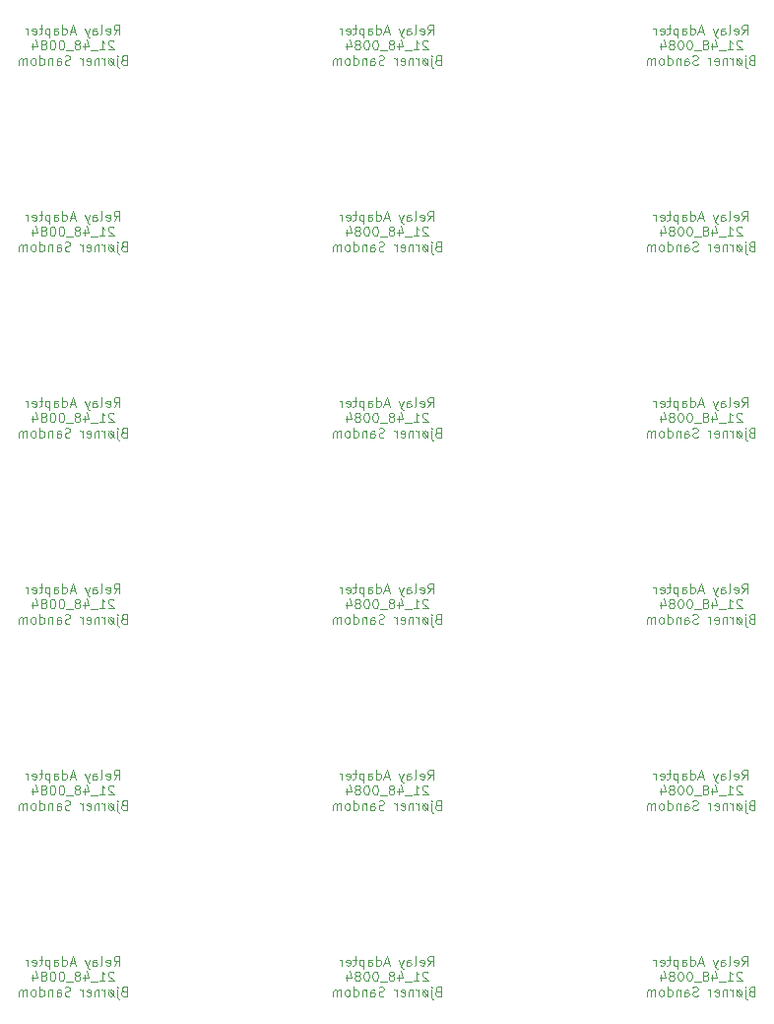
<source format=gbo>
%TF.GenerationSoftware,KiCad,Pcbnew,(5.1.10)-1*%
%TF.CreationDate,2021-12-01T17:32:52+01:00*%
%TF.ProjectId,RelayAdapter_panelized,52656c61-7941-4646-9170-7465725f7061,rev?*%
%TF.SameCoordinates,Original*%
%TF.FileFunction,Legend,Bot*%
%TF.FilePolarity,Positive*%
%FSLAX46Y46*%
G04 Gerber Fmt 4.6, Leading zero omitted, Abs format (unit mm)*
G04 Created by KiCad (PCBNEW (5.1.10)-1) date 2021-12-01 17:32:52*
%MOMM*%
%LPD*%
G01*
G04 APERTURE LIST*
%ADD10C,0.100000*%
%ADD11C,0.500000*%
G04 APERTURE END LIST*
D10*
X114123809Y-125261904D02*
X114390476Y-124880952D01*
X114580952Y-125261904D02*
X114580952Y-124461904D01*
X114276190Y-124461904D01*
X114200000Y-124500000D01*
X114161904Y-124538095D01*
X114123809Y-124614285D01*
X114123809Y-124728571D01*
X114161904Y-124804761D01*
X114200000Y-124842857D01*
X114276190Y-124880952D01*
X114580952Y-124880952D01*
X113476190Y-125223809D02*
X113552380Y-125261904D01*
X113704761Y-125261904D01*
X113780952Y-125223809D01*
X113819047Y-125147619D01*
X113819047Y-124842857D01*
X113780952Y-124766666D01*
X113704761Y-124728571D01*
X113552380Y-124728571D01*
X113476190Y-124766666D01*
X113438095Y-124842857D01*
X113438095Y-124919047D01*
X113819047Y-124995238D01*
X112980952Y-125261904D02*
X113057142Y-125223809D01*
X113095238Y-125147619D01*
X113095238Y-124461904D01*
X112333333Y-125261904D02*
X112333333Y-124842857D01*
X112371428Y-124766666D01*
X112447619Y-124728571D01*
X112600000Y-124728571D01*
X112676190Y-124766666D01*
X112333333Y-125223809D02*
X112409523Y-125261904D01*
X112600000Y-125261904D01*
X112676190Y-125223809D01*
X112714285Y-125147619D01*
X112714285Y-125071428D01*
X112676190Y-124995238D01*
X112600000Y-124957142D01*
X112409523Y-124957142D01*
X112333333Y-124919047D01*
X112028571Y-124728571D02*
X111838095Y-125261904D01*
X111647619Y-124728571D02*
X111838095Y-125261904D01*
X111914285Y-125452380D01*
X111952380Y-125490476D01*
X112028571Y-125528571D01*
X110771428Y-125033333D02*
X110390476Y-125033333D01*
X110847619Y-125261904D02*
X110580952Y-124461904D01*
X110314285Y-125261904D01*
X109704761Y-125261904D02*
X109704761Y-124461904D01*
X109704761Y-125223809D02*
X109780952Y-125261904D01*
X109933333Y-125261904D01*
X110009523Y-125223809D01*
X110047619Y-125185714D01*
X110085714Y-125109523D01*
X110085714Y-124880952D01*
X110047619Y-124804761D01*
X110009523Y-124766666D01*
X109933333Y-124728571D01*
X109780952Y-124728571D01*
X109704761Y-124766666D01*
X108980952Y-125261904D02*
X108980952Y-124842857D01*
X109019047Y-124766666D01*
X109095238Y-124728571D01*
X109247619Y-124728571D01*
X109323809Y-124766666D01*
X108980952Y-125223809D02*
X109057142Y-125261904D01*
X109247619Y-125261904D01*
X109323809Y-125223809D01*
X109361904Y-125147619D01*
X109361904Y-125071428D01*
X109323809Y-124995238D01*
X109247619Y-124957142D01*
X109057142Y-124957142D01*
X108980952Y-124919047D01*
X108600000Y-124728571D02*
X108600000Y-125528571D01*
X108600000Y-124766666D02*
X108523809Y-124728571D01*
X108371428Y-124728571D01*
X108295238Y-124766666D01*
X108257142Y-124804761D01*
X108219047Y-124880952D01*
X108219047Y-125109523D01*
X108257142Y-125185714D01*
X108295238Y-125223809D01*
X108371428Y-125261904D01*
X108523809Y-125261904D01*
X108600000Y-125223809D01*
X107990476Y-124728571D02*
X107685714Y-124728571D01*
X107876190Y-124461904D02*
X107876190Y-125147619D01*
X107838095Y-125223809D01*
X107761904Y-125261904D01*
X107685714Y-125261904D01*
X107114285Y-125223809D02*
X107190476Y-125261904D01*
X107342857Y-125261904D01*
X107419047Y-125223809D01*
X107457142Y-125147619D01*
X107457142Y-124842857D01*
X107419047Y-124766666D01*
X107342857Y-124728571D01*
X107190476Y-124728571D01*
X107114285Y-124766666D01*
X107076190Y-124842857D01*
X107076190Y-124919047D01*
X107457142Y-124995238D01*
X106733333Y-125261904D02*
X106733333Y-124728571D01*
X106733333Y-124880952D02*
X106695238Y-124804761D01*
X106657142Y-124766666D01*
X106580952Y-124728571D01*
X106504761Y-124728571D01*
X114104761Y-125838095D02*
X114066666Y-125800000D01*
X113990476Y-125761904D01*
X113800000Y-125761904D01*
X113723809Y-125800000D01*
X113685714Y-125838095D01*
X113647619Y-125914285D01*
X113647619Y-125990476D01*
X113685714Y-126104761D01*
X114142857Y-126561904D01*
X113647619Y-126561904D01*
X112885714Y-126561904D02*
X113342857Y-126561904D01*
X113114285Y-126561904D02*
X113114285Y-125761904D01*
X113190476Y-125876190D01*
X113266666Y-125952380D01*
X113342857Y-125990476D01*
X112733333Y-126638095D02*
X112123809Y-126638095D01*
X111590476Y-126028571D02*
X111590476Y-126561904D01*
X111780952Y-125723809D02*
X111971428Y-126295238D01*
X111476190Y-126295238D01*
X111057142Y-126104761D02*
X111133333Y-126066666D01*
X111171428Y-126028571D01*
X111209523Y-125952380D01*
X111209523Y-125914285D01*
X111171428Y-125838095D01*
X111133333Y-125800000D01*
X111057142Y-125761904D01*
X110904761Y-125761904D01*
X110828571Y-125800000D01*
X110790476Y-125838095D01*
X110752380Y-125914285D01*
X110752380Y-125952380D01*
X110790476Y-126028571D01*
X110828571Y-126066666D01*
X110904761Y-126104761D01*
X111057142Y-126104761D01*
X111133333Y-126142857D01*
X111171428Y-126180952D01*
X111209523Y-126257142D01*
X111209523Y-126409523D01*
X111171428Y-126485714D01*
X111133333Y-126523809D01*
X111057142Y-126561904D01*
X110904761Y-126561904D01*
X110828571Y-126523809D01*
X110790476Y-126485714D01*
X110752380Y-126409523D01*
X110752380Y-126257142D01*
X110790476Y-126180952D01*
X110828571Y-126142857D01*
X110904761Y-126104761D01*
X110600000Y-126638095D02*
X109990476Y-126638095D01*
X109647619Y-125761904D02*
X109571428Y-125761904D01*
X109495238Y-125800000D01*
X109457142Y-125838095D01*
X109419047Y-125914285D01*
X109380952Y-126066666D01*
X109380952Y-126257142D01*
X109419047Y-126409523D01*
X109457142Y-126485714D01*
X109495238Y-126523809D01*
X109571428Y-126561904D01*
X109647619Y-126561904D01*
X109723809Y-126523809D01*
X109761904Y-126485714D01*
X109800000Y-126409523D01*
X109838095Y-126257142D01*
X109838095Y-126066666D01*
X109800000Y-125914285D01*
X109761904Y-125838095D01*
X109723809Y-125800000D01*
X109647619Y-125761904D01*
X108885714Y-125761904D02*
X108809523Y-125761904D01*
X108733333Y-125800000D01*
X108695238Y-125838095D01*
X108657142Y-125914285D01*
X108619047Y-126066666D01*
X108619047Y-126257142D01*
X108657142Y-126409523D01*
X108695238Y-126485714D01*
X108733333Y-126523809D01*
X108809523Y-126561904D01*
X108885714Y-126561904D01*
X108961904Y-126523809D01*
X109000000Y-126485714D01*
X109038095Y-126409523D01*
X109076190Y-126257142D01*
X109076190Y-126066666D01*
X109038095Y-125914285D01*
X109000000Y-125838095D01*
X108961904Y-125800000D01*
X108885714Y-125761904D01*
X108161904Y-126104761D02*
X108238095Y-126066666D01*
X108276190Y-126028571D01*
X108314285Y-125952380D01*
X108314285Y-125914285D01*
X108276190Y-125838095D01*
X108238095Y-125800000D01*
X108161904Y-125761904D01*
X108009523Y-125761904D01*
X107933333Y-125800000D01*
X107895238Y-125838095D01*
X107857142Y-125914285D01*
X107857142Y-125952380D01*
X107895238Y-126028571D01*
X107933333Y-126066666D01*
X108009523Y-126104761D01*
X108161904Y-126104761D01*
X108238095Y-126142857D01*
X108276190Y-126180952D01*
X108314285Y-126257142D01*
X108314285Y-126409523D01*
X108276190Y-126485714D01*
X108238095Y-126523809D01*
X108161904Y-126561904D01*
X108009523Y-126561904D01*
X107933333Y-126523809D01*
X107895238Y-126485714D01*
X107857142Y-126409523D01*
X107857142Y-126257142D01*
X107895238Y-126180952D01*
X107933333Y-126142857D01*
X108009523Y-126104761D01*
X107171428Y-126028571D02*
X107171428Y-126561904D01*
X107361904Y-125723809D02*
X107552380Y-126295238D01*
X107057142Y-126295238D01*
X114961904Y-127442857D02*
X114847619Y-127480952D01*
X114809523Y-127519047D01*
X114771428Y-127595238D01*
X114771428Y-127709523D01*
X114809523Y-127785714D01*
X114847619Y-127823809D01*
X114923809Y-127861904D01*
X115228571Y-127861904D01*
X115228571Y-127061904D01*
X114961904Y-127061904D01*
X114885714Y-127100000D01*
X114847619Y-127138095D01*
X114809523Y-127214285D01*
X114809523Y-127290476D01*
X114847619Y-127366666D01*
X114885714Y-127404761D01*
X114961904Y-127442857D01*
X115228571Y-127442857D01*
X114428571Y-127328571D02*
X114428571Y-128014285D01*
X114466666Y-128090476D01*
X114542857Y-128128571D01*
X114580952Y-128128571D01*
X114428571Y-127061904D02*
X114466666Y-127100000D01*
X114428571Y-127138095D01*
X114390476Y-127100000D01*
X114428571Y-127061904D01*
X114428571Y-127138095D01*
X113628571Y-127328571D02*
X114123809Y-127861904D01*
X113933333Y-127861904D02*
X114009523Y-127823809D01*
X114047619Y-127785714D01*
X114085714Y-127709523D01*
X114085714Y-127480952D01*
X114047619Y-127404761D01*
X114009523Y-127366666D01*
X113933333Y-127328571D01*
X113819047Y-127328571D01*
X113742857Y-127366666D01*
X113704761Y-127404761D01*
X113666666Y-127480952D01*
X113666666Y-127709523D01*
X113704761Y-127785714D01*
X113742857Y-127823809D01*
X113819047Y-127861904D01*
X113933333Y-127861904D01*
X113323809Y-127861904D02*
X113323809Y-127328571D01*
X113323809Y-127480952D02*
X113285714Y-127404761D01*
X113247619Y-127366666D01*
X113171428Y-127328571D01*
X113095238Y-127328571D01*
X112828571Y-127328571D02*
X112828571Y-127861904D01*
X112828571Y-127404761D02*
X112790476Y-127366666D01*
X112714285Y-127328571D01*
X112600000Y-127328571D01*
X112523809Y-127366666D01*
X112485714Y-127442857D01*
X112485714Y-127861904D01*
X111800000Y-127823809D02*
X111876190Y-127861904D01*
X112028571Y-127861904D01*
X112104761Y-127823809D01*
X112142857Y-127747619D01*
X112142857Y-127442857D01*
X112104761Y-127366666D01*
X112028571Y-127328571D01*
X111876190Y-127328571D01*
X111800000Y-127366666D01*
X111761904Y-127442857D01*
X111761904Y-127519047D01*
X112142857Y-127595238D01*
X111419047Y-127861904D02*
X111419047Y-127328571D01*
X111419047Y-127480952D02*
X111380952Y-127404761D01*
X111342857Y-127366666D01*
X111266666Y-127328571D01*
X111190476Y-127328571D01*
X110352380Y-127823809D02*
X110238095Y-127861904D01*
X110047619Y-127861904D01*
X109971428Y-127823809D01*
X109933333Y-127785714D01*
X109895238Y-127709523D01*
X109895238Y-127633333D01*
X109933333Y-127557142D01*
X109971428Y-127519047D01*
X110047619Y-127480952D01*
X110200000Y-127442857D01*
X110276190Y-127404761D01*
X110314285Y-127366666D01*
X110352380Y-127290476D01*
X110352380Y-127214285D01*
X110314285Y-127138095D01*
X110276190Y-127100000D01*
X110200000Y-127061904D01*
X110009523Y-127061904D01*
X109895238Y-127100000D01*
X109209523Y-127861904D02*
X109209523Y-127442857D01*
X109247619Y-127366666D01*
X109323809Y-127328571D01*
X109476190Y-127328571D01*
X109552380Y-127366666D01*
X109209523Y-127823809D02*
X109285714Y-127861904D01*
X109476190Y-127861904D01*
X109552380Y-127823809D01*
X109590476Y-127747619D01*
X109590476Y-127671428D01*
X109552380Y-127595238D01*
X109476190Y-127557142D01*
X109285714Y-127557142D01*
X109209523Y-127519047D01*
X108828571Y-127328571D02*
X108828571Y-127861904D01*
X108828571Y-127404761D02*
X108790476Y-127366666D01*
X108714285Y-127328571D01*
X108600000Y-127328571D01*
X108523809Y-127366666D01*
X108485714Y-127442857D01*
X108485714Y-127861904D01*
X107761904Y-127861904D02*
X107761904Y-127061904D01*
X107761904Y-127823809D02*
X107838095Y-127861904D01*
X107990476Y-127861904D01*
X108066666Y-127823809D01*
X108104761Y-127785714D01*
X108142857Y-127709523D01*
X108142857Y-127480952D01*
X108104761Y-127404761D01*
X108066666Y-127366666D01*
X107990476Y-127328571D01*
X107838095Y-127328571D01*
X107761904Y-127366666D01*
X107266666Y-127861904D02*
X107342857Y-127823809D01*
X107380952Y-127785714D01*
X107419047Y-127709523D01*
X107419047Y-127480952D01*
X107380952Y-127404761D01*
X107342857Y-127366666D01*
X107266666Y-127328571D01*
X107152380Y-127328571D01*
X107076190Y-127366666D01*
X107038095Y-127404761D01*
X107000000Y-127480952D01*
X107000000Y-127709523D01*
X107038095Y-127785714D01*
X107076190Y-127823809D01*
X107152380Y-127861904D01*
X107266666Y-127861904D01*
X106657142Y-127861904D02*
X106657142Y-127328571D01*
X106657142Y-127404761D02*
X106619047Y-127366666D01*
X106542857Y-127328571D01*
X106428571Y-127328571D01*
X106352380Y-127366666D01*
X106314285Y-127442857D01*
X106314285Y-127861904D01*
X106314285Y-127442857D02*
X106276190Y-127366666D01*
X106200000Y-127328571D01*
X106085714Y-127328571D01*
X106009523Y-127366666D01*
X105971428Y-127442857D01*
X105971428Y-127861904D01*
X87123809Y-125261904D02*
X87390476Y-124880952D01*
X87580952Y-125261904D02*
X87580952Y-124461904D01*
X87276190Y-124461904D01*
X87200000Y-124500000D01*
X87161904Y-124538095D01*
X87123809Y-124614285D01*
X87123809Y-124728571D01*
X87161904Y-124804761D01*
X87200000Y-124842857D01*
X87276190Y-124880952D01*
X87580952Y-124880952D01*
X86476190Y-125223809D02*
X86552380Y-125261904D01*
X86704761Y-125261904D01*
X86780952Y-125223809D01*
X86819047Y-125147619D01*
X86819047Y-124842857D01*
X86780952Y-124766666D01*
X86704761Y-124728571D01*
X86552380Y-124728571D01*
X86476190Y-124766666D01*
X86438095Y-124842857D01*
X86438095Y-124919047D01*
X86819047Y-124995238D01*
X85980952Y-125261904D02*
X86057142Y-125223809D01*
X86095238Y-125147619D01*
X86095238Y-124461904D01*
X85333333Y-125261904D02*
X85333333Y-124842857D01*
X85371428Y-124766666D01*
X85447619Y-124728571D01*
X85600000Y-124728571D01*
X85676190Y-124766666D01*
X85333333Y-125223809D02*
X85409523Y-125261904D01*
X85600000Y-125261904D01*
X85676190Y-125223809D01*
X85714285Y-125147619D01*
X85714285Y-125071428D01*
X85676190Y-124995238D01*
X85600000Y-124957142D01*
X85409523Y-124957142D01*
X85333333Y-124919047D01*
X85028571Y-124728571D02*
X84838095Y-125261904D01*
X84647619Y-124728571D02*
X84838095Y-125261904D01*
X84914285Y-125452380D01*
X84952380Y-125490476D01*
X85028571Y-125528571D01*
X83771428Y-125033333D02*
X83390476Y-125033333D01*
X83847619Y-125261904D02*
X83580952Y-124461904D01*
X83314285Y-125261904D01*
X82704761Y-125261904D02*
X82704761Y-124461904D01*
X82704761Y-125223809D02*
X82780952Y-125261904D01*
X82933333Y-125261904D01*
X83009523Y-125223809D01*
X83047619Y-125185714D01*
X83085714Y-125109523D01*
X83085714Y-124880952D01*
X83047619Y-124804761D01*
X83009523Y-124766666D01*
X82933333Y-124728571D01*
X82780952Y-124728571D01*
X82704761Y-124766666D01*
X81980952Y-125261904D02*
X81980952Y-124842857D01*
X82019047Y-124766666D01*
X82095238Y-124728571D01*
X82247619Y-124728571D01*
X82323809Y-124766666D01*
X81980952Y-125223809D02*
X82057142Y-125261904D01*
X82247619Y-125261904D01*
X82323809Y-125223809D01*
X82361904Y-125147619D01*
X82361904Y-125071428D01*
X82323809Y-124995238D01*
X82247619Y-124957142D01*
X82057142Y-124957142D01*
X81980952Y-124919047D01*
X81600000Y-124728571D02*
X81600000Y-125528571D01*
X81600000Y-124766666D02*
X81523809Y-124728571D01*
X81371428Y-124728571D01*
X81295238Y-124766666D01*
X81257142Y-124804761D01*
X81219047Y-124880952D01*
X81219047Y-125109523D01*
X81257142Y-125185714D01*
X81295238Y-125223809D01*
X81371428Y-125261904D01*
X81523809Y-125261904D01*
X81600000Y-125223809D01*
X80990476Y-124728571D02*
X80685714Y-124728571D01*
X80876190Y-124461904D02*
X80876190Y-125147619D01*
X80838095Y-125223809D01*
X80761904Y-125261904D01*
X80685714Y-125261904D01*
X80114285Y-125223809D02*
X80190476Y-125261904D01*
X80342857Y-125261904D01*
X80419047Y-125223809D01*
X80457142Y-125147619D01*
X80457142Y-124842857D01*
X80419047Y-124766666D01*
X80342857Y-124728571D01*
X80190476Y-124728571D01*
X80114285Y-124766666D01*
X80076190Y-124842857D01*
X80076190Y-124919047D01*
X80457142Y-124995238D01*
X79733333Y-125261904D02*
X79733333Y-124728571D01*
X79733333Y-124880952D02*
X79695238Y-124804761D01*
X79657142Y-124766666D01*
X79580952Y-124728571D01*
X79504761Y-124728571D01*
X87104761Y-125838095D02*
X87066666Y-125800000D01*
X86990476Y-125761904D01*
X86800000Y-125761904D01*
X86723809Y-125800000D01*
X86685714Y-125838095D01*
X86647619Y-125914285D01*
X86647619Y-125990476D01*
X86685714Y-126104761D01*
X87142857Y-126561904D01*
X86647619Y-126561904D01*
X85885714Y-126561904D02*
X86342857Y-126561904D01*
X86114285Y-126561904D02*
X86114285Y-125761904D01*
X86190476Y-125876190D01*
X86266666Y-125952380D01*
X86342857Y-125990476D01*
X85733333Y-126638095D02*
X85123809Y-126638095D01*
X84590476Y-126028571D02*
X84590476Y-126561904D01*
X84780952Y-125723809D02*
X84971428Y-126295238D01*
X84476190Y-126295238D01*
X84057142Y-126104761D02*
X84133333Y-126066666D01*
X84171428Y-126028571D01*
X84209523Y-125952380D01*
X84209523Y-125914285D01*
X84171428Y-125838095D01*
X84133333Y-125800000D01*
X84057142Y-125761904D01*
X83904761Y-125761904D01*
X83828571Y-125800000D01*
X83790476Y-125838095D01*
X83752380Y-125914285D01*
X83752380Y-125952380D01*
X83790476Y-126028571D01*
X83828571Y-126066666D01*
X83904761Y-126104761D01*
X84057142Y-126104761D01*
X84133333Y-126142857D01*
X84171428Y-126180952D01*
X84209523Y-126257142D01*
X84209523Y-126409523D01*
X84171428Y-126485714D01*
X84133333Y-126523809D01*
X84057142Y-126561904D01*
X83904761Y-126561904D01*
X83828571Y-126523809D01*
X83790476Y-126485714D01*
X83752380Y-126409523D01*
X83752380Y-126257142D01*
X83790476Y-126180952D01*
X83828571Y-126142857D01*
X83904761Y-126104761D01*
X83600000Y-126638095D02*
X82990476Y-126638095D01*
X82647619Y-125761904D02*
X82571428Y-125761904D01*
X82495238Y-125800000D01*
X82457142Y-125838095D01*
X82419047Y-125914285D01*
X82380952Y-126066666D01*
X82380952Y-126257142D01*
X82419047Y-126409523D01*
X82457142Y-126485714D01*
X82495238Y-126523809D01*
X82571428Y-126561904D01*
X82647619Y-126561904D01*
X82723809Y-126523809D01*
X82761904Y-126485714D01*
X82800000Y-126409523D01*
X82838095Y-126257142D01*
X82838095Y-126066666D01*
X82800000Y-125914285D01*
X82761904Y-125838095D01*
X82723809Y-125800000D01*
X82647619Y-125761904D01*
X81885714Y-125761904D02*
X81809523Y-125761904D01*
X81733333Y-125800000D01*
X81695238Y-125838095D01*
X81657142Y-125914285D01*
X81619047Y-126066666D01*
X81619047Y-126257142D01*
X81657142Y-126409523D01*
X81695238Y-126485714D01*
X81733333Y-126523809D01*
X81809523Y-126561904D01*
X81885714Y-126561904D01*
X81961904Y-126523809D01*
X82000000Y-126485714D01*
X82038095Y-126409523D01*
X82076190Y-126257142D01*
X82076190Y-126066666D01*
X82038095Y-125914285D01*
X82000000Y-125838095D01*
X81961904Y-125800000D01*
X81885714Y-125761904D01*
X81161904Y-126104761D02*
X81238095Y-126066666D01*
X81276190Y-126028571D01*
X81314285Y-125952380D01*
X81314285Y-125914285D01*
X81276190Y-125838095D01*
X81238095Y-125800000D01*
X81161904Y-125761904D01*
X81009523Y-125761904D01*
X80933333Y-125800000D01*
X80895238Y-125838095D01*
X80857142Y-125914285D01*
X80857142Y-125952380D01*
X80895238Y-126028571D01*
X80933333Y-126066666D01*
X81009523Y-126104761D01*
X81161904Y-126104761D01*
X81238095Y-126142857D01*
X81276190Y-126180952D01*
X81314285Y-126257142D01*
X81314285Y-126409523D01*
X81276190Y-126485714D01*
X81238095Y-126523809D01*
X81161904Y-126561904D01*
X81009523Y-126561904D01*
X80933333Y-126523809D01*
X80895238Y-126485714D01*
X80857142Y-126409523D01*
X80857142Y-126257142D01*
X80895238Y-126180952D01*
X80933333Y-126142857D01*
X81009523Y-126104761D01*
X80171428Y-126028571D02*
X80171428Y-126561904D01*
X80361904Y-125723809D02*
X80552380Y-126295238D01*
X80057142Y-126295238D01*
X87961904Y-127442857D02*
X87847619Y-127480952D01*
X87809523Y-127519047D01*
X87771428Y-127595238D01*
X87771428Y-127709523D01*
X87809523Y-127785714D01*
X87847619Y-127823809D01*
X87923809Y-127861904D01*
X88228571Y-127861904D01*
X88228571Y-127061904D01*
X87961904Y-127061904D01*
X87885714Y-127100000D01*
X87847619Y-127138095D01*
X87809523Y-127214285D01*
X87809523Y-127290476D01*
X87847619Y-127366666D01*
X87885714Y-127404761D01*
X87961904Y-127442857D01*
X88228571Y-127442857D01*
X87428571Y-127328571D02*
X87428571Y-128014285D01*
X87466666Y-128090476D01*
X87542857Y-128128571D01*
X87580952Y-128128571D01*
X87428571Y-127061904D02*
X87466666Y-127100000D01*
X87428571Y-127138095D01*
X87390476Y-127100000D01*
X87428571Y-127061904D01*
X87428571Y-127138095D01*
X86628571Y-127328571D02*
X87123809Y-127861904D01*
X86933333Y-127861904D02*
X87009523Y-127823809D01*
X87047619Y-127785714D01*
X87085714Y-127709523D01*
X87085714Y-127480952D01*
X87047619Y-127404761D01*
X87009523Y-127366666D01*
X86933333Y-127328571D01*
X86819047Y-127328571D01*
X86742857Y-127366666D01*
X86704761Y-127404761D01*
X86666666Y-127480952D01*
X86666666Y-127709523D01*
X86704761Y-127785714D01*
X86742857Y-127823809D01*
X86819047Y-127861904D01*
X86933333Y-127861904D01*
X86323809Y-127861904D02*
X86323809Y-127328571D01*
X86323809Y-127480952D02*
X86285714Y-127404761D01*
X86247619Y-127366666D01*
X86171428Y-127328571D01*
X86095238Y-127328571D01*
X85828571Y-127328571D02*
X85828571Y-127861904D01*
X85828571Y-127404761D02*
X85790476Y-127366666D01*
X85714285Y-127328571D01*
X85600000Y-127328571D01*
X85523809Y-127366666D01*
X85485714Y-127442857D01*
X85485714Y-127861904D01*
X84800000Y-127823809D02*
X84876190Y-127861904D01*
X85028571Y-127861904D01*
X85104761Y-127823809D01*
X85142857Y-127747619D01*
X85142857Y-127442857D01*
X85104761Y-127366666D01*
X85028571Y-127328571D01*
X84876190Y-127328571D01*
X84800000Y-127366666D01*
X84761904Y-127442857D01*
X84761904Y-127519047D01*
X85142857Y-127595238D01*
X84419047Y-127861904D02*
X84419047Y-127328571D01*
X84419047Y-127480952D02*
X84380952Y-127404761D01*
X84342857Y-127366666D01*
X84266666Y-127328571D01*
X84190476Y-127328571D01*
X83352380Y-127823809D02*
X83238095Y-127861904D01*
X83047619Y-127861904D01*
X82971428Y-127823809D01*
X82933333Y-127785714D01*
X82895238Y-127709523D01*
X82895238Y-127633333D01*
X82933333Y-127557142D01*
X82971428Y-127519047D01*
X83047619Y-127480952D01*
X83200000Y-127442857D01*
X83276190Y-127404761D01*
X83314285Y-127366666D01*
X83352380Y-127290476D01*
X83352380Y-127214285D01*
X83314285Y-127138095D01*
X83276190Y-127100000D01*
X83200000Y-127061904D01*
X83009523Y-127061904D01*
X82895238Y-127100000D01*
X82209523Y-127861904D02*
X82209523Y-127442857D01*
X82247619Y-127366666D01*
X82323809Y-127328571D01*
X82476190Y-127328571D01*
X82552380Y-127366666D01*
X82209523Y-127823809D02*
X82285714Y-127861904D01*
X82476190Y-127861904D01*
X82552380Y-127823809D01*
X82590476Y-127747619D01*
X82590476Y-127671428D01*
X82552380Y-127595238D01*
X82476190Y-127557142D01*
X82285714Y-127557142D01*
X82209523Y-127519047D01*
X81828571Y-127328571D02*
X81828571Y-127861904D01*
X81828571Y-127404761D02*
X81790476Y-127366666D01*
X81714285Y-127328571D01*
X81600000Y-127328571D01*
X81523809Y-127366666D01*
X81485714Y-127442857D01*
X81485714Y-127861904D01*
X80761904Y-127861904D02*
X80761904Y-127061904D01*
X80761904Y-127823809D02*
X80838095Y-127861904D01*
X80990476Y-127861904D01*
X81066666Y-127823809D01*
X81104761Y-127785714D01*
X81142857Y-127709523D01*
X81142857Y-127480952D01*
X81104761Y-127404761D01*
X81066666Y-127366666D01*
X80990476Y-127328571D01*
X80838095Y-127328571D01*
X80761904Y-127366666D01*
X80266666Y-127861904D02*
X80342857Y-127823809D01*
X80380952Y-127785714D01*
X80419047Y-127709523D01*
X80419047Y-127480952D01*
X80380952Y-127404761D01*
X80342857Y-127366666D01*
X80266666Y-127328571D01*
X80152380Y-127328571D01*
X80076190Y-127366666D01*
X80038095Y-127404761D01*
X80000000Y-127480952D01*
X80000000Y-127709523D01*
X80038095Y-127785714D01*
X80076190Y-127823809D01*
X80152380Y-127861904D01*
X80266666Y-127861904D01*
X79657142Y-127861904D02*
X79657142Y-127328571D01*
X79657142Y-127404761D02*
X79619047Y-127366666D01*
X79542857Y-127328571D01*
X79428571Y-127328571D01*
X79352380Y-127366666D01*
X79314285Y-127442857D01*
X79314285Y-127861904D01*
X79314285Y-127442857D02*
X79276190Y-127366666D01*
X79200000Y-127328571D01*
X79085714Y-127328571D01*
X79009523Y-127366666D01*
X78971428Y-127442857D01*
X78971428Y-127861904D01*
X60123809Y-125261904D02*
X60390476Y-124880952D01*
X60580952Y-125261904D02*
X60580952Y-124461904D01*
X60276190Y-124461904D01*
X60200000Y-124500000D01*
X60161904Y-124538095D01*
X60123809Y-124614285D01*
X60123809Y-124728571D01*
X60161904Y-124804761D01*
X60200000Y-124842857D01*
X60276190Y-124880952D01*
X60580952Y-124880952D01*
X59476190Y-125223809D02*
X59552380Y-125261904D01*
X59704761Y-125261904D01*
X59780952Y-125223809D01*
X59819047Y-125147619D01*
X59819047Y-124842857D01*
X59780952Y-124766666D01*
X59704761Y-124728571D01*
X59552380Y-124728571D01*
X59476190Y-124766666D01*
X59438095Y-124842857D01*
X59438095Y-124919047D01*
X59819047Y-124995238D01*
X58980952Y-125261904D02*
X59057142Y-125223809D01*
X59095238Y-125147619D01*
X59095238Y-124461904D01*
X58333333Y-125261904D02*
X58333333Y-124842857D01*
X58371428Y-124766666D01*
X58447619Y-124728571D01*
X58600000Y-124728571D01*
X58676190Y-124766666D01*
X58333333Y-125223809D02*
X58409523Y-125261904D01*
X58600000Y-125261904D01*
X58676190Y-125223809D01*
X58714285Y-125147619D01*
X58714285Y-125071428D01*
X58676190Y-124995238D01*
X58600000Y-124957142D01*
X58409523Y-124957142D01*
X58333333Y-124919047D01*
X58028571Y-124728571D02*
X57838095Y-125261904D01*
X57647619Y-124728571D02*
X57838095Y-125261904D01*
X57914285Y-125452380D01*
X57952380Y-125490476D01*
X58028571Y-125528571D01*
X56771428Y-125033333D02*
X56390476Y-125033333D01*
X56847619Y-125261904D02*
X56580952Y-124461904D01*
X56314285Y-125261904D01*
X55704761Y-125261904D02*
X55704761Y-124461904D01*
X55704761Y-125223809D02*
X55780952Y-125261904D01*
X55933333Y-125261904D01*
X56009523Y-125223809D01*
X56047619Y-125185714D01*
X56085714Y-125109523D01*
X56085714Y-124880952D01*
X56047619Y-124804761D01*
X56009523Y-124766666D01*
X55933333Y-124728571D01*
X55780952Y-124728571D01*
X55704761Y-124766666D01*
X54980952Y-125261904D02*
X54980952Y-124842857D01*
X55019047Y-124766666D01*
X55095238Y-124728571D01*
X55247619Y-124728571D01*
X55323809Y-124766666D01*
X54980952Y-125223809D02*
X55057142Y-125261904D01*
X55247619Y-125261904D01*
X55323809Y-125223809D01*
X55361904Y-125147619D01*
X55361904Y-125071428D01*
X55323809Y-124995238D01*
X55247619Y-124957142D01*
X55057142Y-124957142D01*
X54980952Y-124919047D01*
X54600000Y-124728571D02*
X54600000Y-125528571D01*
X54600000Y-124766666D02*
X54523809Y-124728571D01*
X54371428Y-124728571D01*
X54295238Y-124766666D01*
X54257142Y-124804761D01*
X54219047Y-124880952D01*
X54219047Y-125109523D01*
X54257142Y-125185714D01*
X54295238Y-125223809D01*
X54371428Y-125261904D01*
X54523809Y-125261904D01*
X54600000Y-125223809D01*
X53990476Y-124728571D02*
X53685714Y-124728571D01*
X53876190Y-124461904D02*
X53876190Y-125147619D01*
X53838095Y-125223809D01*
X53761904Y-125261904D01*
X53685714Y-125261904D01*
X53114285Y-125223809D02*
X53190476Y-125261904D01*
X53342857Y-125261904D01*
X53419047Y-125223809D01*
X53457142Y-125147619D01*
X53457142Y-124842857D01*
X53419047Y-124766666D01*
X53342857Y-124728571D01*
X53190476Y-124728571D01*
X53114285Y-124766666D01*
X53076190Y-124842857D01*
X53076190Y-124919047D01*
X53457142Y-124995238D01*
X52733333Y-125261904D02*
X52733333Y-124728571D01*
X52733333Y-124880952D02*
X52695238Y-124804761D01*
X52657142Y-124766666D01*
X52580952Y-124728571D01*
X52504761Y-124728571D01*
X60104761Y-125838095D02*
X60066666Y-125800000D01*
X59990476Y-125761904D01*
X59800000Y-125761904D01*
X59723809Y-125800000D01*
X59685714Y-125838095D01*
X59647619Y-125914285D01*
X59647619Y-125990476D01*
X59685714Y-126104761D01*
X60142857Y-126561904D01*
X59647619Y-126561904D01*
X58885714Y-126561904D02*
X59342857Y-126561904D01*
X59114285Y-126561904D02*
X59114285Y-125761904D01*
X59190476Y-125876190D01*
X59266666Y-125952380D01*
X59342857Y-125990476D01*
X58733333Y-126638095D02*
X58123809Y-126638095D01*
X57590476Y-126028571D02*
X57590476Y-126561904D01*
X57780952Y-125723809D02*
X57971428Y-126295238D01*
X57476190Y-126295238D01*
X57057142Y-126104761D02*
X57133333Y-126066666D01*
X57171428Y-126028571D01*
X57209523Y-125952380D01*
X57209523Y-125914285D01*
X57171428Y-125838095D01*
X57133333Y-125800000D01*
X57057142Y-125761904D01*
X56904761Y-125761904D01*
X56828571Y-125800000D01*
X56790476Y-125838095D01*
X56752380Y-125914285D01*
X56752380Y-125952380D01*
X56790476Y-126028571D01*
X56828571Y-126066666D01*
X56904761Y-126104761D01*
X57057142Y-126104761D01*
X57133333Y-126142857D01*
X57171428Y-126180952D01*
X57209523Y-126257142D01*
X57209523Y-126409523D01*
X57171428Y-126485714D01*
X57133333Y-126523809D01*
X57057142Y-126561904D01*
X56904761Y-126561904D01*
X56828571Y-126523809D01*
X56790476Y-126485714D01*
X56752380Y-126409523D01*
X56752380Y-126257142D01*
X56790476Y-126180952D01*
X56828571Y-126142857D01*
X56904761Y-126104761D01*
X56600000Y-126638095D02*
X55990476Y-126638095D01*
X55647619Y-125761904D02*
X55571428Y-125761904D01*
X55495238Y-125800000D01*
X55457142Y-125838095D01*
X55419047Y-125914285D01*
X55380952Y-126066666D01*
X55380952Y-126257142D01*
X55419047Y-126409523D01*
X55457142Y-126485714D01*
X55495238Y-126523809D01*
X55571428Y-126561904D01*
X55647619Y-126561904D01*
X55723809Y-126523809D01*
X55761904Y-126485714D01*
X55800000Y-126409523D01*
X55838095Y-126257142D01*
X55838095Y-126066666D01*
X55800000Y-125914285D01*
X55761904Y-125838095D01*
X55723809Y-125800000D01*
X55647619Y-125761904D01*
X54885714Y-125761904D02*
X54809523Y-125761904D01*
X54733333Y-125800000D01*
X54695238Y-125838095D01*
X54657142Y-125914285D01*
X54619047Y-126066666D01*
X54619047Y-126257142D01*
X54657142Y-126409523D01*
X54695238Y-126485714D01*
X54733333Y-126523809D01*
X54809523Y-126561904D01*
X54885714Y-126561904D01*
X54961904Y-126523809D01*
X55000000Y-126485714D01*
X55038095Y-126409523D01*
X55076190Y-126257142D01*
X55076190Y-126066666D01*
X55038095Y-125914285D01*
X55000000Y-125838095D01*
X54961904Y-125800000D01*
X54885714Y-125761904D01*
X54161904Y-126104761D02*
X54238095Y-126066666D01*
X54276190Y-126028571D01*
X54314285Y-125952380D01*
X54314285Y-125914285D01*
X54276190Y-125838095D01*
X54238095Y-125800000D01*
X54161904Y-125761904D01*
X54009523Y-125761904D01*
X53933333Y-125800000D01*
X53895238Y-125838095D01*
X53857142Y-125914285D01*
X53857142Y-125952380D01*
X53895238Y-126028571D01*
X53933333Y-126066666D01*
X54009523Y-126104761D01*
X54161904Y-126104761D01*
X54238095Y-126142857D01*
X54276190Y-126180952D01*
X54314285Y-126257142D01*
X54314285Y-126409523D01*
X54276190Y-126485714D01*
X54238095Y-126523809D01*
X54161904Y-126561904D01*
X54009523Y-126561904D01*
X53933333Y-126523809D01*
X53895238Y-126485714D01*
X53857142Y-126409523D01*
X53857142Y-126257142D01*
X53895238Y-126180952D01*
X53933333Y-126142857D01*
X54009523Y-126104761D01*
X53171428Y-126028571D02*
X53171428Y-126561904D01*
X53361904Y-125723809D02*
X53552380Y-126295238D01*
X53057142Y-126295238D01*
X60961904Y-127442857D02*
X60847619Y-127480952D01*
X60809523Y-127519047D01*
X60771428Y-127595238D01*
X60771428Y-127709523D01*
X60809523Y-127785714D01*
X60847619Y-127823809D01*
X60923809Y-127861904D01*
X61228571Y-127861904D01*
X61228571Y-127061904D01*
X60961904Y-127061904D01*
X60885714Y-127100000D01*
X60847619Y-127138095D01*
X60809523Y-127214285D01*
X60809523Y-127290476D01*
X60847619Y-127366666D01*
X60885714Y-127404761D01*
X60961904Y-127442857D01*
X61228571Y-127442857D01*
X60428571Y-127328571D02*
X60428571Y-128014285D01*
X60466666Y-128090476D01*
X60542857Y-128128571D01*
X60580952Y-128128571D01*
X60428571Y-127061904D02*
X60466666Y-127100000D01*
X60428571Y-127138095D01*
X60390476Y-127100000D01*
X60428571Y-127061904D01*
X60428571Y-127138095D01*
X59628571Y-127328571D02*
X60123809Y-127861904D01*
X59933333Y-127861904D02*
X60009523Y-127823809D01*
X60047619Y-127785714D01*
X60085714Y-127709523D01*
X60085714Y-127480952D01*
X60047619Y-127404761D01*
X60009523Y-127366666D01*
X59933333Y-127328571D01*
X59819047Y-127328571D01*
X59742857Y-127366666D01*
X59704761Y-127404761D01*
X59666666Y-127480952D01*
X59666666Y-127709523D01*
X59704761Y-127785714D01*
X59742857Y-127823809D01*
X59819047Y-127861904D01*
X59933333Y-127861904D01*
X59323809Y-127861904D02*
X59323809Y-127328571D01*
X59323809Y-127480952D02*
X59285714Y-127404761D01*
X59247619Y-127366666D01*
X59171428Y-127328571D01*
X59095238Y-127328571D01*
X58828571Y-127328571D02*
X58828571Y-127861904D01*
X58828571Y-127404761D02*
X58790476Y-127366666D01*
X58714285Y-127328571D01*
X58600000Y-127328571D01*
X58523809Y-127366666D01*
X58485714Y-127442857D01*
X58485714Y-127861904D01*
X57800000Y-127823809D02*
X57876190Y-127861904D01*
X58028571Y-127861904D01*
X58104761Y-127823809D01*
X58142857Y-127747619D01*
X58142857Y-127442857D01*
X58104761Y-127366666D01*
X58028571Y-127328571D01*
X57876190Y-127328571D01*
X57800000Y-127366666D01*
X57761904Y-127442857D01*
X57761904Y-127519047D01*
X58142857Y-127595238D01*
X57419047Y-127861904D02*
X57419047Y-127328571D01*
X57419047Y-127480952D02*
X57380952Y-127404761D01*
X57342857Y-127366666D01*
X57266666Y-127328571D01*
X57190476Y-127328571D01*
X56352380Y-127823809D02*
X56238095Y-127861904D01*
X56047619Y-127861904D01*
X55971428Y-127823809D01*
X55933333Y-127785714D01*
X55895238Y-127709523D01*
X55895238Y-127633333D01*
X55933333Y-127557142D01*
X55971428Y-127519047D01*
X56047619Y-127480952D01*
X56200000Y-127442857D01*
X56276190Y-127404761D01*
X56314285Y-127366666D01*
X56352380Y-127290476D01*
X56352380Y-127214285D01*
X56314285Y-127138095D01*
X56276190Y-127100000D01*
X56200000Y-127061904D01*
X56009523Y-127061904D01*
X55895238Y-127100000D01*
X55209523Y-127861904D02*
X55209523Y-127442857D01*
X55247619Y-127366666D01*
X55323809Y-127328571D01*
X55476190Y-127328571D01*
X55552380Y-127366666D01*
X55209523Y-127823809D02*
X55285714Y-127861904D01*
X55476190Y-127861904D01*
X55552380Y-127823809D01*
X55590476Y-127747619D01*
X55590476Y-127671428D01*
X55552380Y-127595238D01*
X55476190Y-127557142D01*
X55285714Y-127557142D01*
X55209523Y-127519047D01*
X54828571Y-127328571D02*
X54828571Y-127861904D01*
X54828571Y-127404761D02*
X54790476Y-127366666D01*
X54714285Y-127328571D01*
X54600000Y-127328571D01*
X54523809Y-127366666D01*
X54485714Y-127442857D01*
X54485714Y-127861904D01*
X53761904Y-127861904D02*
X53761904Y-127061904D01*
X53761904Y-127823809D02*
X53838095Y-127861904D01*
X53990476Y-127861904D01*
X54066666Y-127823809D01*
X54104761Y-127785714D01*
X54142857Y-127709523D01*
X54142857Y-127480952D01*
X54104761Y-127404761D01*
X54066666Y-127366666D01*
X53990476Y-127328571D01*
X53838095Y-127328571D01*
X53761904Y-127366666D01*
X53266666Y-127861904D02*
X53342857Y-127823809D01*
X53380952Y-127785714D01*
X53419047Y-127709523D01*
X53419047Y-127480952D01*
X53380952Y-127404761D01*
X53342857Y-127366666D01*
X53266666Y-127328571D01*
X53152380Y-127328571D01*
X53076190Y-127366666D01*
X53038095Y-127404761D01*
X53000000Y-127480952D01*
X53000000Y-127709523D01*
X53038095Y-127785714D01*
X53076190Y-127823809D01*
X53152380Y-127861904D01*
X53266666Y-127861904D01*
X52657142Y-127861904D02*
X52657142Y-127328571D01*
X52657142Y-127404761D02*
X52619047Y-127366666D01*
X52542857Y-127328571D01*
X52428571Y-127328571D01*
X52352380Y-127366666D01*
X52314285Y-127442857D01*
X52314285Y-127861904D01*
X52314285Y-127442857D02*
X52276190Y-127366666D01*
X52200000Y-127328571D01*
X52085714Y-127328571D01*
X52009523Y-127366666D01*
X51971428Y-127442857D01*
X51971428Y-127861904D01*
X114123809Y-109261904D02*
X114390476Y-108880952D01*
X114580952Y-109261904D02*
X114580952Y-108461904D01*
X114276190Y-108461904D01*
X114200000Y-108500000D01*
X114161904Y-108538095D01*
X114123809Y-108614285D01*
X114123809Y-108728571D01*
X114161904Y-108804761D01*
X114200000Y-108842857D01*
X114276190Y-108880952D01*
X114580952Y-108880952D01*
X113476190Y-109223809D02*
X113552380Y-109261904D01*
X113704761Y-109261904D01*
X113780952Y-109223809D01*
X113819047Y-109147619D01*
X113819047Y-108842857D01*
X113780952Y-108766666D01*
X113704761Y-108728571D01*
X113552380Y-108728571D01*
X113476190Y-108766666D01*
X113438095Y-108842857D01*
X113438095Y-108919047D01*
X113819047Y-108995238D01*
X112980952Y-109261904D02*
X113057142Y-109223809D01*
X113095238Y-109147619D01*
X113095238Y-108461904D01*
X112333333Y-109261904D02*
X112333333Y-108842857D01*
X112371428Y-108766666D01*
X112447619Y-108728571D01*
X112600000Y-108728571D01*
X112676190Y-108766666D01*
X112333333Y-109223809D02*
X112409523Y-109261904D01*
X112600000Y-109261904D01*
X112676190Y-109223809D01*
X112714285Y-109147619D01*
X112714285Y-109071428D01*
X112676190Y-108995238D01*
X112600000Y-108957142D01*
X112409523Y-108957142D01*
X112333333Y-108919047D01*
X112028571Y-108728571D02*
X111838095Y-109261904D01*
X111647619Y-108728571D02*
X111838095Y-109261904D01*
X111914285Y-109452380D01*
X111952380Y-109490476D01*
X112028571Y-109528571D01*
X110771428Y-109033333D02*
X110390476Y-109033333D01*
X110847619Y-109261904D02*
X110580952Y-108461904D01*
X110314285Y-109261904D01*
X109704761Y-109261904D02*
X109704761Y-108461904D01*
X109704761Y-109223809D02*
X109780952Y-109261904D01*
X109933333Y-109261904D01*
X110009523Y-109223809D01*
X110047619Y-109185714D01*
X110085714Y-109109523D01*
X110085714Y-108880952D01*
X110047619Y-108804761D01*
X110009523Y-108766666D01*
X109933333Y-108728571D01*
X109780952Y-108728571D01*
X109704761Y-108766666D01*
X108980952Y-109261904D02*
X108980952Y-108842857D01*
X109019047Y-108766666D01*
X109095238Y-108728571D01*
X109247619Y-108728571D01*
X109323809Y-108766666D01*
X108980952Y-109223809D02*
X109057142Y-109261904D01*
X109247619Y-109261904D01*
X109323809Y-109223809D01*
X109361904Y-109147619D01*
X109361904Y-109071428D01*
X109323809Y-108995238D01*
X109247619Y-108957142D01*
X109057142Y-108957142D01*
X108980952Y-108919047D01*
X108600000Y-108728571D02*
X108600000Y-109528571D01*
X108600000Y-108766666D02*
X108523809Y-108728571D01*
X108371428Y-108728571D01*
X108295238Y-108766666D01*
X108257142Y-108804761D01*
X108219047Y-108880952D01*
X108219047Y-109109523D01*
X108257142Y-109185714D01*
X108295238Y-109223809D01*
X108371428Y-109261904D01*
X108523809Y-109261904D01*
X108600000Y-109223809D01*
X107990476Y-108728571D02*
X107685714Y-108728571D01*
X107876190Y-108461904D02*
X107876190Y-109147619D01*
X107838095Y-109223809D01*
X107761904Y-109261904D01*
X107685714Y-109261904D01*
X107114285Y-109223809D02*
X107190476Y-109261904D01*
X107342857Y-109261904D01*
X107419047Y-109223809D01*
X107457142Y-109147619D01*
X107457142Y-108842857D01*
X107419047Y-108766666D01*
X107342857Y-108728571D01*
X107190476Y-108728571D01*
X107114285Y-108766666D01*
X107076190Y-108842857D01*
X107076190Y-108919047D01*
X107457142Y-108995238D01*
X106733333Y-109261904D02*
X106733333Y-108728571D01*
X106733333Y-108880952D02*
X106695238Y-108804761D01*
X106657142Y-108766666D01*
X106580952Y-108728571D01*
X106504761Y-108728571D01*
X114104761Y-109838095D02*
X114066666Y-109800000D01*
X113990476Y-109761904D01*
X113800000Y-109761904D01*
X113723809Y-109800000D01*
X113685714Y-109838095D01*
X113647619Y-109914285D01*
X113647619Y-109990476D01*
X113685714Y-110104761D01*
X114142857Y-110561904D01*
X113647619Y-110561904D01*
X112885714Y-110561904D02*
X113342857Y-110561904D01*
X113114285Y-110561904D02*
X113114285Y-109761904D01*
X113190476Y-109876190D01*
X113266666Y-109952380D01*
X113342857Y-109990476D01*
X112733333Y-110638095D02*
X112123809Y-110638095D01*
X111590476Y-110028571D02*
X111590476Y-110561904D01*
X111780952Y-109723809D02*
X111971428Y-110295238D01*
X111476190Y-110295238D01*
X111057142Y-110104761D02*
X111133333Y-110066666D01*
X111171428Y-110028571D01*
X111209523Y-109952380D01*
X111209523Y-109914285D01*
X111171428Y-109838095D01*
X111133333Y-109800000D01*
X111057142Y-109761904D01*
X110904761Y-109761904D01*
X110828571Y-109800000D01*
X110790476Y-109838095D01*
X110752380Y-109914285D01*
X110752380Y-109952380D01*
X110790476Y-110028571D01*
X110828571Y-110066666D01*
X110904761Y-110104761D01*
X111057142Y-110104761D01*
X111133333Y-110142857D01*
X111171428Y-110180952D01*
X111209523Y-110257142D01*
X111209523Y-110409523D01*
X111171428Y-110485714D01*
X111133333Y-110523809D01*
X111057142Y-110561904D01*
X110904761Y-110561904D01*
X110828571Y-110523809D01*
X110790476Y-110485714D01*
X110752380Y-110409523D01*
X110752380Y-110257142D01*
X110790476Y-110180952D01*
X110828571Y-110142857D01*
X110904761Y-110104761D01*
X110600000Y-110638095D02*
X109990476Y-110638095D01*
X109647619Y-109761904D02*
X109571428Y-109761904D01*
X109495238Y-109800000D01*
X109457142Y-109838095D01*
X109419047Y-109914285D01*
X109380952Y-110066666D01*
X109380952Y-110257142D01*
X109419047Y-110409523D01*
X109457142Y-110485714D01*
X109495238Y-110523809D01*
X109571428Y-110561904D01*
X109647619Y-110561904D01*
X109723809Y-110523809D01*
X109761904Y-110485714D01*
X109800000Y-110409523D01*
X109838095Y-110257142D01*
X109838095Y-110066666D01*
X109800000Y-109914285D01*
X109761904Y-109838095D01*
X109723809Y-109800000D01*
X109647619Y-109761904D01*
X108885714Y-109761904D02*
X108809523Y-109761904D01*
X108733333Y-109800000D01*
X108695238Y-109838095D01*
X108657142Y-109914285D01*
X108619047Y-110066666D01*
X108619047Y-110257142D01*
X108657142Y-110409523D01*
X108695238Y-110485714D01*
X108733333Y-110523809D01*
X108809523Y-110561904D01*
X108885714Y-110561904D01*
X108961904Y-110523809D01*
X109000000Y-110485714D01*
X109038095Y-110409523D01*
X109076190Y-110257142D01*
X109076190Y-110066666D01*
X109038095Y-109914285D01*
X109000000Y-109838095D01*
X108961904Y-109800000D01*
X108885714Y-109761904D01*
X108161904Y-110104761D02*
X108238095Y-110066666D01*
X108276190Y-110028571D01*
X108314285Y-109952380D01*
X108314285Y-109914285D01*
X108276190Y-109838095D01*
X108238095Y-109800000D01*
X108161904Y-109761904D01*
X108009523Y-109761904D01*
X107933333Y-109800000D01*
X107895238Y-109838095D01*
X107857142Y-109914285D01*
X107857142Y-109952380D01*
X107895238Y-110028571D01*
X107933333Y-110066666D01*
X108009523Y-110104761D01*
X108161904Y-110104761D01*
X108238095Y-110142857D01*
X108276190Y-110180952D01*
X108314285Y-110257142D01*
X108314285Y-110409523D01*
X108276190Y-110485714D01*
X108238095Y-110523809D01*
X108161904Y-110561904D01*
X108009523Y-110561904D01*
X107933333Y-110523809D01*
X107895238Y-110485714D01*
X107857142Y-110409523D01*
X107857142Y-110257142D01*
X107895238Y-110180952D01*
X107933333Y-110142857D01*
X108009523Y-110104761D01*
X107171428Y-110028571D02*
X107171428Y-110561904D01*
X107361904Y-109723809D02*
X107552380Y-110295238D01*
X107057142Y-110295238D01*
X114961904Y-111442857D02*
X114847619Y-111480952D01*
X114809523Y-111519047D01*
X114771428Y-111595238D01*
X114771428Y-111709523D01*
X114809523Y-111785714D01*
X114847619Y-111823809D01*
X114923809Y-111861904D01*
X115228571Y-111861904D01*
X115228571Y-111061904D01*
X114961904Y-111061904D01*
X114885714Y-111100000D01*
X114847619Y-111138095D01*
X114809523Y-111214285D01*
X114809523Y-111290476D01*
X114847619Y-111366666D01*
X114885714Y-111404761D01*
X114961904Y-111442857D01*
X115228571Y-111442857D01*
X114428571Y-111328571D02*
X114428571Y-112014285D01*
X114466666Y-112090476D01*
X114542857Y-112128571D01*
X114580952Y-112128571D01*
X114428571Y-111061904D02*
X114466666Y-111100000D01*
X114428571Y-111138095D01*
X114390476Y-111100000D01*
X114428571Y-111061904D01*
X114428571Y-111138095D01*
X113628571Y-111328571D02*
X114123809Y-111861904D01*
X113933333Y-111861904D02*
X114009523Y-111823809D01*
X114047619Y-111785714D01*
X114085714Y-111709523D01*
X114085714Y-111480952D01*
X114047619Y-111404761D01*
X114009523Y-111366666D01*
X113933333Y-111328571D01*
X113819047Y-111328571D01*
X113742857Y-111366666D01*
X113704761Y-111404761D01*
X113666666Y-111480952D01*
X113666666Y-111709523D01*
X113704761Y-111785714D01*
X113742857Y-111823809D01*
X113819047Y-111861904D01*
X113933333Y-111861904D01*
X113323809Y-111861904D02*
X113323809Y-111328571D01*
X113323809Y-111480952D02*
X113285714Y-111404761D01*
X113247619Y-111366666D01*
X113171428Y-111328571D01*
X113095238Y-111328571D01*
X112828571Y-111328571D02*
X112828571Y-111861904D01*
X112828571Y-111404761D02*
X112790476Y-111366666D01*
X112714285Y-111328571D01*
X112600000Y-111328571D01*
X112523809Y-111366666D01*
X112485714Y-111442857D01*
X112485714Y-111861904D01*
X111800000Y-111823809D02*
X111876190Y-111861904D01*
X112028571Y-111861904D01*
X112104761Y-111823809D01*
X112142857Y-111747619D01*
X112142857Y-111442857D01*
X112104761Y-111366666D01*
X112028571Y-111328571D01*
X111876190Y-111328571D01*
X111800000Y-111366666D01*
X111761904Y-111442857D01*
X111761904Y-111519047D01*
X112142857Y-111595238D01*
X111419047Y-111861904D02*
X111419047Y-111328571D01*
X111419047Y-111480952D02*
X111380952Y-111404761D01*
X111342857Y-111366666D01*
X111266666Y-111328571D01*
X111190476Y-111328571D01*
X110352380Y-111823809D02*
X110238095Y-111861904D01*
X110047619Y-111861904D01*
X109971428Y-111823809D01*
X109933333Y-111785714D01*
X109895238Y-111709523D01*
X109895238Y-111633333D01*
X109933333Y-111557142D01*
X109971428Y-111519047D01*
X110047619Y-111480952D01*
X110200000Y-111442857D01*
X110276190Y-111404761D01*
X110314285Y-111366666D01*
X110352380Y-111290476D01*
X110352380Y-111214285D01*
X110314285Y-111138095D01*
X110276190Y-111100000D01*
X110200000Y-111061904D01*
X110009523Y-111061904D01*
X109895238Y-111100000D01*
X109209523Y-111861904D02*
X109209523Y-111442857D01*
X109247619Y-111366666D01*
X109323809Y-111328571D01*
X109476190Y-111328571D01*
X109552380Y-111366666D01*
X109209523Y-111823809D02*
X109285714Y-111861904D01*
X109476190Y-111861904D01*
X109552380Y-111823809D01*
X109590476Y-111747619D01*
X109590476Y-111671428D01*
X109552380Y-111595238D01*
X109476190Y-111557142D01*
X109285714Y-111557142D01*
X109209523Y-111519047D01*
X108828571Y-111328571D02*
X108828571Y-111861904D01*
X108828571Y-111404761D02*
X108790476Y-111366666D01*
X108714285Y-111328571D01*
X108600000Y-111328571D01*
X108523809Y-111366666D01*
X108485714Y-111442857D01*
X108485714Y-111861904D01*
X107761904Y-111861904D02*
X107761904Y-111061904D01*
X107761904Y-111823809D02*
X107838095Y-111861904D01*
X107990476Y-111861904D01*
X108066666Y-111823809D01*
X108104761Y-111785714D01*
X108142857Y-111709523D01*
X108142857Y-111480952D01*
X108104761Y-111404761D01*
X108066666Y-111366666D01*
X107990476Y-111328571D01*
X107838095Y-111328571D01*
X107761904Y-111366666D01*
X107266666Y-111861904D02*
X107342857Y-111823809D01*
X107380952Y-111785714D01*
X107419047Y-111709523D01*
X107419047Y-111480952D01*
X107380952Y-111404761D01*
X107342857Y-111366666D01*
X107266666Y-111328571D01*
X107152380Y-111328571D01*
X107076190Y-111366666D01*
X107038095Y-111404761D01*
X107000000Y-111480952D01*
X107000000Y-111709523D01*
X107038095Y-111785714D01*
X107076190Y-111823809D01*
X107152380Y-111861904D01*
X107266666Y-111861904D01*
X106657142Y-111861904D02*
X106657142Y-111328571D01*
X106657142Y-111404761D02*
X106619047Y-111366666D01*
X106542857Y-111328571D01*
X106428571Y-111328571D01*
X106352380Y-111366666D01*
X106314285Y-111442857D01*
X106314285Y-111861904D01*
X106314285Y-111442857D02*
X106276190Y-111366666D01*
X106200000Y-111328571D01*
X106085714Y-111328571D01*
X106009523Y-111366666D01*
X105971428Y-111442857D01*
X105971428Y-111861904D01*
X87123809Y-109261904D02*
X87390476Y-108880952D01*
X87580952Y-109261904D02*
X87580952Y-108461904D01*
X87276190Y-108461904D01*
X87200000Y-108500000D01*
X87161904Y-108538095D01*
X87123809Y-108614285D01*
X87123809Y-108728571D01*
X87161904Y-108804761D01*
X87200000Y-108842857D01*
X87276190Y-108880952D01*
X87580952Y-108880952D01*
X86476190Y-109223809D02*
X86552380Y-109261904D01*
X86704761Y-109261904D01*
X86780952Y-109223809D01*
X86819047Y-109147619D01*
X86819047Y-108842857D01*
X86780952Y-108766666D01*
X86704761Y-108728571D01*
X86552380Y-108728571D01*
X86476190Y-108766666D01*
X86438095Y-108842857D01*
X86438095Y-108919047D01*
X86819047Y-108995238D01*
X85980952Y-109261904D02*
X86057142Y-109223809D01*
X86095238Y-109147619D01*
X86095238Y-108461904D01*
X85333333Y-109261904D02*
X85333333Y-108842857D01*
X85371428Y-108766666D01*
X85447619Y-108728571D01*
X85600000Y-108728571D01*
X85676190Y-108766666D01*
X85333333Y-109223809D02*
X85409523Y-109261904D01*
X85600000Y-109261904D01*
X85676190Y-109223809D01*
X85714285Y-109147619D01*
X85714285Y-109071428D01*
X85676190Y-108995238D01*
X85600000Y-108957142D01*
X85409523Y-108957142D01*
X85333333Y-108919047D01*
X85028571Y-108728571D02*
X84838095Y-109261904D01*
X84647619Y-108728571D02*
X84838095Y-109261904D01*
X84914285Y-109452380D01*
X84952380Y-109490476D01*
X85028571Y-109528571D01*
X83771428Y-109033333D02*
X83390476Y-109033333D01*
X83847619Y-109261904D02*
X83580952Y-108461904D01*
X83314285Y-109261904D01*
X82704761Y-109261904D02*
X82704761Y-108461904D01*
X82704761Y-109223809D02*
X82780952Y-109261904D01*
X82933333Y-109261904D01*
X83009523Y-109223809D01*
X83047619Y-109185714D01*
X83085714Y-109109523D01*
X83085714Y-108880952D01*
X83047619Y-108804761D01*
X83009523Y-108766666D01*
X82933333Y-108728571D01*
X82780952Y-108728571D01*
X82704761Y-108766666D01*
X81980952Y-109261904D02*
X81980952Y-108842857D01*
X82019047Y-108766666D01*
X82095238Y-108728571D01*
X82247619Y-108728571D01*
X82323809Y-108766666D01*
X81980952Y-109223809D02*
X82057142Y-109261904D01*
X82247619Y-109261904D01*
X82323809Y-109223809D01*
X82361904Y-109147619D01*
X82361904Y-109071428D01*
X82323809Y-108995238D01*
X82247619Y-108957142D01*
X82057142Y-108957142D01*
X81980952Y-108919047D01*
X81600000Y-108728571D02*
X81600000Y-109528571D01*
X81600000Y-108766666D02*
X81523809Y-108728571D01*
X81371428Y-108728571D01*
X81295238Y-108766666D01*
X81257142Y-108804761D01*
X81219047Y-108880952D01*
X81219047Y-109109523D01*
X81257142Y-109185714D01*
X81295238Y-109223809D01*
X81371428Y-109261904D01*
X81523809Y-109261904D01*
X81600000Y-109223809D01*
X80990476Y-108728571D02*
X80685714Y-108728571D01*
X80876190Y-108461904D02*
X80876190Y-109147619D01*
X80838095Y-109223809D01*
X80761904Y-109261904D01*
X80685714Y-109261904D01*
X80114285Y-109223809D02*
X80190476Y-109261904D01*
X80342857Y-109261904D01*
X80419047Y-109223809D01*
X80457142Y-109147619D01*
X80457142Y-108842857D01*
X80419047Y-108766666D01*
X80342857Y-108728571D01*
X80190476Y-108728571D01*
X80114285Y-108766666D01*
X80076190Y-108842857D01*
X80076190Y-108919047D01*
X80457142Y-108995238D01*
X79733333Y-109261904D02*
X79733333Y-108728571D01*
X79733333Y-108880952D02*
X79695238Y-108804761D01*
X79657142Y-108766666D01*
X79580952Y-108728571D01*
X79504761Y-108728571D01*
X87104761Y-109838095D02*
X87066666Y-109800000D01*
X86990476Y-109761904D01*
X86800000Y-109761904D01*
X86723809Y-109800000D01*
X86685714Y-109838095D01*
X86647619Y-109914285D01*
X86647619Y-109990476D01*
X86685714Y-110104761D01*
X87142857Y-110561904D01*
X86647619Y-110561904D01*
X85885714Y-110561904D02*
X86342857Y-110561904D01*
X86114285Y-110561904D02*
X86114285Y-109761904D01*
X86190476Y-109876190D01*
X86266666Y-109952380D01*
X86342857Y-109990476D01*
X85733333Y-110638095D02*
X85123809Y-110638095D01*
X84590476Y-110028571D02*
X84590476Y-110561904D01*
X84780952Y-109723809D02*
X84971428Y-110295238D01*
X84476190Y-110295238D01*
X84057142Y-110104761D02*
X84133333Y-110066666D01*
X84171428Y-110028571D01*
X84209523Y-109952380D01*
X84209523Y-109914285D01*
X84171428Y-109838095D01*
X84133333Y-109800000D01*
X84057142Y-109761904D01*
X83904761Y-109761904D01*
X83828571Y-109800000D01*
X83790476Y-109838095D01*
X83752380Y-109914285D01*
X83752380Y-109952380D01*
X83790476Y-110028571D01*
X83828571Y-110066666D01*
X83904761Y-110104761D01*
X84057142Y-110104761D01*
X84133333Y-110142857D01*
X84171428Y-110180952D01*
X84209523Y-110257142D01*
X84209523Y-110409523D01*
X84171428Y-110485714D01*
X84133333Y-110523809D01*
X84057142Y-110561904D01*
X83904761Y-110561904D01*
X83828571Y-110523809D01*
X83790476Y-110485714D01*
X83752380Y-110409523D01*
X83752380Y-110257142D01*
X83790476Y-110180952D01*
X83828571Y-110142857D01*
X83904761Y-110104761D01*
X83600000Y-110638095D02*
X82990476Y-110638095D01*
X82647619Y-109761904D02*
X82571428Y-109761904D01*
X82495238Y-109800000D01*
X82457142Y-109838095D01*
X82419047Y-109914285D01*
X82380952Y-110066666D01*
X82380952Y-110257142D01*
X82419047Y-110409523D01*
X82457142Y-110485714D01*
X82495238Y-110523809D01*
X82571428Y-110561904D01*
X82647619Y-110561904D01*
X82723809Y-110523809D01*
X82761904Y-110485714D01*
X82800000Y-110409523D01*
X82838095Y-110257142D01*
X82838095Y-110066666D01*
X82800000Y-109914285D01*
X82761904Y-109838095D01*
X82723809Y-109800000D01*
X82647619Y-109761904D01*
X81885714Y-109761904D02*
X81809523Y-109761904D01*
X81733333Y-109800000D01*
X81695238Y-109838095D01*
X81657142Y-109914285D01*
X81619047Y-110066666D01*
X81619047Y-110257142D01*
X81657142Y-110409523D01*
X81695238Y-110485714D01*
X81733333Y-110523809D01*
X81809523Y-110561904D01*
X81885714Y-110561904D01*
X81961904Y-110523809D01*
X82000000Y-110485714D01*
X82038095Y-110409523D01*
X82076190Y-110257142D01*
X82076190Y-110066666D01*
X82038095Y-109914285D01*
X82000000Y-109838095D01*
X81961904Y-109800000D01*
X81885714Y-109761904D01*
X81161904Y-110104761D02*
X81238095Y-110066666D01*
X81276190Y-110028571D01*
X81314285Y-109952380D01*
X81314285Y-109914285D01*
X81276190Y-109838095D01*
X81238095Y-109800000D01*
X81161904Y-109761904D01*
X81009523Y-109761904D01*
X80933333Y-109800000D01*
X80895238Y-109838095D01*
X80857142Y-109914285D01*
X80857142Y-109952380D01*
X80895238Y-110028571D01*
X80933333Y-110066666D01*
X81009523Y-110104761D01*
X81161904Y-110104761D01*
X81238095Y-110142857D01*
X81276190Y-110180952D01*
X81314285Y-110257142D01*
X81314285Y-110409523D01*
X81276190Y-110485714D01*
X81238095Y-110523809D01*
X81161904Y-110561904D01*
X81009523Y-110561904D01*
X80933333Y-110523809D01*
X80895238Y-110485714D01*
X80857142Y-110409523D01*
X80857142Y-110257142D01*
X80895238Y-110180952D01*
X80933333Y-110142857D01*
X81009523Y-110104761D01*
X80171428Y-110028571D02*
X80171428Y-110561904D01*
X80361904Y-109723809D02*
X80552380Y-110295238D01*
X80057142Y-110295238D01*
X87961904Y-111442857D02*
X87847619Y-111480952D01*
X87809523Y-111519047D01*
X87771428Y-111595238D01*
X87771428Y-111709523D01*
X87809523Y-111785714D01*
X87847619Y-111823809D01*
X87923809Y-111861904D01*
X88228571Y-111861904D01*
X88228571Y-111061904D01*
X87961904Y-111061904D01*
X87885714Y-111100000D01*
X87847619Y-111138095D01*
X87809523Y-111214285D01*
X87809523Y-111290476D01*
X87847619Y-111366666D01*
X87885714Y-111404761D01*
X87961904Y-111442857D01*
X88228571Y-111442857D01*
X87428571Y-111328571D02*
X87428571Y-112014285D01*
X87466666Y-112090476D01*
X87542857Y-112128571D01*
X87580952Y-112128571D01*
X87428571Y-111061904D02*
X87466666Y-111100000D01*
X87428571Y-111138095D01*
X87390476Y-111100000D01*
X87428571Y-111061904D01*
X87428571Y-111138095D01*
X86628571Y-111328571D02*
X87123809Y-111861904D01*
X86933333Y-111861904D02*
X87009523Y-111823809D01*
X87047619Y-111785714D01*
X87085714Y-111709523D01*
X87085714Y-111480952D01*
X87047619Y-111404761D01*
X87009523Y-111366666D01*
X86933333Y-111328571D01*
X86819047Y-111328571D01*
X86742857Y-111366666D01*
X86704761Y-111404761D01*
X86666666Y-111480952D01*
X86666666Y-111709523D01*
X86704761Y-111785714D01*
X86742857Y-111823809D01*
X86819047Y-111861904D01*
X86933333Y-111861904D01*
X86323809Y-111861904D02*
X86323809Y-111328571D01*
X86323809Y-111480952D02*
X86285714Y-111404761D01*
X86247619Y-111366666D01*
X86171428Y-111328571D01*
X86095238Y-111328571D01*
X85828571Y-111328571D02*
X85828571Y-111861904D01*
X85828571Y-111404761D02*
X85790476Y-111366666D01*
X85714285Y-111328571D01*
X85600000Y-111328571D01*
X85523809Y-111366666D01*
X85485714Y-111442857D01*
X85485714Y-111861904D01*
X84800000Y-111823809D02*
X84876190Y-111861904D01*
X85028571Y-111861904D01*
X85104761Y-111823809D01*
X85142857Y-111747619D01*
X85142857Y-111442857D01*
X85104761Y-111366666D01*
X85028571Y-111328571D01*
X84876190Y-111328571D01*
X84800000Y-111366666D01*
X84761904Y-111442857D01*
X84761904Y-111519047D01*
X85142857Y-111595238D01*
X84419047Y-111861904D02*
X84419047Y-111328571D01*
X84419047Y-111480952D02*
X84380952Y-111404761D01*
X84342857Y-111366666D01*
X84266666Y-111328571D01*
X84190476Y-111328571D01*
X83352380Y-111823809D02*
X83238095Y-111861904D01*
X83047619Y-111861904D01*
X82971428Y-111823809D01*
X82933333Y-111785714D01*
X82895238Y-111709523D01*
X82895238Y-111633333D01*
X82933333Y-111557142D01*
X82971428Y-111519047D01*
X83047619Y-111480952D01*
X83200000Y-111442857D01*
X83276190Y-111404761D01*
X83314285Y-111366666D01*
X83352380Y-111290476D01*
X83352380Y-111214285D01*
X83314285Y-111138095D01*
X83276190Y-111100000D01*
X83200000Y-111061904D01*
X83009523Y-111061904D01*
X82895238Y-111100000D01*
X82209523Y-111861904D02*
X82209523Y-111442857D01*
X82247619Y-111366666D01*
X82323809Y-111328571D01*
X82476190Y-111328571D01*
X82552380Y-111366666D01*
X82209523Y-111823809D02*
X82285714Y-111861904D01*
X82476190Y-111861904D01*
X82552380Y-111823809D01*
X82590476Y-111747619D01*
X82590476Y-111671428D01*
X82552380Y-111595238D01*
X82476190Y-111557142D01*
X82285714Y-111557142D01*
X82209523Y-111519047D01*
X81828571Y-111328571D02*
X81828571Y-111861904D01*
X81828571Y-111404761D02*
X81790476Y-111366666D01*
X81714285Y-111328571D01*
X81600000Y-111328571D01*
X81523809Y-111366666D01*
X81485714Y-111442857D01*
X81485714Y-111861904D01*
X80761904Y-111861904D02*
X80761904Y-111061904D01*
X80761904Y-111823809D02*
X80838095Y-111861904D01*
X80990476Y-111861904D01*
X81066666Y-111823809D01*
X81104761Y-111785714D01*
X81142857Y-111709523D01*
X81142857Y-111480952D01*
X81104761Y-111404761D01*
X81066666Y-111366666D01*
X80990476Y-111328571D01*
X80838095Y-111328571D01*
X80761904Y-111366666D01*
X80266666Y-111861904D02*
X80342857Y-111823809D01*
X80380952Y-111785714D01*
X80419047Y-111709523D01*
X80419047Y-111480952D01*
X80380952Y-111404761D01*
X80342857Y-111366666D01*
X80266666Y-111328571D01*
X80152380Y-111328571D01*
X80076190Y-111366666D01*
X80038095Y-111404761D01*
X80000000Y-111480952D01*
X80000000Y-111709523D01*
X80038095Y-111785714D01*
X80076190Y-111823809D01*
X80152380Y-111861904D01*
X80266666Y-111861904D01*
X79657142Y-111861904D02*
X79657142Y-111328571D01*
X79657142Y-111404761D02*
X79619047Y-111366666D01*
X79542857Y-111328571D01*
X79428571Y-111328571D01*
X79352380Y-111366666D01*
X79314285Y-111442857D01*
X79314285Y-111861904D01*
X79314285Y-111442857D02*
X79276190Y-111366666D01*
X79200000Y-111328571D01*
X79085714Y-111328571D01*
X79009523Y-111366666D01*
X78971428Y-111442857D01*
X78971428Y-111861904D01*
X60123809Y-109261904D02*
X60390476Y-108880952D01*
X60580952Y-109261904D02*
X60580952Y-108461904D01*
X60276190Y-108461904D01*
X60200000Y-108500000D01*
X60161904Y-108538095D01*
X60123809Y-108614285D01*
X60123809Y-108728571D01*
X60161904Y-108804761D01*
X60200000Y-108842857D01*
X60276190Y-108880952D01*
X60580952Y-108880952D01*
X59476190Y-109223809D02*
X59552380Y-109261904D01*
X59704761Y-109261904D01*
X59780952Y-109223809D01*
X59819047Y-109147619D01*
X59819047Y-108842857D01*
X59780952Y-108766666D01*
X59704761Y-108728571D01*
X59552380Y-108728571D01*
X59476190Y-108766666D01*
X59438095Y-108842857D01*
X59438095Y-108919047D01*
X59819047Y-108995238D01*
X58980952Y-109261904D02*
X59057142Y-109223809D01*
X59095238Y-109147619D01*
X59095238Y-108461904D01*
X58333333Y-109261904D02*
X58333333Y-108842857D01*
X58371428Y-108766666D01*
X58447619Y-108728571D01*
X58600000Y-108728571D01*
X58676190Y-108766666D01*
X58333333Y-109223809D02*
X58409523Y-109261904D01*
X58600000Y-109261904D01*
X58676190Y-109223809D01*
X58714285Y-109147619D01*
X58714285Y-109071428D01*
X58676190Y-108995238D01*
X58600000Y-108957142D01*
X58409523Y-108957142D01*
X58333333Y-108919047D01*
X58028571Y-108728571D02*
X57838095Y-109261904D01*
X57647619Y-108728571D02*
X57838095Y-109261904D01*
X57914285Y-109452380D01*
X57952380Y-109490476D01*
X58028571Y-109528571D01*
X56771428Y-109033333D02*
X56390476Y-109033333D01*
X56847619Y-109261904D02*
X56580952Y-108461904D01*
X56314285Y-109261904D01*
X55704761Y-109261904D02*
X55704761Y-108461904D01*
X55704761Y-109223809D02*
X55780952Y-109261904D01*
X55933333Y-109261904D01*
X56009523Y-109223809D01*
X56047619Y-109185714D01*
X56085714Y-109109523D01*
X56085714Y-108880952D01*
X56047619Y-108804761D01*
X56009523Y-108766666D01*
X55933333Y-108728571D01*
X55780952Y-108728571D01*
X55704761Y-108766666D01*
X54980952Y-109261904D02*
X54980952Y-108842857D01*
X55019047Y-108766666D01*
X55095238Y-108728571D01*
X55247619Y-108728571D01*
X55323809Y-108766666D01*
X54980952Y-109223809D02*
X55057142Y-109261904D01*
X55247619Y-109261904D01*
X55323809Y-109223809D01*
X55361904Y-109147619D01*
X55361904Y-109071428D01*
X55323809Y-108995238D01*
X55247619Y-108957142D01*
X55057142Y-108957142D01*
X54980952Y-108919047D01*
X54600000Y-108728571D02*
X54600000Y-109528571D01*
X54600000Y-108766666D02*
X54523809Y-108728571D01*
X54371428Y-108728571D01*
X54295238Y-108766666D01*
X54257142Y-108804761D01*
X54219047Y-108880952D01*
X54219047Y-109109523D01*
X54257142Y-109185714D01*
X54295238Y-109223809D01*
X54371428Y-109261904D01*
X54523809Y-109261904D01*
X54600000Y-109223809D01*
X53990476Y-108728571D02*
X53685714Y-108728571D01*
X53876190Y-108461904D02*
X53876190Y-109147619D01*
X53838095Y-109223809D01*
X53761904Y-109261904D01*
X53685714Y-109261904D01*
X53114285Y-109223809D02*
X53190476Y-109261904D01*
X53342857Y-109261904D01*
X53419047Y-109223809D01*
X53457142Y-109147619D01*
X53457142Y-108842857D01*
X53419047Y-108766666D01*
X53342857Y-108728571D01*
X53190476Y-108728571D01*
X53114285Y-108766666D01*
X53076190Y-108842857D01*
X53076190Y-108919047D01*
X53457142Y-108995238D01*
X52733333Y-109261904D02*
X52733333Y-108728571D01*
X52733333Y-108880952D02*
X52695238Y-108804761D01*
X52657142Y-108766666D01*
X52580952Y-108728571D01*
X52504761Y-108728571D01*
X60104761Y-109838095D02*
X60066666Y-109800000D01*
X59990476Y-109761904D01*
X59800000Y-109761904D01*
X59723809Y-109800000D01*
X59685714Y-109838095D01*
X59647619Y-109914285D01*
X59647619Y-109990476D01*
X59685714Y-110104761D01*
X60142857Y-110561904D01*
X59647619Y-110561904D01*
X58885714Y-110561904D02*
X59342857Y-110561904D01*
X59114285Y-110561904D02*
X59114285Y-109761904D01*
X59190476Y-109876190D01*
X59266666Y-109952380D01*
X59342857Y-109990476D01*
X58733333Y-110638095D02*
X58123809Y-110638095D01*
X57590476Y-110028571D02*
X57590476Y-110561904D01*
X57780952Y-109723809D02*
X57971428Y-110295238D01*
X57476190Y-110295238D01*
X57057142Y-110104761D02*
X57133333Y-110066666D01*
X57171428Y-110028571D01*
X57209523Y-109952380D01*
X57209523Y-109914285D01*
X57171428Y-109838095D01*
X57133333Y-109800000D01*
X57057142Y-109761904D01*
X56904761Y-109761904D01*
X56828571Y-109800000D01*
X56790476Y-109838095D01*
X56752380Y-109914285D01*
X56752380Y-109952380D01*
X56790476Y-110028571D01*
X56828571Y-110066666D01*
X56904761Y-110104761D01*
X57057142Y-110104761D01*
X57133333Y-110142857D01*
X57171428Y-110180952D01*
X57209523Y-110257142D01*
X57209523Y-110409523D01*
X57171428Y-110485714D01*
X57133333Y-110523809D01*
X57057142Y-110561904D01*
X56904761Y-110561904D01*
X56828571Y-110523809D01*
X56790476Y-110485714D01*
X56752380Y-110409523D01*
X56752380Y-110257142D01*
X56790476Y-110180952D01*
X56828571Y-110142857D01*
X56904761Y-110104761D01*
X56600000Y-110638095D02*
X55990476Y-110638095D01*
X55647619Y-109761904D02*
X55571428Y-109761904D01*
X55495238Y-109800000D01*
X55457142Y-109838095D01*
X55419047Y-109914285D01*
X55380952Y-110066666D01*
X55380952Y-110257142D01*
X55419047Y-110409523D01*
X55457142Y-110485714D01*
X55495238Y-110523809D01*
X55571428Y-110561904D01*
X55647619Y-110561904D01*
X55723809Y-110523809D01*
X55761904Y-110485714D01*
X55800000Y-110409523D01*
X55838095Y-110257142D01*
X55838095Y-110066666D01*
X55800000Y-109914285D01*
X55761904Y-109838095D01*
X55723809Y-109800000D01*
X55647619Y-109761904D01*
X54885714Y-109761904D02*
X54809523Y-109761904D01*
X54733333Y-109800000D01*
X54695238Y-109838095D01*
X54657142Y-109914285D01*
X54619047Y-110066666D01*
X54619047Y-110257142D01*
X54657142Y-110409523D01*
X54695238Y-110485714D01*
X54733333Y-110523809D01*
X54809523Y-110561904D01*
X54885714Y-110561904D01*
X54961904Y-110523809D01*
X55000000Y-110485714D01*
X55038095Y-110409523D01*
X55076190Y-110257142D01*
X55076190Y-110066666D01*
X55038095Y-109914285D01*
X55000000Y-109838095D01*
X54961904Y-109800000D01*
X54885714Y-109761904D01*
X54161904Y-110104761D02*
X54238095Y-110066666D01*
X54276190Y-110028571D01*
X54314285Y-109952380D01*
X54314285Y-109914285D01*
X54276190Y-109838095D01*
X54238095Y-109800000D01*
X54161904Y-109761904D01*
X54009523Y-109761904D01*
X53933333Y-109800000D01*
X53895238Y-109838095D01*
X53857142Y-109914285D01*
X53857142Y-109952380D01*
X53895238Y-110028571D01*
X53933333Y-110066666D01*
X54009523Y-110104761D01*
X54161904Y-110104761D01*
X54238095Y-110142857D01*
X54276190Y-110180952D01*
X54314285Y-110257142D01*
X54314285Y-110409523D01*
X54276190Y-110485714D01*
X54238095Y-110523809D01*
X54161904Y-110561904D01*
X54009523Y-110561904D01*
X53933333Y-110523809D01*
X53895238Y-110485714D01*
X53857142Y-110409523D01*
X53857142Y-110257142D01*
X53895238Y-110180952D01*
X53933333Y-110142857D01*
X54009523Y-110104761D01*
X53171428Y-110028571D02*
X53171428Y-110561904D01*
X53361904Y-109723809D02*
X53552380Y-110295238D01*
X53057142Y-110295238D01*
X60961904Y-111442857D02*
X60847619Y-111480952D01*
X60809523Y-111519047D01*
X60771428Y-111595238D01*
X60771428Y-111709523D01*
X60809523Y-111785714D01*
X60847619Y-111823809D01*
X60923809Y-111861904D01*
X61228571Y-111861904D01*
X61228571Y-111061904D01*
X60961904Y-111061904D01*
X60885714Y-111100000D01*
X60847619Y-111138095D01*
X60809523Y-111214285D01*
X60809523Y-111290476D01*
X60847619Y-111366666D01*
X60885714Y-111404761D01*
X60961904Y-111442857D01*
X61228571Y-111442857D01*
X60428571Y-111328571D02*
X60428571Y-112014285D01*
X60466666Y-112090476D01*
X60542857Y-112128571D01*
X60580952Y-112128571D01*
X60428571Y-111061904D02*
X60466666Y-111100000D01*
X60428571Y-111138095D01*
X60390476Y-111100000D01*
X60428571Y-111061904D01*
X60428571Y-111138095D01*
X59628571Y-111328571D02*
X60123809Y-111861904D01*
X59933333Y-111861904D02*
X60009523Y-111823809D01*
X60047619Y-111785714D01*
X60085714Y-111709523D01*
X60085714Y-111480952D01*
X60047619Y-111404761D01*
X60009523Y-111366666D01*
X59933333Y-111328571D01*
X59819047Y-111328571D01*
X59742857Y-111366666D01*
X59704761Y-111404761D01*
X59666666Y-111480952D01*
X59666666Y-111709523D01*
X59704761Y-111785714D01*
X59742857Y-111823809D01*
X59819047Y-111861904D01*
X59933333Y-111861904D01*
X59323809Y-111861904D02*
X59323809Y-111328571D01*
X59323809Y-111480952D02*
X59285714Y-111404761D01*
X59247619Y-111366666D01*
X59171428Y-111328571D01*
X59095238Y-111328571D01*
X58828571Y-111328571D02*
X58828571Y-111861904D01*
X58828571Y-111404761D02*
X58790476Y-111366666D01*
X58714285Y-111328571D01*
X58600000Y-111328571D01*
X58523809Y-111366666D01*
X58485714Y-111442857D01*
X58485714Y-111861904D01*
X57800000Y-111823809D02*
X57876190Y-111861904D01*
X58028571Y-111861904D01*
X58104761Y-111823809D01*
X58142857Y-111747619D01*
X58142857Y-111442857D01*
X58104761Y-111366666D01*
X58028571Y-111328571D01*
X57876190Y-111328571D01*
X57800000Y-111366666D01*
X57761904Y-111442857D01*
X57761904Y-111519047D01*
X58142857Y-111595238D01*
X57419047Y-111861904D02*
X57419047Y-111328571D01*
X57419047Y-111480952D02*
X57380952Y-111404761D01*
X57342857Y-111366666D01*
X57266666Y-111328571D01*
X57190476Y-111328571D01*
X56352380Y-111823809D02*
X56238095Y-111861904D01*
X56047619Y-111861904D01*
X55971428Y-111823809D01*
X55933333Y-111785714D01*
X55895238Y-111709523D01*
X55895238Y-111633333D01*
X55933333Y-111557142D01*
X55971428Y-111519047D01*
X56047619Y-111480952D01*
X56200000Y-111442857D01*
X56276190Y-111404761D01*
X56314285Y-111366666D01*
X56352380Y-111290476D01*
X56352380Y-111214285D01*
X56314285Y-111138095D01*
X56276190Y-111100000D01*
X56200000Y-111061904D01*
X56009523Y-111061904D01*
X55895238Y-111100000D01*
X55209523Y-111861904D02*
X55209523Y-111442857D01*
X55247619Y-111366666D01*
X55323809Y-111328571D01*
X55476190Y-111328571D01*
X55552380Y-111366666D01*
X55209523Y-111823809D02*
X55285714Y-111861904D01*
X55476190Y-111861904D01*
X55552380Y-111823809D01*
X55590476Y-111747619D01*
X55590476Y-111671428D01*
X55552380Y-111595238D01*
X55476190Y-111557142D01*
X55285714Y-111557142D01*
X55209523Y-111519047D01*
X54828571Y-111328571D02*
X54828571Y-111861904D01*
X54828571Y-111404761D02*
X54790476Y-111366666D01*
X54714285Y-111328571D01*
X54600000Y-111328571D01*
X54523809Y-111366666D01*
X54485714Y-111442857D01*
X54485714Y-111861904D01*
X53761904Y-111861904D02*
X53761904Y-111061904D01*
X53761904Y-111823809D02*
X53838095Y-111861904D01*
X53990476Y-111861904D01*
X54066666Y-111823809D01*
X54104761Y-111785714D01*
X54142857Y-111709523D01*
X54142857Y-111480952D01*
X54104761Y-111404761D01*
X54066666Y-111366666D01*
X53990476Y-111328571D01*
X53838095Y-111328571D01*
X53761904Y-111366666D01*
X53266666Y-111861904D02*
X53342857Y-111823809D01*
X53380952Y-111785714D01*
X53419047Y-111709523D01*
X53419047Y-111480952D01*
X53380952Y-111404761D01*
X53342857Y-111366666D01*
X53266666Y-111328571D01*
X53152380Y-111328571D01*
X53076190Y-111366666D01*
X53038095Y-111404761D01*
X53000000Y-111480952D01*
X53000000Y-111709523D01*
X53038095Y-111785714D01*
X53076190Y-111823809D01*
X53152380Y-111861904D01*
X53266666Y-111861904D01*
X52657142Y-111861904D02*
X52657142Y-111328571D01*
X52657142Y-111404761D02*
X52619047Y-111366666D01*
X52542857Y-111328571D01*
X52428571Y-111328571D01*
X52352380Y-111366666D01*
X52314285Y-111442857D01*
X52314285Y-111861904D01*
X52314285Y-111442857D02*
X52276190Y-111366666D01*
X52200000Y-111328571D01*
X52085714Y-111328571D01*
X52009523Y-111366666D01*
X51971428Y-111442857D01*
X51971428Y-111861904D01*
X114123809Y-93261904D02*
X114390476Y-92880952D01*
X114580952Y-93261904D02*
X114580952Y-92461904D01*
X114276190Y-92461904D01*
X114200000Y-92500000D01*
X114161904Y-92538095D01*
X114123809Y-92614285D01*
X114123809Y-92728571D01*
X114161904Y-92804761D01*
X114200000Y-92842857D01*
X114276190Y-92880952D01*
X114580952Y-92880952D01*
X113476190Y-93223809D02*
X113552380Y-93261904D01*
X113704761Y-93261904D01*
X113780952Y-93223809D01*
X113819047Y-93147619D01*
X113819047Y-92842857D01*
X113780952Y-92766666D01*
X113704761Y-92728571D01*
X113552380Y-92728571D01*
X113476190Y-92766666D01*
X113438095Y-92842857D01*
X113438095Y-92919047D01*
X113819047Y-92995238D01*
X112980952Y-93261904D02*
X113057142Y-93223809D01*
X113095238Y-93147619D01*
X113095238Y-92461904D01*
X112333333Y-93261904D02*
X112333333Y-92842857D01*
X112371428Y-92766666D01*
X112447619Y-92728571D01*
X112600000Y-92728571D01*
X112676190Y-92766666D01*
X112333333Y-93223809D02*
X112409523Y-93261904D01*
X112600000Y-93261904D01*
X112676190Y-93223809D01*
X112714285Y-93147619D01*
X112714285Y-93071428D01*
X112676190Y-92995238D01*
X112600000Y-92957142D01*
X112409523Y-92957142D01*
X112333333Y-92919047D01*
X112028571Y-92728571D02*
X111838095Y-93261904D01*
X111647619Y-92728571D02*
X111838095Y-93261904D01*
X111914285Y-93452380D01*
X111952380Y-93490476D01*
X112028571Y-93528571D01*
X110771428Y-93033333D02*
X110390476Y-93033333D01*
X110847619Y-93261904D02*
X110580952Y-92461904D01*
X110314285Y-93261904D01*
X109704761Y-93261904D02*
X109704761Y-92461904D01*
X109704761Y-93223809D02*
X109780952Y-93261904D01*
X109933333Y-93261904D01*
X110009523Y-93223809D01*
X110047619Y-93185714D01*
X110085714Y-93109523D01*
X110085714Y-92880952D01*
X110047619Y-92804761D01*
X110009523Y-92766666D01*
X109933333Y-92728571D01*
X109780952Y-92728571D01*
X109704761Y-92766666D01*
X108980952Y-93261904D02*
X108980952Y-92842857D01*
X109019047Y-92766666D01*
X109095238Y-92728571D01*
X109247619Y-92728571D01*
X109323809Y-92766666D01*
X108980952Y-93223809D02*
X109057142Y-93261904D01*
X109247619Y-93261904D01*
X109323809Y-93223809D01*
X109361904Y-93147619D01*
X109361904Y-93071428D01*
X109323809Y-92995238D01*
X109247619Y-92957142D01*
X109057142Y-92957142D01*
X108980952Y-92919047D01*
X108600000Y-92728571D02*
X108600000Y-93528571D01*
X108600000Y-92766666D02*
X108523809Y-92728571D01*
X108371428Y-92728571D01*
X108295238Y-92766666D01*
X108257142Y-92804761D01*
X108219047Y-92880952D01*
X108219047Y-93109523D01*
X108257142Y-93185714D01*
X108295238Y-93223809D01*
X108371428Y-93261904D01*
X108523809Y-93261904D01*
X108600000Y-93223809D01*
X107990476Y-92728571D02*
X107685714Y-92728571D01*
X107876190Y-92461904D02*
X107876190Y-93147619D01*
X107838095Y-93223809D01*
X107761904Y-93261904D01*
X107685714Y-93261904D01*
X107114285Y-93223809D02*
X107190476Y-93261904D01*
X107342857Y-93261904D01*
X107419047Y-93223809D01*
X107457142Y-93147619D01*
X107457142Y-92842857D01*
X107419047Y-92766666D01*
X107342857Y-92728571D01*
X107190476Y-92728571D01*
X107114285Y-92766666D01*
X107076190Y-92842857D01*
X107076190Y-92919047D01*
X107457142Y-92995238D01*
X106733333Y-93261904D02*
X106733333Y-92728571D01*
X106733333Y-92880952D02*
X106695238Y-92804761D01*
X106657142Y-92766666D01*
X106580952Y-92728571D01*
X106504761Y-92728571D01*
X114104761Y-93838095D02*
X114066666Y-93800000D01*
X113990476Y-93761904D01*
X113800000Y-93761904D01*
X113723809Y-93800000D01*
X113685714Y-93838095D01*
X113647619Y-93914285D01*
X113647619Y-93990476D01*
X113685714Y-94104761D01*
X114142857Y-94561904D01*
X113647619Y-94561904D01*
X112885714Y-94561904D02*
X113342857Y-94561904D01*
X113114285Y-94561904D02*
X113114285Y-93761904D01*
X113190476Y-93876190D01*
X113266666Y-93952380D01*
X113342857Y-93990476D01*
X112733333Y-94638095D02*
X112123809Y-94638095D01*
X111590476Y-94028571D02*
X111590476Y-94561904D01*
X111780952Y-93723809D02*
X111971428Y-94295238D01*
X111476190Y-94295238D01*
X111057142Y-94104761D02*
X111133333Y-94066666D01*
X111171428Y-94028571D01*
X111209523Y-93952380D01*
X111209523Y-93914285D01*
X111171428Y-93838095D01*
X111133333Y-93800000D01*
X111057142Y-93761904D01*
X110904761Y-93761904D01*
X110828571Y-93800000D01*
X110790476Y-93838095D01*
X110752380Y-93914285D01*
X110752380Y-93952380D01*
X110790476Y-94028571D01*
X110828571Y-94066666D01*
X110904761Y-94104761D01*
X111057142Y-94104761D01*
X111133333Y-94142857D01*
X111171428Y-94180952D01*
X111209523Y-94257142D01*
X111209523Y-94409523D01*
X111171428Y-94485714D01*
X111133333Y-94523809D01*
X111057142Y-94561904D01*
X110904761Y-94561904D01*
X110828571Y-94523809D01*
X110790476Y-94485714D01*
X110752380Y-94409523D01*
X110752380Y-94257142D01*
X110790476Y-94180952D01*
X110828571Y-94142857D01*
X110904761Y-94104761D01*
X110600000Y-94638095D02*
X109990476Y-94638095D01*
X109647619Y-93761904D02*
X109571428Y-93761904D01*
X109495238Y-93800000D01*
X109457142Y-93838095D01*
X109419047Y-93914285D01*
X109380952Y-94066666D01*
X109380952Y-94257142D01*
X109419047Y-94409523D01*
X109457142Y-94485714D01*
X109495238Y-94523809D01*
X109571428Y-94561904D01*
X109647619Y-94561904D01*
X109723809Y-94523809D01*
X109761904Y-94485714D01*
X109800000Y-94409523D01*
X109838095Y-94257142D01*
X109838095Y-94066666D01*
X109800000Y-93914285D01*
X109761904Y-93838095D01*
X109723809Y-93800000D01*
X109647619Y-93761904D01*
X108885714Y-93761904D02*
X108809523Y-93761904D01*
X108733333Y-93800000D01*
X108695238Y-93838095D01*
X108657142Y-93914285D01*
X108619047Y-94066666D01*
X108619047Y-94257142D01*
X108657142Y-94409523D01*
X108695238Y-94485714D01*
X108733333Y-94523809D01*
X108809523Y-94561904D01*
X108885714Y-94561904D01*
X108961904Y-94523809D01*
X109000000Y-94485714D01*
X109038095Y-94409523D01*
X109076190Y-94257142D01*
X109076190Y-94066666D01*
X109038095Y-93914285D01*
X109000000Y-93838095D01*
X108961904Y-93800000D01*
X108885714Y-93761904D01*
X108161904Y-94104761D02*
X108238095Y-94066666D01*
X108276190Y-94028571D01*
X108314285Y-93952380D01*
X108314285Y-93914285D01*
X108276190Y-93838095D01*
X108238095Y-93800000D01*
X108161904Y-93761904D01*
X108009523Y-93761904D01*
X107933333Y-93800000D01*
X107895238Y-93838095D01*
X107857142Y-93914285D01*
X107857142Y-93952380D01*
X107895238Y-94028571D01*
X107933333Y-94066666D01*
X108009523Y-94104761D01*
X108161904Y-94104761D01*
X108238095Y-94142857D01*
X108276190Y-94180952D01*
X108314285Y-94257142D01*
X108314285Y-94409523D01*
X108276190Y-94485714D01*
X108238095Y-94523809D01*
X108161904Y-94561904D01*
X108009523Y-94561904D01*
X107933333Y-94523809D01*
X107895238Y-94485714D01*
X107857142Y-94409523D01*
X107857142Y-94257142D01*
X107895238Y-94180952D01*
X107933333Y-94142857D01*
X108009523Y-94104761D01*
X107171428Y-94028571D02*
X107171428Y-94561904D01*
X107361904Y-93723809D02*
X107552380Y-94295238D01*
X107057142Y-94295238D01*
X114961904Y-95442857D02*
X114847619Y-95480952D01*
X114809523Y-95519047D01*
X114771428Y-95595238D01*
X114771428Y-95709523D01*
X114809523Y-95785714D01*
X114847619Y-95823809D01*
X114923809Y-95861904D01*
X115228571Y-95861904D01*
X115228571Y-95061904D01*
X114961904Y-95061904D01*
X114885714Y-95100000D01*
X114847619Y-95138095D01*
X114809523Y-95214285D01*
X114809523Y-95290476D01*
X114847619Y-95366666D01*
X114885714Y-95404761D01*
X114961904Y-95442857D01*
X115228571Y-95442857D01*
X114428571Y-95328571D02*
X114428571Y-96014285D01*
X114466666Y-96090476D01*
X114542857Y-96128571D01*
X114580952Y-96128571D01*
X114428571Y-95061904D02*
X114466666Y-95100000D01*
X114428571Y-95138095D01*
X114390476Y-95100000D01*
X114428571Y-95061904D01*
X114428571Y-95138095D01*
X113628571Y-95328571D02*
X114123809Y-95861904D01*
X113933333Y-95861904D02*
X114009523Y-95823809D01*
X114047619Y-95785714D01*
X114085714Y-95709523D01*
X114085714Y-95480952D01*
X114047619Y-95404761D01*
X114009523Y-95366666D01*
X113933333Y-95328571D01*
X113819047Y-95328571D01*
X113742857Y-95366666D01*
X113704761Y-95404761D01*
X113666666Y-95480952D01*
X113666666Y-95709523D01*
X113704761Y-95785714D01*
X113742857Y-95823809D01*
X113819047Y-95861904D01*
X113933333Y-95861904D01*
X113323809Y-95861904D02*
X113323809Y-95328571D01*
X113323809Y-95480952D02*
X113285714Y-95404761D01*
X113247619Y-95366666D01*
X113171428Y-95328571D01*
X113095238Y-95328571D01*
X112828571Y-95328571D02*
X112828571Y-95861904D01*
X112828571Y-95404761D02*
X112790476Y-95366666D01*
X112714285Y-95328571D01*
X112600000Y-95328571D01*
X112523809Y-95366666D01*
X112485714Y-95442857D01*
X112485714Y-95861904D01*
X111800000Y-95823809D02*
X111876190Y-95861904D01*
X112028571Y-95861904D01*
X112104761Y-95823809D01*
X112142857Y-95747619D01*
X112142857Y-95442857D01*
X112104761Y-95366666D01*
X112028571Y-95328571D01*
X111876190Y-95328571D01*
X111800000Y-95366666D01*
X111761904Y-95442857D01*
X111761904Y-95519047D01*
X112142857Y-95595238D01*
X111419047Y-95861904D02*
X111419047Y-95328571D01*
X111419047Y-95480952D02*
X111380952Y-95404761D01*
X111342857Y-95366666D01*
X111266666Y-95328571D01*
X111190476Y-95328571D01*
X110352380Y-95823809D02*
X110238095Y-95861904D01*
X110047619Y-95861904D01*
X109971428Y-95823809D01*
X109933333Y-95785714D01*
X109895238Y-95709523D01*
X109895238Y-95633333D01*
X109933333Y-95557142D01*
X109971428Y-95519047D01*
X110047619Y-95480952D01*
X110200000Y-95442857D01*
X110276190Y-95404761D01*
X110314285Y-95366666D01*
X110352380Y-95290476D01*
X110352380Y-95214285D01*
X110314285Y-95138095D01*
X110276190Y-95100000D01*
X110200000Y-95061904D01*
X110009523Y-95061904D01*
X109895238Y-95100000D01*
X109209523Y-95861904D02*
X109209523Y-95442857D01*
X109247619Y-95366666D01*
X109323809Y-95328571D01*
X109476190Y-95328571D01*
X109552380Y-95366666D01*
X109209523Y-95823809D02*
X109285714Y-95861904D01*
X109476190Y-95861904D01*
X109552380Y-95823809D01*
X109590476Y-95747619D01*
X109590476Y-95671428D01*
X109552380Y-95595238D01*
X109476190Y-95557142D01*
X109285714Y-95557142D01*
X109209523Y-95519047D01*
X108828571Y-95328571D02*
X108828571Y-95861904D01*
X108828571Y-95404761D02*
X108790476Y-95366666D01*
X108714285Y-95328571D01*
X108600000Y-95328571D01*
X108523809Y-95366666D01*
X108485714Y-95442857D01*
X108485714Y-95861904D01*
X107761904Y-95861904D02*
X107761904Y-95061904D01*
X107761904Y-95823809D02*
X107838095Y-95861904D01*
X107990476Y-95861904D01*
X108066666Y-95823809D01*
X108104761Y-95785714D01*
X108142857Y-95709523D01*
X108142857Y-95480952D01*
X108104761Y-95404761D01*
X108066666Y-95366666D01*
X107990476Y-95328571D01*
X107838095Y-95328571D01*
X107761904Y-95366666D01*
X107266666Y-95861904D02*
X107342857Y-95823809D01*
X107380952Y-95785714D01*
X107419047Y-95709523D01*
X107419047Y-95480952D01*
X107380952Y-95404761D01*
X107342857Y-95366666D01*
X107266666Y-95328571D01*
X107152380Y-95328571D01*
X107076190Y-95366666D01*
X107038095Y-95404761D01*
X107000000Y-95480952D01*
X107000000Y-95709523D01*
X107038095Y-95785714D01*
X107076190Y-95823809D01*
X107152380Y-95861904D01*
X107266666Y-95861904D01*
X106657142Y-95861904D02*
X106657142Y-95328571D01*
X106657142Y-95404761D02*
X106619047Y-95366666D01*
X106542857Y-95328571D01*
X106428571Y-95328571D01*
X106352380Y-95366666D01*
X106314285Y-95442857D01*
X106314285Y-95861904D01*
X106314285Y-95442857D02*
X106276190Y-95366666D01*
X106200000Y-95328571D01*
X106085714Y-95328571D01*
X106009523Y-95366666D01*
X105971428Y-95442857D01*
X105971428Y-95861904D01*
X87123809Y-93261904D02*
X87390476Y-92880952D01*
X87580952Y-93261904D02*
X87580952Y-92461904D01*
X87276190Y-92461904D01*
X87200000Y-92500000D01*
X87161904Y-92538095D01*
X87123809Y-92614285D01*
X87123809Y-92728571D01*
X87161904Y-92804761D01*
X87200000Y-92842857D01*
X87276190Y-92880952D01*
X87580952Y-92880952D01*
X86476190Y-93223809D02*
X86552380Y-93261904D01*
X86704761Y-93261904D01*
X86780952Y-93223809D01*
X86819047Y-93147619D01*
X86819047Y-92842857D01*
X86780952Y-92766666D01*
X86704761Y-92728571D01*
X86552380Y-92728571D01*
X86476190Y-92766666D01*
X86438095Y-92842857D01*
X86438095Y-92919047D01*
X86819047Y-92995238D01*
X85980952Y-93261904D02*
X86057142Y-93223809D01*
X86095238Y-93147619D01*
X86095238Y-92461904D01*
X85333333Y-93261904D02*
X85333333Y-92842857D01*
X85371428Y-92766666D01*
X85447619Y-92728571D01*
X85600000Y-92728571D01*
X85676190Y-92766666D01*
X85333333Y-93223809D02*
X85409523Y-93261904D01*
X85600000Y-93261904D01*
X85676190Y-93223809D01*
X85714285Y-93147619D01*
X85714285Y-93071428D01*
X85676190Y-92995238D01*
X85600000Y-92957142D01*
X85409523Y-92957142D01*
X85333333Y-92919047D01*
X85028571Y-92728571D02*
X84838095Y-93261904D01*
X84647619Y-92728571D02*
X84838095Y-93261904D01*
X84914285Y-93452380D01*
X84952380Y-93490476D01*
X85028571Y-93528571D01*
X83771428Y-93033333D02*
X83390476Y-93033333D01*
X83847619Y-93261904D02*
X83580952Y-92461904D01*
X83314285Y-93261904D01*
X82704761Y-93261904D02*
X82704761Y-92461904D01*
X82704761Y-93223809D02*
X82780952Y-93261904D01*
X82933333Y-93261904D01*
X83009523Y-93223809D01*
X83047619Y-93185714D01*
X83085714Y-93109523D01*
X83085714Y-92880952D01*
X83047619Y-92804761D01*
X83009523Y-92766666D01*
X82933333Y-92728571D01*
X82780952Y-92728571D01*
X82704761Y-92766666D01*
X81980952Y-93261904D02*
X81980952Y-92842857D01*
X82019047Y-92766666D01*
X82095238Y-92728571D01*
X82247619Y-92728571D01*
X82323809Y-92766666D01*
X81980952Y-93223809D02*
X82057142Y-93261904D01*
X82247619Y-93261904D01*
X82323809Y-93223809D01*
X82361904Y-93147619D01*
X82361904Y-93071428D01*
X82323809Y-92995238D01*
X82247619Y-92957142D01*
X82057142Y-92957142D01*
X81980952Y-92919047D01*
X81600000Y-92728571D02*
X81600000Y-93528571D01*
X81600000Y-92766666D02*
X81523809Y-92728571D01*
X81371428Y-92728571D01*
X81295238Y-92766666D01*
X81257142Y-92804761D01*
X81219047Y-92880952D01*
X81219047Y-93109523D01*
X81257142Y-93185714D01*
X81295238Y-93223809D01*
X81371428Y-93261904D01*
X81523809Y-93261904D01*
X81600000Y-93223809D01*
X80990476Y-92728571D02*
X80685714Y-92728571D01*
X80876190Y-92461904D02*
X80876190Y-93147619D01*
X80838095Y-93223809D01*
X80761904Y-93261904D01*
X80685714Y-93261904D01*
X80114285Y-93223809D02*
X80190476Y-93261904D01*
X80342857Y-93261904D01*
X80419047Y-93223809D01*
X80457142Y-93147619D01*
X80457142Y-92842857D01*
X80419047Y-92766666D01*
X80342857Y-92728571D01*
X80190476Y-92728571D01*
X80114285Y-92766666D01*
X80076190Y-92842857D01*
X80076190Y-92919047D01*
X80457142Y-92995238D01*
X79733333Y-93261904D02*
X79733333Y-92728571D01*
X79733333Y-92880952D02*
X79695238Y-92804761D01*
X79657142Y-92766666D01*
X79580952Y-92728571D01*
X79504761Y-92728571D01*
X87104761Y-93838095D02*
X87066666Y-93800000D01*
X86990476Y-93761904D01*
X86800000Y-93761904D01*
X86723809Y-93800000D01*
X86685714Y-93838095D01*
X86647619Y-93914285D01*
X86647619Y-93990476D01*
X86685714Y-94104761D01*
X87142857Y-94561904D01*
X86647619Y-94561904D01*
X85885714Y-94561904D02*
X86342857Y-94561904D01*
X86114285Y-94561904D02*
X86114285Y-93761904D01*
X86190476Y-93876190D01*
X86266666Y-93952380D01*
X86342857Y-93990476D01*
X85733333Y-94638095D02*
X85123809Y-94638095D01*
X84590476Y-94028571D02*
X84590476Y-94561904D01*
X84780952Y-93723809D02*
X84971428Y-94295238D01*
X84476190Y-94295238D01*
X84057142Y-94104761D02*
X84133333Y-94066666D01*
X84171428Y-94028571D01*
X84209523Y-93952380D01*
X84209523Y-93914285D01*
X84171428Y-93838095D01*
X84133333Y-93800000D01*
X84057142Y-93761904D01*
X83904761Y-93761904D01*
X83828571Y-93800000D01*
X83790476Y-93838095D01*
X83752380Y-93914285D01*
X83752380Y-93952380D01*
X83790476Y-94028571D01*
X83828571Y-94066666D01*
X83904761Y-94104761D01*
X84057142Y-94104761D01*
X84133333Y-94142857D01*
X84171428Y-94180952D01*
X84209523Y-94257142D01*
X84209523Y-94409523D01*
X84171428Y-94485714D01*
X84133333Y-94523809D01*
X84057142Y-94561904D01*
X83904761Y-94561904D01*
X83828571Y-94523809D01*
X83790476Y-94485714D01*
X83752380Y-94409523D01*
X83752380Y-94257142D01*
X83790476Y-94180952D01*
X83828571Y-94142857D01*
X83904761Y-94104761D01*
X83600000Y-94638095D02*
X82990476Y-94638095D01*
X82647619Y-93761904D02*
X82571428Y-93761904D01*
X82495238Y-93800000D01*
X82457142Y-93838095D01*
X82419047Y-93914285D01*
X82380952Y-94066666D01*
X82380952Y-94257142D01*
X82419047Y-94409523D01*
X82457142Y-94485714D01*
X82495238Y-94523809D01*
X82571428Y-94561904D01*
X82647619Y-94561904D01*
X82723809Y-94523809D01*
X82761904Y-94485714D01*
X82800000Y-94409523D01*
X82838095Y-94257142D01*
X82838095Y-94066666D01*
X82800000Y-93914285D01*
X82761904Y-93838095D01*
X82723809Y-93800000D01*
X82647619Y-93761904D01*
X81885714Y-93761904D02*
X81809523Y-93761904D01*
X81733333Y-93800000D01*
X81695238Y-93838095D01*
X81657142Y-93914285D01*
X81619047Y-94066666D01*
X81619047Y-94257142D01*
X81657142Y-94409523D01*
X81695238Y-94485714D01*
X81733333Y-94523809D01*
X81809523Y-94561904D01*
X81885714Y-94561904D01*
X81961904Y-94523809D01*
X82000000Y-94485714D01*
X82038095Y-94409523D01*
X82076190Y-94257142D01*
X82076190Y-94066666D01*
X82038095Y-93914285D01*
X82000000Y-93838095D01*
X81961904Y-93800000D01*
X81885714Y-93761904D01*
X81161904Y-94104761D02*
X81238095Y-94066666D01*
X81276190Y-94028571D01*
X81314285Y-93952380D01*
X81314285Y-93914285D01*
X81276190Y-93838095D01*
X81238095Y-93800000D01*
X81161904Y-93761904D01*
X81009523Y-93761904D01*
X80933333Y-93800000D01*
X80895238Y-93838095D01*
X80857142Y-93914285D01*
X80857142Y-93952380D01*
X80895238Y-94028571D01*
X80933333Y-94066666D01*
X81009523Y-94104761D01*
X81161904Y-94104761D01*
X81238095Y-94142857D01*
X81276190Y-94180952D01*
X81314285Y-94257142D01*
X81314285Y-94409523D01*
X81276190Y-94485714D01*
X81238095Y-94523809D01*
X81161904Y-94561904D01*
X81009523Y-94561904D01*
X80933333Y-94523809D01*
X80895238Y-94485714D01*
X80857142Y-94409523D01*
X80857142Y-94257142D01*
X80895238Y-94180952D01*
X80933333Y-94142857D01*
X81009523Y-94104761D01*
X80171428Y-94028571D02*
X80171428Y-94561904D01*
X80361904Y-93723809D02*
X80552380Y-94295238D01*
X80057142Y-94295238D01*
X87961904Y-95442857D02*
X87847619Y-95480952D01*
X87809523Y-95519047D01*
X87771428Y-95595238D01*
X87771428Y-95709523D01*
X87809523Y-95785714D01*
X87847619Y-95823809D01*
X87923809Y-95861904D01*
X88228571Y-95861904D01*
X88228571Y-95061904D01*
X87961904Y-95061904D01*
X87885714Y-95100000D01*
X87847619Y-95138095D01*
X87809523Y-95214285D01*
X87809523Y-95290476D01*
X87847619Y-95366666D01*
X87885714Y-95404761D01*
X87961904Y-95442857D01*
X88228571Y-95442857D01*
X87428571Y-95328571D02*
X87428571Y-96014285D01*
X87466666Y-96090476D01*
X87542857Y-96128571D01*
X87580952Y-96128571D01*
X87428571Y-95061904D02*
X87466666Y-95100000D01*
X87428571Y-95138095D01*
X87390476Y-95100000D01*
X87428571Y-95061904D01*
X87428571Y-95138095D01*
X86628571Y-95328571D02*
X87123809Y-95861904D01*
X86933333Y-95861904D02*
X87009523Y-95823809D01*
X87047619Y-95785714D01*
X87085714Y-95709523D01*
X87085714Y-95480952D01*
X87047619Y-95404761D01*
X87009523Y-95366666D01*
X86933333Y-95328571D01*
X86819047Y-95328571D01*
X86742857Y-95366666D01*
X86704761Y-95404761D01*
X86666666Y-95480952D01*
X86666666Y-95709523D01*
X86704761Y-95785714D01*
X86742857Y-95823809D01*
X86819047Y-95861904D01*
X86933333Y-95861904D01*
X86323809Y-95861904D02*
X86323809Y-95328571D01*
X86323809Y-95480952D02*
X86285714Y-95404761D01*
X86247619Y-95366666D01*
X86171428Y-95328571D01*
X86095238Y-95328571D01*
X85828571Y-95328571D02*
X85828571Y-95861904D01*
X85828571Y-95404761D02*
X85790476Y-95366666D01*
X85714285Y-95328571D01*
X85600000Y-95328571D01*
X85523809Y-95366666D01*
X85485714Y-95442857D01*
X85485714Y-95861904D01*
X84800000Y-95823809D02*
X84876190Y-95861904D01*
X85028571Y-95861904D01*
X85104761Y-95823809D01*
X85142857Y-95747619D01*
X85142857Y-95442857D01*
X85104761Y-95366666D01*
X85028571Y-95328571D01*
X84876190Y-95328571D01*
X84800000Y-95366666D01*
X84761904Y-95442857D01*
X84761904Y-95519047D01*
X85142857Y-95595238D01*
X84419047Y-95861904D02*
X84419047Y-95328571D01*
X84419047Y-95480952D02*
X84380952Y-95404761D01*
X84342857Y-95366666D01*
X84266666Y-95328571D01*
X84190476Y-95328571D01*
X83352380Y-95823809D02*
X83238095Y-95861904D01*
X83047619Y-95861904D01*
X82971428Y-95823809D01*
X82933333Y-95785714D01*
X82895238Y-95709523D01*
X82895238Y-95633333D01*
X82933333Y-95557142D01*
X82971428Y-95519047D01*
X83047619Y-95480952D01*
X83200000Y-95442857D01*
X83276190Y-95404761D01*
X83314285Y-95366666D01*
X83352380Y-95290476D01*
X83352380Y-95214285D01*
X83314285Y-95138095D01*
X83276190Y-95100000D01*
X83200000Y-95061904D01*
X83009523Y-95061904D01*
X82895238Y-95100000D01*
X82209523Y-95861904D02*
X82209523Y-95442857D01*
X82247619Y-95366666D01*
X82323809Y-95328571D01*
X82476190Y-95328571D01*
X82552380Y-95366666D01*
X82209523Y-95823809D02*
X82285714Y-95861904D01*
X82476190Y-95861904D01*
X82552380Y-95823809D01*
X82590476Y-95747619D01*
X82590476Y-95671428D01*
X82552380Y-95595238D01*
X82476190Y-95557142D01*
X82285714Y-95557142D01*
X82209523Y-95519047D01*
X81828571Y-95328571D02*
X81828571Y-95861904D01*
X81828571Y-95404761D02*
X81790476Y-95366666D01*
X81714285Y-95328571D01*
X81600000Y-95328571D01*
X81523809Y-95366666D01*
X81485714Y-95442857D01*
X81485714Y-95861904D01*
X80761904Y-95861904D02*
X80761904Y-95061904D01*
X80761904Y-95823809D02*
X80838095Y-95861904D01*
X80990476Y-95861904D01*
X81066666Y-95823809D01*
X81104761Y-95785714D01*
X81142857Y-95709523D01*
X81142857Y-95480952D01*
X81104761Y-95404761D01*
X81066666Y-95366666D01*
X80990476Y-95328571D01*
X80838095Y-95328571D01*
X80761904Y-95366666D01*
X80266666Y-95861904D02*
X80342857Y-95823809D01*
X80380952Y-95785714D01*
X80419047Y-95709523D01*
X80419047Y-95480952D01*
X80380952Y-95404761D01*
X80342857Y-95366666D01*
X80266666Y-95328571D01*
X80152380Y-95328571D01*
X80076190Y-95366666D01*
X80038095Y-95404761D01*
X80000000Y-95480952D01*
X80000000Y-95709523D01*
X80038095Y-95785714D01*
X80076190Y-95823809D01*
X80152380Y-95861904D01*
X80266666Y-95861904D01*
X79657142Y-95861904D02*
X79657142Y-95328571D01*
X79657142Y-95404761D02*
X79619047Y-95366666D01*
X79542857Y-95328571D01*
X79428571Y-95328571D01*
X79352380Y-95366666D01*
X79314285Y-95442857D01*
X79314285Y-95861904D01*
X79314285Y-95442857D02*
X79276190Y-95366666D01*
X79200000Y-95328571D01*
X79085714Y-95328571D01*
X79009523Y-95366666D01*
X78971428Y-95442857D01*
X78971428Y-95861904D01*
X60123809Y-93261904D02*
X60390476Y-92880952D01*
X60580952Y-93261904D02*
X60580952Y-92461904D01*
X60276190Y-92461904D01*
X60200000Y-92500000D01*
X60161904Y-92538095D01*
X60123809Y-92614285D01*
X60123809Y-92728571D01*
X60161904Y-92804761D01*
X60200000Y-92842857D01*
X60276190Y-92880952D01*
X60580952Y-92880952D01*
X59476190Y-93223809D02*
X59552380Y-93261904D01*
X59704761Y-93261904D01*
X59780952Y-93223809D01*
X59819047Y-93147619D01*
X59819047Y-92842857D01*
X59780952Y-92766666D01*
X59704761Y-92728571D01*
X59552380Y-92728571D01*
X59476190Y-92766666D01*
X59438095Y-92842857D01*
X59438095Y-92919047D01*
X59819047Y-92995238D01*
X58980952Y-93261904D02*
X59057142Y-93223809D01*
X59095238Y-93147619D01*
X59095238Y-92461904D01*
X58333333Y-93261904D02*
X58333333Y-92842857D01*
X58371428Y-92766666D01*
X58447619Y-92728571D01*
X58600000Y-92728571D01*
X58676190Y-92766666D01*
X58333333Y-93223809D02*
X58409523Y-93261904D01*
X58600000Y-93261904D01*
X58676190Y-93223809D01*
X58714285Y-93147619D01*
X58714285Y-93071428D01*
X58676190Y-92995238D01*
X58600000Y-92957142D01*
X58409523Y-92957142D01*
X58333333Y-92919047D01*
X58028571Y-92728571D02*
X57838095Y-93261904D01*
X57647619Y-92728571D02*
X57838095Y-93261904D01*
X57914285Y-93452380D01*
X57952380Y-93490476D01*
X58028571Y-93528571D01*
X56771428Y-93033333D02*
X56390476Y-93033333D01*
X56847619Y-93261904D02*
X56580952Y-92461904D01*
X56314285Y-93261904D01*
X55704761Y-93261904D02*
X55704761Y-92461904D01*
X55704761Y-93223809D02*
X55780952Y-93261904D01*
X55933333Y-93261904D01*
X56009523Y-93223809D01*
X56047619Y-93185714D01*
X56085714Y-93109523D01*
X56085714Y-92880952D01*
X56047619Y-92804761D01*
X56009523Y-92766666D01*
X55933333Y-92728571D01*
X55780952Y-92728571D01*
X55704761Y-92766666D01*
X54980952Y-93261904D02*
X54980952Y-92842857D01*
X55019047Y-92766666D01*
X55095238Y-92728571D01*
X55247619Y-92728571D01*
X55323809Y-92766666D01*
X54980952Y-93223809D02*
X55057142Y-93261904D01*
X55247619Y-93261904D01*
X55323809Y-93223809D01*
X55361904Y-93147619D01*
X55361904Y-93071428D01*
X55323809Y-92995238D01*
X55247619Y-92957142D01*
X55057142Y-92957142D01*
X54980952Y-92919047D01*
X54600000Y-92728571D02*
X54600000Y-93528571D01*
X54600000Y-92766666D02*
X54523809Y-92728571D01*
X54371428Y-92728571D01*
X54295238Y-92766666D01*
X54257142Y-92804761D01*
X54219047Y-92880952D01*
X54219047Y-93109523D01*
X54257142Y-93185714D01*
X54295238Y-93223809D01*
X54371428Y-93261904D01*
X54523809Y-93261904D01*
X54600000Y-93223809D01*
X53990476Y-92728571D02*
X53685714Y-92728571D01*
X53876190Y-92461904D02*
X53876190Y-93147619D01*
X53838095Y-93223809D01*
X53761904Y-93261904D01*
X53685714Y-93261904D01*
X53114285Y-93223809D02*
X53190476Y-93261904D01*
X53342857Y-93261904D01*
X53419047Y-93223809D01*
X53457142Y-93147619D01*
X53457142Y-92842857D01*
X53419047Y-92766666D01*
X53342857Y-92728571D01*
X53190476Y-92728571D01*
X53114285Y-92766666D01*
X53076190Y-92842857D01*
X53076190Y-92919047D01*
X53457142Y-92995238D01*
X52733333Y-93261904D02*
X52733333Y-92728571D01*
X52733333Y-92880952D02*
X52695238Y-92804761D01*
X52657142Y-92766666D01*
X52580952Y-92728571D01*
X52504761Y-92728571D01*
X60104761Y-93838095D02*
X60066666Y-93800000D01*
X59990476Y-93761904D01*
X59800000Y-93761904D01*
X59723809Y-93800000D01*
X59685714Y-93838095D01*
X59647619Y-93914285D01*
X59647619Y-93990476D01*
X59685714Y-94104761D01*
X60142857Y-94561904D01*
X59647619Y-94561904D01*
X58885714Y-94561904D02*
X59342857Y-94561904D01*
X59114285Y-94561904D02*
X59114285Y-93761904D01*
X59190476Y-93876190D01*
X59266666Y-93952380D01*
X59342857Y-93990476D01*
X58733333Y-94638095D02*
X58123809Y-94638095D01*
X57590476Y-94028571D02*
X57590476Y-94561904D01*
X57780952Y-93723809D02*
X57971428Y-94295238D01*
X57476190Y-94295238D01*
X57057142Y-94104761D02*
X57133333Y-94066666D01*
X57171428Y-94028571D01*
X57209523Y-93952380D01*
X57209523Y-93914285D01*
X57171428Y-93838095D01*
X57133333Y-93800000D01*
X57057142Y-93761904D01*
X56904761Y-93761904D01*
X56828571Y-93800000D01*
X56790476Y-93838095D01*
X56752380Y-93914285D01*
X56752380Y-93952380D01*
X56790476Y-94028571D01*
X56828571Y-94066666D01*
X56904761Y-94104761D01*
X57057142Y-94104761D01*
X57133333Y-94142857D01*
X57171428Y-94180952D01*
X57209523Y-94257142D01*
X57209523Y-94409523D01*
X57171428Y-94485714D01*
X57133333Y-94523809D01*
X57057142Y-94561904D01*
X56904761Y-94561904D01*
X56828571Y-94523809D01*
X56790476Y-94485714D01*
X56752380Y-94409523D01*
X56752380Y-94257142D01*
X56790476Y-94180952D01*
X56828571Y-94142857D01*
X56904761Y-94104761D01*
X56600000Y-94638095D02*
X55990476Y-94638095D01*
X55647619Y-93761904D02*
X55571428Y-93761904D01*
X55495238Y-93800000D01*
X55457142Y-93838095D01*
X55419047Y-93914285D01*
X55380952Y-94066666D01*
X55380952Y-94257142D01*
X55419047Y-94409523D01*
X55457142Y-94485714D01*
X55495238Y-94523809D01*
X55571428Y-94561904D01*
X55647619Y-94561904D01*
X55723809Y-94523809D01*
X55761904Y-94485714D01*
X55800000Y-94409523D01*
X55838095Y-94257142D01*
X55838095Y-94066666D01*
X55800000Y-93914285D01*
X55761904Y-93838095D01*
X55723809Y-93800000D01*
X55647619Y-93761904D01*
X54885714Y-93761904D02*
X54809523Y-93761904D01*
X54733333Y-93800000D01*
X54695238Y-93838095D01*
X54657142Y-93914285D01*
X54619047Y-94066666D01*
X54619047Y-94257142D01*
X54657142Y-94409523D01*
X54695238Y-94485714D01*
X54733333Y-94523809D01*
X54809523Y-94561904D01*
X54885714Y-94561904D01*
X54961904Y-94523809D01*
X55000000Y-94485714D01*
X55038095Y-94409523D01*
X55076190Y-94257142D01*
X55076190Y-94066666D01*
X55038095Y-93914285D01*
X55000000Y-93838095D01*
X54961904Y-93800000D01*
X54885714Y-93761904D01*
X54161904Y-94104761D02*
X54238095Y-94066666D01*
X54276190Y-94028571D01*
X54314285Y-93952380D01*
X54314285Y-93914285D01*
X54276190Y-93838095D01*
X54238095Y-93800000D01*
X54161904Y-93761904D01*
X54009523Y-93761904D01*
X53933333Y-93800000D01*
X53895238Y-93838095D01*
X53857142Y-93914285D01*
X53857142Y-93952380D01*
X53895238Y-94028571D01*
X53933333Y-94066666D01*
X54009523Y-94104761D01*
X54161904Y-94104761D01*
X54238095Y-94142857D01*
X54276190Y-94180952D01*
X54314285Y-94257142D01*
X54314285Y-94409523D01*
X54276190Y-94485714D01*
X54238095Y-94523809D01*
X54161904Y-94561904D01*
X54009523Y-94561904D01*
X53933333Y-94523809D01*
X53895238Y-94485714D01*
X53857142Y-94409523D01*
X53857142Y-94257142D01*
X53895238Y-94180952D01*
X53933333Y-94142857D01*
X54009523Y-94104761D01*
X53171428Y-94028571D02*
X53171428Y-94561904D01*
X53361904Y-93723809D02*
X53552380Y-94295238D01*
X53057142Y-94295238D01*
X60961904Y-95442857D02*
X60847619Y-95480952D01*
X60809523Y-95519047D01*
X60771428Y-95595238D01*
X60771428Y-95709523D01*
X60809523Y-95785714D01*
X60847619Y-95823809D01*
X60923809Y-95861904D01*
X61228571Y-95861904D01*
X61228571Y-95061904D01*
X60961904Y-95061904D01*
X60885714Y-95100000D01*
X60847619Y-95138095D01*
X60809523Y-95214285D01*
X60809523Y-95290476D01*
X60847619Y-95366666D01*
X60885714Y-95404761D01*
X60961904Y-95442857D01*
X61228571Y-95442857D01*
X60428571Y-95328571D02*
X60428571Y-96014285D01*
X60466666Y-96090476D01*
X60542857Y-96128571D01*
X60580952Y-96128571D01*
X60428571Y-95061904D02*
X60466666Y-95100000D01*
X60428571Y-95138095D01*
X60390476Y-95100000D01*
X60428571Y-95061904D01*
X60428571Y-95138095D01*
X59628571Y-95328571D02*
X60123809Y-95861904D01*
X59933333Y-95861904D02*
X60009523Y-95823809D01*
X60047619Y-95785714D01*
X60085714Y-95709523D01*
X60085714Y-95480952D01*
X60047619Y-95404761D01*
X60009523Y-95366666D01*
X59933333Y-95328571D01*
X59819047Y-95328571D01*
X59742857Y-95366666D01*
X59704761Y-95404761D01*
X59666666Y-95480952D01*
X59666666Y-95709523D01*
X59704761Y-95785714D01*
X59742857Y-95823809D01*
X59819047Y-95861904D01*
X59933333Y-95861904D01*
X59323809Y-95861904D02*
X59323809Y-95328571D01*
X59323809Y-95480952D02*
X59285714Y-95404761D01*
X59247619Y-95366666D01*
X59171428Y-95328571D01*
X59095238Y-95328571D01*
X58828571Y-95328571D02*
X58828571Y-95861904D01*
X58828571Y-95404761D02*
X58790476Y-95366666D01*
X58714285Y-95328571D01*
X58600000Y-95328571D01*
X58523809Y-95366666D01*
X58485714Y-95442857D01*
X58485714Y-95861904D01*
X57800000Y-95823809D02*
X57876190Y-95861904D01*
X58028571Y-95861904D01*
X58104761Y-95823809D01*
X58142857Y-95747619D01*
X58142857Y-95442857D01*
X58104761Y-95366666D01*
X58028571Y-95328571D01*
X57876190Y-95328571D01*
X57800000Y-95366666D01*
X57761904Y-95442857D01*
X57761904Y-95519047D01*
X58142857Y-95595238D01*
X57419047Y-95861904D02*
X57419047Y-95328571D01*
X57419047Y-95480952D02*
X57380952Y-95404761D01*
X57342857Y-95366666D01*
X57266666Y-95328571D01*
X57190476Y-95328571D01*
X56352380Y-95823809D02*
X56238095Y-95861904D01*
X56047619Y-95861904D01*
X55971428Y-95823809D01*
X55933333Y-95785714D01*
X55895238Y-95709523D01*
X55895238Y-95633333D01*
X55933333Y-95557142D01*
X55971428Y-95519047D01*
X56047619Y-95480952D01*
X56200000Y-95442857D01*
X56276190Y-95404761D01*
X56314285Y-95366666D01*
X56352380Y-95290476D01*
X56352380Y-95214285D01*
X56314285Y-95138095D01*
X56276190Y-95100000D01*
X56200000Y-95061904D01*
X56009523Y-95061904D01*
X55895238Y-95100000D01*
X55209523Y-95861904D02*
X55209523Y-95442857D01*
X55247619Y-95366666D01*
X55323809Y-95328571D01*
X55476190Y-95328571D01*
X55552380Y-95366666D01*
X55209523Y-95823809D02*
X55285714Y-95861904D01*
X55476190Y-95861904D01*
X55552380Y-95823809D01*
X55590476Y-95747619D01*
X55590476Y-95671428D01*
X55552380Y-95595238D01*
X55476190Y-95557142D01*
X55285714Y-95557142D01*
X55209523Y-95519047D01*
X54828571Y-95328571D02*
X54828571Y-95861904D01*
X54828571Y-95404761D02*
X54790476Y-95366666D01*
X54714285Y-95328571D01*
X54600000Y-95328571D01*
X54523809Y-95366666D01*
X54485714Y-95442857D01*
X54485714Y-95861904D01*
X53761904Y-95861904D02*
X53761904Y-95061904D01*
X53761904Y-95823809D02*
X53838095Y-95861904D01*
X53990476Y-95861904D01*
X54066666Y-95823809D01*
X54104761Y-95785714D01*
X54142857Y-95709523D01*
X54142857Y-95480952D01*
X54104761Y-95404761D01*
X54066666Y-95366666D01*
X53990476Y-95328571D01*
X53838095Y-95328571D01*
X53761904Y-95366666D01*
X53266666Y-95861904D02*
X53342857Y-95823809D01*
X53380952Y-95785714D01*
X53419047Y-95709523D01*
X53419047Y-95480952D01*
X53380952Y-95404761D01*
X53342857Y-95366666D01*
X53266666Y-95328571D01*
X53152380Y-95328571D01*
X53076190Y-95366666D01*
X53038095Y-95404761D01*
X53000000Y-95480952D01*
X53000000Y-95709523D01*
X53038095Y-95785714D01*
X53076190Y-95823809D01*
X53152380Y-95861904D01*
X53266666Y-95861904D01*
X52657142Y-95861904D02*
X52657142Y-95328571D01*
X52657142Y-95404761D02*
X52619047Y-95366666D01*
X52542857Y-95328571D01*
X52428571Y-95328571D01*
X52352380Y-95366666D01*
X52314285Y-95442857D01*
X52314285Y-95861904D01*
X52314285Y-95442857D02*
X52276190Y-95366666D01*
X52200000Y-95328571D01*
X52085714Y-95328571D01*
X52009523Y-95366666D01*
X51971428Y-95442857D01*
X51971428Y-95861904D01*
X114123809Y-77261904D02*
X114390476Y-76880952D01*
X114580952Y-77261904D02*
X114580952Y-76461904D01*
X114276190Y-76461904D01*
X114200000Y-76500000D01*
X114161904Y-76538095D01*
X114123809Y-76614285D01*
X114123809Y-76728571D01*
X114161904Y-76804761D01*
X114200000Y-76842857D01*
X114276190Y-76880952D01*
X114580952Y-76880952D01*
X113476190Y-77223809D02*
X113552380Y-77261904D01*
X113704761Y-77261904D01*
X113780952Y-77223809D01*
X113819047Y-77147619D01*
X113819047Y-76842857D01*
X113780952Y-76766666D01*
X113704761Y-76728571D01*
X113552380Y-76728571D01*
X113476190Y-76766666D01*
X113438095Y-76842857D01*
X113438095Y-76919047D01*
X113819047Y-76995238D01*
X112980952Y-77261904D02*
X113057142Y-77223809D01*
X113095238Y-77147619D01*
X113095238Y-76461904D01*
X112333333Y-77261904D02*
X112333333Y-76842857D01*
X112371428Y-76766666D01*
X112447619Y-76728571D01*
X112600000Y-76728571D01*
X112676190Y-76766666D01*
X112333333Y-77223809D02*
X112409523Y-77261904D01*
X112600000Y-77261904D01*
X112676190Y-77223809D01*
X112714285Y-77147619D01*
X112714285Y-77071428D01*
X112676190Y-76995238D01*
X112600000Y-76957142D01*
X112409523Y-76957142D01*
X112333333Y-76919047D01*
X112028571Y-76728571D02*
X111838095Y-77261904D01*
X111647619Y-76728571D02*
X111838095Y-77261904D01*
X111914285Y-77452380D01*
X111952380Y-77490476D01*
X112028571Y-77528571D01*
X110771428Y-77033333D02*
X110390476Y-77033333D01*
X110847619Y-77261904D02*
X110580952Y-76461904D01*
X110314285Y-77261904D01*
X109704761Y-77261904D02*
X109704761Y-76461904D01*
X109704761Y-77223809D02*
X109780952Y-77261904D01*
X109933333Y-77261904D01*
X110009523Y-77223809D01*
X110047619Y-77185714D01*
X110085714Y-77109523D01*
X110085714Y-76880952D01*
X110047619Y-76804761D01*
X110009523Y-76766666D01*
X109933333Y-76728571D01*
X109780952Y-76728571D01*
X109704761Y-76766666D01*
X108980952Y-77261904D02*
X108980952Y-76842857D01*
X109019047Y-76766666D01*
X109095238Y-76728571D01*
X109247619Y-76728571D01*
X109323809Y-76766666D01*
X108980952Y-77223809D02*
X109057142Y-77261904D01*
X109247619Y-77261904D01*
X109323809Y-77223809D01*
X109361904Y-77147619D01*
X109361904Y-77071428D01*
X109323809Y-76995238D01*
X109247619Y-76957142D01*
X109057142Y-76957142D01*
X108980952Y-76919047D01*
X108600000Y-76728571D02*
X108600000Y-77528571D01*
X108600000Y-76766666D02*
X108523809Y-76728571D01*
X108371428Y-76728571D01*
X108295238Y-76766666D01*
X108257142Y-76804761D01*
X108219047Y-76880952D01*
X108219047Y-77109523D01*
X108257142Y-77185714D01*
X108295238Y-77223809D01*
X108371428Y-77261904D01*
X108523809Y-77261904D01*
X108600000Y-77223809D01*
X107990476Y-76728571D02*
X107685714Y-76728571D01*
X107876190Y-76461904D02*
X107876190Y-77147619D01*
X107838095Y-77223809D01*
X107761904Y-77261904D01*
X107685714Y-77261904D01*
X107114285Y-77223809D02*
X107190476Y-77261904D01*
X107342857Y-77261904D01*
X107419047Y-77223809D01*
X107457142Y-77147619D01*
X107457142Y-76842857D01*
X107419047Y-76766666D01*
X107342857Y-76728571D01*
X107190476Y-76728571D01*
X107114285Y-76766666D01*
X107076190Y-76842857D01*
X107076190Y-76919047D01*
X107457142Y-76995238D01*
X106733333Y-77261904D02*
X106733333Y-76728571D01*
X106733333Y-76880952D02*
X106695238Y-76804761D01*
X106657142Y-76766666D01*
X106580952Y-76728571D01*
X106504761Y-76728571D01*
X114104761Y-77838095D02*
X114066666Y-77800000D01*
X113990476Y-77761904D01*
X113800000Y-77761904D01*
X113723809Y-77800000D01*
X113685714Y-77838095D01*
X113647619Y-77914285D01*
X113647619Y-77990476D01*
X113685714Y-78104761D01*
X114142857Y-78561904D01*
X113647619Y-78561904D01*
X112885714Y-78561904D02*
X113342857Y-78561904D01*
X113114285Y-78561904D02*
X113114285Y-77761904D01*
X113190476Y-77876190D01*
X113266666Y-77952380D01*
X113342857Y-77990476D01*
X112733333Y-78638095D02*
X112123809Y-78638095D01*
X111590476Y-78028571D02*
X111590476Y-78561904D01*
X111780952Y-77723809D02*
X111971428Y-78295238D01*
X111476190Y-78295238D01*
X111057142Y-78104761D02*
X111133333Y-78066666D01*
X111171428Y-78028571D01*
X111209523Y-77952380D01*
X111209523Y-77914285D01*
X111171428Y-77838095D01*
X111133333Y-77800000D01*
X111057142Y-77761904D01*
X110904761Y-77761904D01*
X110828571Y-77800000D01*
X110790476Y-77838095D01*
X110752380Y-77914285D01*
X110752380Y-77952380D01*
X110790476Y-78028571D01*
X110828571Y-78066666D01*
X110904761Y-78104761D01*
X111057142Y-78104761D01*
X111133333Y-78142857D01*
X111171428Y-78180952D01*
X111209523Y-78257142D01*
X111209523Y-78409523D01*
X111171428Y-78485714D01*
X111133333Y-78523809D01*
X111057142Y-78561904D01*
X110904761Y-78561904D01*
X110828571Y-78523809D01*
X110790476Y-78485714D01*
X110752380Y-78409523D01*
X110752380Y-78257142D01*
X110790476Y-78180952D01*
X110828571Y-78142857D01*
X110904761Y-78104761D01*
X110600000Y-78638095D02*
X109990476Y-78638095D01*
X109647619Y-77761904D02*
X109571428Y-77761904D01*
X109495238Y-77800000D01*
X109457142Y-77838095D01*
X109419047Y-77914285D01*
X109380952Y-78066666D01*
X109380952Y-78257142D01*
X109419047Y-78409523D01*
X109457142Y-78485714D01*
X109495238Y-78523809D01*
X109571428Y-78561904D01*
X109647619Y-78561904D01*
X109723809Y-78523809D01*
X109761904Y-78485714D01*
X109800000Y-78409523D01*
X109838095Y-78257142D01*
X109838095Y-78066666D01*
X109800000Y-77914285D01*
X109761904Y-77838095D01*
X109723809Y-77800000D01*
X109647619Y-77761904D01*
X108885714Y-77761904D02*
X108809523Y-77761904D01*
X108733333Y-77800000D01*
X108695238Y-77838095D01*
X108657142Y-77914285D01*
X108619047Y-78066666D01*
X108619047Y-78257142D01*
X108657142Y-78409523D01*
X108695238Y-78485714D01*
X108733333Y-78523809D01*
X108809523Y-78561904D01*
X108885714Y-78561904D01*
X108961904Y-78523809D01*
X109000000Y-78485714D01*
X109038095Y-78409523D01*
X109076190Y-78257142D01*
X109076190Y-78066666D01*
X109038095Y-77914285D01*
X109000000Y-77838095D01*
X108961904Y-77800000D01*
X108885714Y-77761904D01*
X108161904Y-78104761D02*
X108238095Y-78066666D01*
X108276190Y-78028571D01*
X108314285Y-77952380D01*
X108314285Y-77914285D01*
X108276190Y-77838095D01*
X108238095Y-77800000D01*
X108161904Y-77761904D01*
X108009523Y-77761904D01*
X107933333Y-77800000D01*
X107895238Y-77838095D01*
X107857142Y-77914285D01*
X107857142Y-77952380D01*
X107895238Y-78028571D01*
X107933333Y-78066666D01*
X108009523Y-78104761D01*
X108161904Y-78104761D01*
X108238095Y-78142857D01*
X108276190Y-78180952D01*
X108314285Y-78257142D01*
X108314285Y-78409523D01*
X108276190Y-78485714D01*
X108238095Y-78523809D01*
X108161904Y-78561904D01*
X108009523Y-78561904D01*
X107933333Y-78523809D01*
X107895238Y-78485714D01*
X107857142Y-78409523D01*
X107857142Y-78257142D01*
X107895238Y-78180952D01*
X107933333Y-78142857D01*
X108009523Y-78104761D01*
X107171428Y-78028571D02*
X107171428Y-78561904D01*
X107361904Y-77723809D02*
X107552380Y-78295238D01*
X107057142Y-78295238D01*
X114961904Y-79442857D02*
X114847619Y-79480952D01*
X114809523Y-79519047D01*
X114771428Y-79595238D01*
X114771428Y-79709523D01*
X114809523Y-79785714D01*
X114847619Y-79823809D01*
X114923809Y-79861904D01*
X115228571Y-79861904D01*
X115228571Y-79061904D01*
X114961904Y-79061904D01*
X114885714Y-79100000D01*
X114847619Y-79138095D01*
X114809523Y-79214285D01*
X114809523Y-79290476D01*
X114847619Y-79366666D01*
X114885714Y-79404761D01*
X114961904Y-79442857D01*
X115228571Y-79442857D01*
X114428571Y-79328571D02*
X114428571Y-80014285D01*
X114466666Y-80090476D01*
X114542857Y-80128571D01*
X114580952Y-80128571D01*
X114428571Y-79061904D02*
X114466666Y-79100000D01*
X114428571Y-79138095D01*
X114390476Y-79100000D01*
X114428571Y-79061904D01*
X114428571Y-79138095D01*
X113628571Y-79328571D02*
X114123809Y-79861904D01*
X113933333Y-79861904D02*
X114009523Y-79823809D01*
X114047619Y-79785714D01*
X114085714Y-79709523D01*
X114085714Y-79480952D01*
X114047619Y-79404761D01*
X114009523Y-79366666D01*
X113933333Y-79328571D01*
X113819047Y-79328571D01*
X113742857Y-79366666D01*
X113704761Y-79404761D01*
X113666666Y-79480952D01*
X113666666Y-79709523D01*
X113704761Y-79785714D01*
X113742857Y-79823809D01*
X113819047Y-79861904D01*
X113933333Y-79861904D01*
X113323809Y-79861904D02*
X113323809Y-79328571D01*
X113323809Y-79480952D02*
X113285714Y-79404761D01*
X113247619Y-79366666D01*
X113171428Y-79328571D01*
X113095238Y-79328571D01*
X112828571Y-79328571D02*
X112828571Y-79861904D01*
X112828571Y-79404761D02*
X112790476Y-79366666D01*
X112714285Y-79328571D01*
X112600000Y-79328571D01*
X112523809Y-79366666D01*
X112485714Y-79442857D01*
X112485714Y-79861904D01*
X111800000Y-79823809D02*
X111876190Y-79861904D01*
X112028571Y-79861904D01*
X112104761Y-79823809D01*
X112142857Y-79747619D01*
X112142857Y-79442857D01*
X112104761Y-79366666D01*
X112028571Y-79328571D01*
X111876190Y-79328571D01*
X111800000Y-79366666D01*
X111761904Y-79442857D01*
X111761904Y-79519047D01*
X112142857Y-79595238D01*
X111419047Y-79861904D02*
X111419047Y-79328571D01*
X111419047Y-79480952D02*
X111380952Y-79404761D01*
X111342857Y-79366666D01*
X111266666Y-79328571D01*
X111190476Y-79328571D01*
X110352380Y-79823809D02*
X110238095Y-79861904D01*
X110047619Y-79861904D01*
X109971428Y-79823809D01*
X109933333Y-79785714D01*
X109895238Y-79709523D01*
X109895238Y-79633333D01*
X109933333Y-79557142D01*
X109971428Y-79519047D01*
X110047619Y-79480952D01*
X110200000Y-79442857D01*
X110276190Y-79404761D01*
X110314285Y-79366666D01*
X110352380Y-79290476D01*
X110352380Y-79214285D01*
X110314285Y-79138095D01*
X110276190Y-79100000D01*
X110200000Y-79061904D01*
X110009523Y-79061904D01*
X109895238Y-79100000D01*
X109209523Y-79861904D02*
X109209523Y-79442857D01*
X109247619Y-79366666D01*
X109323809Y-79328571D01*
X109476190Y-79328571D01*
X109552380Y-79366666D01*
X109209523Y-79823809D02*
X109285714Y-79861904D01*
X109476190Y-79861904D01*
X109552380Y-79823809D01*
X109590476Y-79747619D01*
X109590476Y-79671428D01*
X109552380Y-79595238D01*
X109476190Y-79557142D01*
X109285714Y-79557142D01*
X109209523Y-79519047D01*
X108828571Y-79328571D02*
X108828571Y-79861904D01*
X108828571Y-79404761D02*
X108790476Y-79366666D01*
X108714285Y-79328571D01*
X108600000Y-79328571D01*
X108523809Y-79366666D01*
X108485714Y-79442857D01*
X108485714Y-79861904D01*
X107761904Y-79861904D02*
X107761904Y-79061904D01*
X107761904Y-79823809D02*
X107838095Y-79861904D01*
X107990476Y-79861904D01*
X108066666Y-79823809D01*
X108104761Y-79785714D01*
X108142857Y-79709523D01*
X108142857Y-79480952D01*
X108104761Y-79404761D01*
X108066666Y-79366666D01*
X107990476Y-79328571D01*
X107838095Y-79328571D01*
X107761904Y-79366666D01*
X107266666Y-79861904D02*
X107342857Y-79823809D01*
X107380952Y-79785714D01*
X107419047Y-79709523D01*
X107419047Y-79480952D01*
X107380952Y-79404761D01*
X107342857Y-79366666D01*
X107266666Y-79328571D01*
X107152380Y-79328571D01*
X107076190Y-79366666D01*
X107038095Y-79404761D01*
X107000000Y-79480952D01*
X107000000Y-79709523D01*
X107038095Y-79785714D01*
X107076190Y-79823809D01*
X107152380Y-79861904D01*
X107266666Y-79861904D01*
X106657142Y-79861904D02*
X106657142Y-79328571D01*
X106657142Y-79404761D02*
X106619047Y-79366666D01*
X106542857Y-79328571D01*
X106428571Y-79328571D01*
X106352380Y-79366666D01*
X106314285Y-79442857D01*
X106314285Y-79861904D01*
X106314285Y-79442857D02*
X106276190Y-79366666D01*
X106200000Y-79328571D01*
X106085714Y-79328571D01*
X106009523Y-79366666D01*
X105971428Y-79442857D01*
X105971428Y-79861904D01*
X87123809Y-77261904D02*
X87390476Y-76880952D01*
X87580952Y-77261904D02*
X87580952Y-76461904D01*
X87276190Y-76461904D01*
X87200000Y-76500000D01*
X87161904Y-76538095D01*
X87123809Y-76614285D01*
X87123809Y-76728571D01*
X87161904Y-76804761D01*
X87200000Y-76842857D01*
X87276190Y-76880952D01*
X87580952Y-76880952D01*
X86476190Y-77223809D02*
X86552380Y-77261904D01*
X86704761Y-77261904D01*
X86780952Y-77223809D01*
X86819047Y-77147619D01*
X86819047Y-76842857D01*
X86780952Y-76766666D01*
X86704761Y-76728571D01*
X86552380Y-76728571D01*
X86476190Y-76766666D01*
X86438095Y-76842857D01*
X86438095Y-76919047D01*
X86819047Y-76995238D01*
X85980952Y-77261904D02*
X86057142Y-77223809D01*
X86095238Y-77147619D01*
X86095238Y-76461904D01*
X85333333Y-77261904D02*
X85333333Y-76842857D01*
X85371428Y-76766666D01*
X85447619Y-76728571D01*
X85600000Y-76728571D01*
X85676190Y-76766666D01*
X85333333Y-77223809D02*
X85409523Y-77261904D01*
X85600000Y-77261904D01*
X85676190Y-77223809D01*
X85714285Y-77147619D01*
X85714285Y-77071428D01*
X85676190Y-76995238D01*
X85600000Y-76957142D01*
X85409523Y-76957142D01*
X85333333Y-76919047D01*
X85028571Y-76728571D02*
X84838095Y-77261904D01*
X84647619Y-76728571D02*
X84838095Y-77261904D01*
X84914285Y-77452380D01*
X84952380Y-77490476D01*
X85028571Y-77528571D01*
X83771428Y-77033333D02*
X83390476Y-77033333D01*
X83847619Y-77261904D02*
X83580952Y-76461904D01*
X83314285Y-77261904D01*
X82704761Y-77261904D02*
X82704761Y-76461904D01*
X82704761Y-77223809D02*
X82780952Y-77261904D01*
X82933333Y-77261904D01*
X83009523Y-77223809D01*
X83047619Y-77185714D01*
X83085714Y-77109523D01*
X83085714Y-76880952D01*
X83047619Y-76804761D01*
X83009523Y-76766666D01*
X82933333Y-76728571D01*
X82780952Y-76728571D01*
X82704761Y-76766666D01*
X81980952Y-77261904D02*
X81980952Y-76842857D01*
X82019047Y-76766666D01*
X82095238Y-76728571D01*
X82247619Y-76728571D01*
X82323809Y-76766666D01*
X81980952Y-77223809D02*
X82057142Y-77261904D01*
X82247619Y-77261904D01*
X82323809Y-77223809D01*
X82361904Y-77147619D01*
X82361904Y-77071428D01*
X82323809Y-76995238D01*
X82247619Y-76957142D01*
X82057142Y-76957142D01*
X81980952Y-76919047D01*
X81600000Y-76728571D02*
X81600000Y-77528571D01*
X81600000Y-76766666D02*
X81523809Y-76728571D01*
X81371428Y-76728571D01*
X81295238Y-76766666D01*
X81257142Y-76804761D01*
X81219047Y-76880952D01*
X81219047Y-77109523D01*
X81257142Y-77185714D01*
X81295238Y-77223809D01*
X81371428Y-77261904D01*
X81523809Y-77261904D01*
X81600000Y-77223809D01*
X80990476Y-76728571D02*
X80685714Y-76728571D01*
X80876190Y-76461904D02*
X80876190Y-77147619D01*
X80838095Y-77223809D01*
X80761904Y-77261904D01*
X80685714Y-77261904D01*
X80114285Y-77223809D02*
X80190476Y-77261904D01*
X80342857Y-77261904D01*
X80419047Y-77223809D01*
X80457142Y-77147619D01*
X80457142Y-76842857D01*
X80419047Y-76766666D01*
X80342857Y-76728571D01*
X80190476Y-76728571D01*
X80114285Y-76766666D01*
X80076190Y-76842857D01*
X80076190Y-76919047D01*
X80457142Y-76995238D01*
X79733333Y-77261904D02*
X79733333Y-76728571D01*
X79733333Y-76880952D02*
X79695238Y-76804761D01*
X79657142Y-76766666D01*
X79580952Y-76728571D01*
X79504761Y-76728571D01*
X87104761Y-77838095D02*
X87066666Y-77800000D01*
X86990476Y-77761904D01*
X86800000Y-77761904D01*
X86723809Y-77800000D01*
X86685714Y-77838095D01*
X86647619Y-77914285D01*
X86647619Y-77990476D01*
X86685714Y-78104761D01*
X87142857Y-78561904D01*
X86647619Y-78561904D01*
X85885714Y-78561904D02*
X86342857Y-78561904D01*
X86114285Y-78561904D02*
X86114285Y-77761904D01*
X86190476Y-77876190D01*
X86266666Y-77952380D01*
X86342857Y-77990476D01*
X85733333Y-78638095D02*
X85123809Y-78638095D01*
X84590476Y-78028571D02*
X84590476Y-78561904D01*
X84780952Y-77723809D02*
X84971428Y-78295238D01*
X84476190Y-78295238D01*
X84057142Y-78104761D02*
X84133333Y-78066666D01*
X84171428Y-78028571D01*
X84209523Y-77952380D01*
X84209523Y-77914285D01*
X84171428Y-77838095D01*
X84133333Y-77800000D01*
X84057142Y-77761904D01*
X83904761Y-77761904D01*
X83828571Y-77800000D01*
X83790476Y-77838095D01*
X83752380Y-77914285D01*
X83752380Y-77952380D01*
X83790476Y-78028571D01*
X83828571Y-78066666D01*
X83904761Y-78104761D01*
X84057142Y-78104761D01*
X84133333Y-78142857D01*
X84171428Y-78180952D01*
X84209523Y-78257142D01*
X84209523Y-78409523D01*
X84171428Y-78485714D01*
X84133333Y-78523809D01*
X84057142Y-78561904D01*
X83904761Y-78561904D01*
X83828571Y-78523809D01*
X83790476Y-78485714D01*
X83752380Y-78409523D01*
X83752380Y-78257142D01*
X83790476Y-78180952D01*
X83828571Y-78142857D01*
X83904761Y-78104761D01*
X83600000Y-78638095D02*
X82990476Y-78638095D01*
X82647619Y-77761904D02*
X82571428Y-77761904D01*
X82495238Y-77800000D01*
X82457142Y-77838095D01*
X82419047Y-77914285D01*
X82380952Y-78066666D01*
X82380952Y-78257142D01*
X82419047Y-78409523D01*
X82457142Y-78485714D01*
X82495238Y-78523809D01*
X82571428Y-78561904D01*
X82647619Y-78561904D01*
X82723809Y-78523809D01*
X82761904Y-78485714D01*
X82800000Y-78409523D01*
X82838095Y-78257142D01*
X82838095Y-78066666D01*
X82800000Y-77914285D01*
X82761904Y-77838095D01*
X82723809Y-77800000D01*
X82647619Y-77761904D01*
X81885714Y-77761904D02*
X81809523Y-77761904D01*
X81733333Y-77800000D01*
X81695238Y-77838095D01*
X81657142Y-77914285D01*
X81619047Y-78066666D01*
X81619047Y-78257142D01*
X81657142Y-78409523D01*
X81695238Y-78485714D01*
X81733333Y-78523809D01*
X81809523Y-78561904D01*
X81885714Y-78561904D01*
X81961904Y-78523809D01*
X82000000Y-78485714D01*
X82038095Y-78409523D01*
X82076190Y-78257142D01*
X82076190Y-78066666D01*
X82038095Y-77914285D01*
X82000000Y-77838095D01*
X81961904Y-77800000D01*
X81885714Y-77761904D01*
X81161904Y-78104761D02*
X81238095Y-78066666D01*
X81276190Y-78028571D01*
X81314285Y-77952380D01*
X81314285Y-77914285D01*
X81276190Y-77838095D01*
X81238095Y-77800000D01*
X81161904Y-77761904D01*
X81009523Y-77761904D01*
X80933333Y-77800000D01*
X80895238Y-77838095D01*
X80857142Y-77914285D01*
X80857142Y-77952380D01*
X80895238Y-78028571D01*
X80933333Y-78066666D01*
X81009523Y-78104761D01*
X81161904Y-78104761D01*
X81238095Y-78142857D01*
X81276190Y-78180952D01*
X81314285Y-78257142D01*
X81314285Y-78409523D01*
X81276190Y-78485714D01*
X81238095Y-78523809D01*
X81161904Y-78561904D01*
X81009523Y-78561904D01*
X80933333Y-78523809D01*
X80895238Y-78485714D01*
X80857142Y-78409523D01*
X80857142Y-78257142D01*
X80895238Y-78180952D01*
X80933333Y-78142857D01*
X81009523Y-78104761D01*
X80171428Y-78028571D02*
X80171428Y-78561904D01*
X80361904Y-77723809D02*
X80552380Y-78295238D01*
X80057142Y-78295238D01*
X87961904Y-79442857D02*
X87847619Y-79480952D01*
X87809523Y-79519047D01*
X87771428Y-79595238D01*
X87771428Y-79709523D01*
X87809523Y-79785714D01*
X87847619Y-79823809D01*
X87923809Y-79861904D01*
X88228571Y-79861904D01*
X88228571Y-79061904D01*
X87961904Y-79061904D01*
X87885714Y-79100000D01*
X87847619Y-79138095D01*
X87809523Y-79214285D01*
X87809523Y-79290476D01*
X87847619Y-79366666D01*
X87885714Y-79404761D01*
X87961904Y-79442857D01*
X88228571Y-79442857D01*
X87428571Y-79328571D02*
X87428571Y-80014285D01*
X87466666Y-80090476D01*
X87542857Y-80128571D01*
X87580952Y-80128571D01*
X87428571Y-79061904D02*
X87466666Y-79100000D01*
X87428571Y-79138095D01*
X87390476Y-79100000D01*
X87428571Y-79061904D01*
X87428571Y-79138095D01*
X86628571Y-79328571D02*
X87123809Y-79861904D01*
X86933333Y-79861904D02*
X87009523Y-79823809D01*
X87047619Y-79785714D01*
X87085714Y-79709523D01*
X87085714Y-79480952D01*
X87047619Y-79404761D01*
X87009523Y-79366666D01*
X86933333Y-79328571D01*
X86819047Y-79328571D01*
X86742857Y-79366666D01*
X86704761Y-79404761D01*
X86666666Y-79480952D01*
X86666666Y-79709523D01*
X86704761Y-79785714D01*
X86742857Y-79823809D01*
X86819047Y-79861904D01*
X86933333Y-79861904D01*
X86323809Y-79861904D02*
X86323809Y-79328571D01*
X86323809Y-79480952D02*
X86285714Y-79404761D01*
X86247619Y-79366666D01*
X86171428Y-79328571D01*
X86095238Y-79328571D01*
X85828571Y-79328571D02*
X85828571Y-79861904D01*
X85828571Y-79404761D02*
X85790476Y-79366666D01*
X85714285Y-79328571D01*
X85600000Y-79328571D01*
X85523809Y-79366666D01*
X85485714Y-79442857D01*
X85485714Y-79861904D01*
X84800000Y-79823809D02*
X84876190Y-79861904D01*
X85028571Y-79861904D01*
X85104761Y-79823809D01*
X85142857Y-79747619D01*
X85142857Y-79442857D01*
X85104761Y-79366666D01*
X85028571Y-79328571D01*
X84876190Y-79328571D01*
X84800000Y-79366666D01*
X84761904Y-79442857D01*
X84761904Y-79519047D01*
X85142857Y-79595238D01*
X84419047Y-79861904D02*
X84419047Y-79328571D01*
X84419047Y-79480952D02*
X84380952Y-79404761D01*
X84342857Y-79366666D01*
X84266666Y-79328571D01*
X84190476Y-79328571D01*
X83352380Y-79823809D02*
X83238095Y-79861904D01*
X83047619Y-79861904D01*
X82971428Y-79823809D01*
X82933333Y-79785714D01*
X82895238Y-79709523D01*
X82895238Y-79633333D01*
X82933333Y-79557142D01*
X82971428Y-79519047D01*
X83047619Y-79480952D01*
X83200000Y-79442857D01*
X83276190Y-79404761D01*
X83314285Y-79366666D01*
X83352380Y-79290476D01*
X83352380Y-79214285D01*
X83314285Y-79138095D01*
X83276190Y-79100000D01*
X83200000Y-79061904D01*
X83009523Y-79061904D01*
X82895238Y-79100000D01*
X82209523Y-79861904D02*
X82209523Y-79442857D01*
X82247619Y-79366666D01*
X82323809Y-79328571D01*
X82476190Y-79328571D01*
X82552380Y-79366666D01*
X82209523Y-79823809D02*
X82285714Y-79861904D01*
X82476190Y-79861904D01*
X82552380Y-79823809D01*
X82590476Y-79747619D01*
X82590476Y-79671428D01*
X82552380Y-79595238D01*
X82476190Y-79557142D01*
X82285714Y-79557142D01*
X82209523Y-79519047D01*
X81828571Y-79328571D02*
X81828571Y-79861904D01*
X81828571Y-79404761D02*
X81790476Y-79366666D01*
X81714285Y-79328571D01*
X81600000Y-79328571D01*
X81523809Y-79366666D01*
X81485714Y-79442857D01*
X81485714Y-79861904D01*
X80761904Y-79861904D02*
X80761904Y-79061904D01*
X80761904Y-79823809D02*
X80838095Y-79861904D01*
X80990476Y-79861904D01*
X81066666Y-79823809D01*
X81104761Y-79785714D01*
X81142857Y-79709523D01*
X81142857Y-79480952D01*
X81104761Y-79404761D01*
X81066666Y-79366666D01*
X80990476Y-79328571D01*
X80838095Y-79328571D01*
X80761904Y-79366666D01*
X80266666Y-79861904D02*
X80342857Y-79823809D01*
X80380952Y-79785714D01*
X80419047Y-79709523D01*
X80419047Y-79480952D01*
X80380952Y-79404761D01*
X80342857Y-79366666D01*
X80266666Y-79328571D01*
X80152380Y-79328571D01*
X80076190Y-79366666D01*
X80038095Y-79404761D01*
X80000000Y-79480952D01*
X80000000Y-79709523D01*
X80038095Y-79785714D01*
X80076190Y-79823809D01*
X80152380Y-79861904D01*
X80266666Y-79861904D01*
X79657142Y-79861904D02*
X79657142Y-79328571D01*
X79657142Y-79404761D02*
X79619047Y-79366666D01*
X79542857Y-79328571D01*
X79428571Y-79328571D01*
X79352380Y-79366666D01*
X79314285Y-79442857D01*
X79314285Y-79861904D01*
X79314285Y-79442857D02*
X79276190Y-79366666D01*
X79200000Y-79328571D01*
X79085714Y-79328571D01*
X79009523Y-79366666D01*
X78971428Y-79442857D01*
X78971428Y-79861904D01*
X60123809Y-77261904D02*
X60390476Y-76880952D01*
X60580952Y-77261904D02*
X60580952Y-76461904D01*
X60276190Y-76461904D01*
X60200000Y-76500000D01*
X60161904Y-76538095D01*
X60123809Y-76614285D01*
X60123809Y-76728571D01*
X60161904Y-76804761D01*
X60200000Y-76842857D01*
X60276190Y-76880952D01*
X60580952Y-76880952D01*
X59476190Y-77223809D02*
X59552380Y-77261904D01*
X59704761Y-77261904D01*
X59780952Y-77223809D01*
X59819047Y-77147619D01*
X59819047Y-76842857D01*
X59780952Y-76766666D01*
X59704761Y-76728571D01*
X59552380Y-76728571D01*
X59476190Y-76766666D01*
X59438095Y-76842857D01*
X59438095Y-76919047D01*
X59819047Y-76995238D01*
X58980952Y-77261904D02*
X59057142Y-77223809D01*
X59095238Y-77147619D01*
X59095238Y-76461904D01*
X58333333Y-77261904D02*
X58333333Y-76842857D01*
X58371428Y-76766666D01*
X58447619Y-76728571D01*
X58600000Y-76728571D01*
X58676190Y-76766666D01*
X58333333Y-77223809D02*
X58409523Y-77261904D01*
X58600000Y-77261904D01*
X58676190Y-77223809D01*
X58714285Y-77147619D01*
X58714285Y-77071428D01*
X58676190Y-76995238D01*
X58600000Y-76957142D01*
X58409523Y-76957142D01*
X58333333Y-76919047D01*
X58028571Y-76728571D02*
X57838095Y-77261904D01*
X57647619Y-76728571D02*
X57838095Y-77261904D01*
X57914285Y-77452380D01*
X57952380Y-77490476D01*
X58028571Y-77528571D01*
X56771428Y-77033333D02*
X56390476Y-77033333D01*
X56847619Y-77261904D02*
X56580952Y-76461904D01*
X56314285Y-77261904D01*
X55704761Y-77261904D02*
X55704761Y-76461904D01*
X55704761Y-77223809D02*
X55780952Y-77261904D01*
X55933333Y-77261904D01*
X56009523Y-77223809D01*
X56047619Y-77185714D01*
X56085714Y-77109523D01*
X56085714Y-76880952D01*
X56047619Y-76804761D01*
X56009523Y-76766666D01*
X55933333Y-76728571D01*
X55780952Y-76728571D01*
X55704761Y-76766666D01*
X54980952Y-77261904D02*
X54980952Y-76842857D01*
X55019047Y-76766666D01*
X55095238Y-76728571D01*
X55247619Y-76728571D01*
X55323809Y-76766666D01*
X54980952Y-77223809D02*
X55057142Y-77261904D01*
X55247619Y-77261904D01*
X55323809Y-77223809D01*
X55361904Y-77147619D01*
X55361904Y-77071428D01*
X55323809Y-76995238D01*
X55247619Y-76957142D01*
X55057142Y-76957142D01*
X54980952Y-76919047D01*
X54600000Y-76728571D02*
X54600000Y-77528571D01*
X54600000Y-76766666D02*
X54523809Y-76728571D01*
X54371428Y-76728571D01*
X54295238Y-76766666D01*
X54257142Y-76804761D01*
X54219047Y-76880952D01*
X54219047Y-77109523D01*
X54257142Y-77185714D01*
X54295238Y-77223809D01*
X54371428Y-77261904D01*
X54523809Y-77261904D01*
X54600000Y-77223809D01*
X53990476Y-76728571D02*
X53685714Y-76728571D01*
X53876190Y-76461904D02*
X53876190Y-77147619D01*
X53838095Y-77223809D01*
X53761904Y-77261904D01*
X53685714Y-77261904D01*
X53114285Y-77223809D02*
X53190476Y-77261904D01*
X53342857Y-77261904D01*
X53419047Y-77223809D01*
X53457142Y-77147619D01*
X53457142Y-76842857D01*
X53419047Y-76766666D01*
X53342857Y-76728571D01*
X53190476Y-76728571D01*
X53114285Y-76766666D01*
X53076190Y-76842857D01*
X53076190Y-76919047D01*
X53457142Y-76995238D01*
X52733333Y-77261904D02*
X52733333Y-76728571D01*
X52733333Y-76880952D02*
X52695238Y-76804761D01*
X52657142Y-76766666D01*
X52580952Y-76728571D01*
X52504761Y-76728571D01*
X60104761Y-77838095D02*
X60066666Y-77800000D01*
X59990476Y-77761904D01*
X59800000Y-77761904D01*
X59723809Y-77800000D01*
X59685714Y-77838095D01*
X59647619Y-77914285D01*
X59647619Y-77990476D01*
X59685714Y-78104761D01*
X60142857Y-78561904D01*
X59647619Y-78561904D01*
X58885714Y-78561904D02*
X59342857Y-78561904D01*
X59114285Y-78561904D02*
X59114285Y-77761904D01*
X59190476Y-77876190D01*
X59266666Y-77952380D01*
X59342857Y-77990476D01*
X58733333Y-78638095D02*
X58123809Y-78638095D01*
X57590476Y-78028571D02*
X57590476Y-78561904D01*
X57780952Y-77723809D02*
X57971428Y-78295238D01*
X57476190Y-78295238D01*
X57057142Y-78104761D02*
X57133333Y-78066666D01*
X57171428Y-78028571D01*
X57209523Y-77952380D01*
X57209523Y-77914285D01*
X57171428Y-77838095D01*
X57133333Y-77800000D01*
X57057142Y-77761904D01*
X56904761Y-77761904D01*
X56828571Y-77800000D01*
X56790476Y-77838095D01*
X56752380Y-77914285D01*
X56752380Y-77952380D01*
X56790476Y-78028571D01*
X56828571Y-78066666D01*
X56904761Y-78104761D01*
X57057142Y-78104761D01*
X57133333Y-78142857D01*
X57171428Y-78180952D01*
X57209523Y-78257142D01*
X57209523Y-78409523D01*
X57171428Y-78485714D01*
X57133333Y-78523809D01*
X57057142Y-78561904D01*
X56904761Y-78561904D01*
X56828571Y-78523809D01*
X56790476Y-78485714D01*
X56752380Y-78409523D01*
X56752380Y-78257142D01*
X56790476Y-78180952D01*
X56828571Y-78142857D01*
X56904761Y-78104761D01*
X56600000Y-78638095D02*
X55990476Y-78638095D01*
X55647619Y-77761904D02*
X55571428Y-77761904D01*
X55495238Y-77800000D01*
X55457142Y-77838095D01*
X55419047Y-77914285D01*
X55380952Y-78066666D01*
X55380952Y-78257142D01*
X55419047Y-78409523D01*
X55457142Y-78485714D01*
X55495238Y-78523809D01*
X55571428Y-78561904D01*
X55647619Y-78561904D01*
X55723809Y-78523809D01*
X55761904Y-78485714D01*
X55800000Y-78409523D01*
X55838095Y-78257142D01*
X55838095Y-78066666D01*
X55800000Y-77914285D01*
X55761904Y-77838095D01*
X55723809Y-77800000D01*
X55647619Y-77761904D01*
X54885714Y-77761904D02*
X54809523Y-77761904D01*
X54733333Y-77800000D01*
X54695238Y-77838095D01*
X54657142Y-77914285D01*
X54619047Y-78066666D01*
X54619047Y-78257142D01*
X54657142Y-78409523D01*
X54695238Y-78485714D01*
X54733333Y-78523809D01*
X54809523Y-78561904D01*
X54885714Y-78561904D01*
X54961904Y-78523809D01*
X55000000Y-78485714D01*
X55038095Y-78409523D01*
X55076190Y-78257142D01*
X55076190Y-78066666D01*
X55038095Y-77914285D01*
X55000000Y-77838095D01*
X54961904Y-77800000D01*
X54885714Y-77761904D01*
X54161904Y-78104761D02*
X54238095Y-78066666D01*
X54276190Y-78028571D01*
X54314285Y-77952380D01*
X54314285Y-77914285D01*
X54276190Y-77838095D01*
X54238095Y-77800000D01*
X54161904Y-77761904D01*
X54009523Y-77761904D01*
X53933333Y-77800000D01*
X53895238Y-77838095D01*
X53857142Y-77914285D01*
X53857142Y-77952380D01*
X53895238Y-78028571D01*
X53933333Y-78066666D01*
X54009523Y-78104761D01*
X54161904Y-78104761D01*
X54238095Y-78142857D01*
X54276190Y-78180952D01*
X54314285Y-78257142D01*
X54314285Y-78409523D01*
X54276190Y-78485714D01*
X54238095Y-78523809D01*
X54161904Y-78561904D01*
X54009523Y-78561904D01*
X53933333Y-78523809D01*
X53895238Y-78485714D01*
X53857142Y-78409523D01*
X53857142Y-78257142D01*
X53895238Y-78180952D01*
X53933333Y-78142857D01*
X54009523Y-78104761D01*
X53171428Y-78028571D02*
X53171428Y-78561904D01*
X53361904Y-77723809D02*
X53552380Y-78295238D01*
X53057142Y-78295238D01*
X60961904Y-79442857D02*
X60847619Y-79480952D01*
X60809523Y-79519047D01*
X60771428Y-79595238D01*
X60771428Y-79709523D01*
X60809523Y-79785714D01*
X60847619Y-79823809D01*
X60923809Y-79861904D01*
X61228571Y-79861904D01*
X61228571Y-79061904D01*
X60961904Y-79061904D01*
X60885714Y-79100000D01*
X60847619Y-79138095D01*
X60809523Y-79214285D01*
X60809523Y-79290476D01*
X60847619Y-79366666D01*
X60885714Y-79404761D01*
X60961904Y-79442857D01*
X61228571Y-79442857D01*
X60428571Y-79328571D02*
X60428571Y-80014285D01*
X60466666Y-80090476D01*
X60542857Y-80128571D01*
X60580952Y-80128571D01*
X60428571Y-79061904D02*
X60466666Y-79100000D01*
X60428571Y-79138095D01*
X60390476Y-79100000D01*
X60428571Y-79061904D01*
X60428571Y-79138095D01*
X59628571Y-79328571D02*
X60123809Y-79861904D01*
X59933333Y-79861904D02*
X60009523Y-79823809D01*
X60047619Y-79785714D01*
X60085714Y-79709523D01*
X60085714Y-79480952D01*
X60047619Y-79404761D01*
X60009523Y-79366666D01*
X59933333Y-79328571D01*
X59819047Y-79328571D01*
X59742857Y-79366666D01*
X59704761Y-79404761D01*
X59666666Y-79480952D01*
X59666666Y-79709523D01*
X59704761Y-79785714D01*
X59742857Y-79823809D01*
X59819047Y-79861904D01*
X59933333Y-79861904D01*
X59323809Y-79861904D02*
X59323809Y-79328571D01*
X59323809Y-79480952D02*
X59285714Y-79404761D01*
X59247619Y-79366666D01*
X59171428Y-79328571D01*
X59095238Y-79328571D01*
X58828571Y-79328571D02*
X58828571Y-79861904D01*
X58828571Y-79404761D02*
X58790476Y-79366666D01*
X58714285Y-79328571D01*
X58600000Y-79328571D01*
X58523809Y-79366666D01*
X58485714Y-79442857D01*
X58485714Y-79861904D01*
X57800000Y-79823809D02*
X57876190Y-79861904D01*
X58028571Y-79861904D01*
X58104761Y-79823809D01*
X58142857Y-79747619D01*
X58142857Y-79442857D01*
X58104761Y-79366666D01*
X58028571Y-79328571D01*
X57876190Y-79328571D01*
X57800000Y-79366666D01*
X57761904Y-79442857D01*
X57761904Y-79519047D01*
X58142857Y-79595238D01*
X57419047Y-79861904D02*
X57419047Y-79328571D01*
X57419047Y-79480952D02*
X57380952Y-79404761D01*
X57342857Y-79366666D01*
X57266666Y-79328571D01*
X57190476Y-79328571D01*
X56352380Y-79823809D02*
X56238095Y-79861904D01*
X56047619Y-79861904D01*
X55971428Y-79823809D01*
X55933333Y-79785714D01*
X55895238Y-79709523D01*
X55895238Y-79633333D01*
X55933333Y-79557142D01*
X55971428Y-79519047D01*
X56047619Y-79480952D01*
X56200000Y-79442857D01*
X56276190Y-79404761D01*
X56314285Y-79366666D01*
X56352380Y-79290476D01*
X56352380Y-79214285D01*
X56314285Y-79138095D01*
X56276190Y-79100000D01*
X56200000Y-79061904D01*
X56009523Y-79061904D01*
X55895238Y-79100000D01*
X55209523Y-79861904D02*
X55209523Y-79442857D01*
X55247619Y-79366666D01*
X55323809Y-79328571D01*
X55476190Y-79328571D01*
X55552380Y-79366666D01*
X55209523Y-79823809D02*
X55285714Y-79861904D01*
X55476190Y-79861904D01*
X55552380Y-79823809D01*
X55590476Y-79747619D01*
X55590476Y-79671428D01*
X55552380Y-79595238D01*
X55476190Y-79557142D01*
X55285714Y-79557142D01*
X55209523Y-79519047D01*
X54828571Y-79328571D02*
X54828571Y-79861904D01*
X54828571Y-79404761D02*
X54790476Y-79366666D01*
X54714285Y-79328571D01*
X54600000Y-79328571D01*
X54523809Y-79366666D01*
X54485714Y-79442857D01*
X54485714Y-79861904D01*
X53761904Y-79861904D02*
X53761904Y-79061904D01*
X53761904Y-79823809D02*
X53838095Y-79861904D01*
X53990476Y-79861904D01*
X54066666Y-79823809D01*
X54104761Y-79785714D01*
X54142857Y-79709523D01*
X54142857Y-79480952D01*
X54104761Y-79404761D01*
X54066666Y-79366666D01*
X53990476Y-79328571D01*
X53838095Y-79328571D01*
X53761904Y-79366666D01*
X53266666Y-79861904D02*
X53342857Y-79823809D01*
X53380952Y-79785714D01*
X53419047Y-79709523D01*
X53419047Y-79480952D01*
X53380952Y-79404761D01*
X53342857Y-79366666D01*
X53266666Y-79328571D01*
X53152380Y-79328571D01*
X53076190Y-79366666D01*
X53038095Y-79404761D01*
X53000000Y-79480952D01*
X53000000Y-79709523D01*
X53038095Y-79785714D01*
X53076190Y-79823809D01*
X53152380Y-79861904D01*
X53266666Y-79861904D01*
X52657142Y-79861904D02*
X52657142Y-79328571D01*
X52657142Y-79404761D02*
X52619047Y-79366666D01*
X52542857Y-79328571D01*
X52428571Y-79328571D01*
X52352380Y-79366666D01*
X52314285Y-79442857D01*
X52314285Y-79861904D01*
X52314285Y-79442857D02*
X52276190Y-79366666D01*
X52200000Y-79328571D01*
X52085714Y-79328571D01*
X52009523Y-79366666D01*
X51971428Y-79442857D01*
X51971428Y-79861904D01*
X114123809Y-61261904D02*
X114390476Y-60880952D01*
X114580952Y-61261904D02*
X114580952Y-60461904D01*
X114276190Y-60461904D01*
X114200000Y-60500000D01*
X114161904Y-60538095D01*
X114123809Y-60614285D01*
X114123809Y-60728571D01*
X114161904Y-60804761D01*
X114200000Y-60842857D01*
X114276190Y-60880952D01*
X114580952Y-60880952D01*
X113476190Y-61223809D02*
X113552380Y-61261904D01*
X113704761Y-61261904D01*
X113780952Y-61223809D01*
X113819047Y-61147619D01*
X113819047Y-60842857D01*
X113780952Y-60766666D01*
X113704761Y-60728571D01*
X113552380Y-60728571D01*
X113476190Y-60766666D01*
X113438095Y-60842857D01*
X113438095Y-60919047D01*
X113819047Y-60995238D01*
X112980952Y-61261904D02*
X113057142Y-61223809D01*
X113095238Y-61147619D01*
X113095238Y-60461904D01*
X112333333Y-61261904D02*
X112333333Y-60842857D01*
X112371428Y-60766666D01*
X112447619Y-60728571D01*
X112600000Y-60728571D01*
X112676190Y-60766666D01*
X112333333Y-61223809D02*
X112409523Y-61261904D01*
X112600000Y-61261904D01*
X112676190Y-61223809D01*
X112714285Y-61147619D01*
X112714285Y-61071428D01*
X112676190Y-60995238D01*
X112600000Y-60957142D01*
X112409523Y-60957142D01*
X112333333Y-60919047D01*
X112028571Y-60728571D02*
X111838095Y-61261904D01*
X111647619Y-60728571D02*
X111838095Y-61261904D01*
X111914285Y-61452380D01*
X111952380Y-61490476D01*
X112028571Y-61528571D01*
X110771428Y-61033333D02*
X110390476Y-61033333D01*
X110847619Y-61261904D02*
X110580952Y-60461904D01*
X110314285Y-61261904D01*
X109704761Y-61261904D02*
X109704761Y-60461904D01*
X109704761Y-61223809D02*
X109780952Y-61261904D01*
X109933333Y-61261904D01*
X110009523Y-61223809D01*
X110047619Y-61185714D01*
X110085714Y-61109523D01*
X110085714Y-60880952D01*
X110047619Y-60804761D01*
X110009523Y-60766666D01*
X109933333Y-60728571D01*
X109780952Y-60728571D01*
X109704761Y-60766666D01*
X108980952Y-61261904D02*
X108980952Y-60842857D01*
X109019047Y-60766666D01*
X109095238Y-60728571D01*
X109247619Y-60728571D01*
X109323809Y-60766666D01*
X108980952Y-61223809D02*
X109057142Y-61261904D01*
X109247619Y-61261904D01*
X109323809Y-61223809D01*
X109361904Y-61147619D01*
X109361904Y-61071428D01*
X109323809Y-60995238D01*
X109247619Y-60957142D01*
X109057142Y-60957142D01*
X108980952Y-60919047D01*
X108600000Y-60728571D02*
X108600000Y-61528571D01*
X108600000Y-60766666D02*
X108523809Y-60728571D01*
X108371428Y-60728571D01*
X108295238Y-60766666D01*
X108257142Y-60804761D01*
X108219047Y-60880952D01*
X108219047Y-61109523D01*
X108257142Y-61185714D01*
X108295238Y-61223809D01*
X108371428Y-61261904D01*
X108523809Y-61261904D01*
X108600000Y-61223809D01*
X107990476Y-60728571D02*
X107685714Y-60728571D01*
X107876190Y-60461904D02*
X107876190Y-61147619D01*
X107838095Y-61223809D01*
X107761904Y-61261904D01*
X107685714Y-61261904D01*
X107114285Y-61223809D02*
X107190476Y-61261904D01*
X107342857Y-61261904D01*
X107419047Y-61223809D01*
X107457142Y-61147619D01*
X107457142Y-60842857D01*
X107419047Y-60766666D01*
X107342857Y-60728571D01*
X107190476Y-60728571D01*
X107114285Y-60766666D01*
X107076190Y-60842857D01*
X107076190Y-60919047D01*
X107457142Y-60995238D01*
X106733333Y-61261904D02*
X106733333Y-60728571D01*
X106733333Y-60880952D02*
X106695238Y-60804761D01*
X106657142Y-60766666D01*
X106580952Y-60728571D01*
X106504761Y-60728571D01*
X114104761Y-61838095D02*
X114066666Y-61800000D01*
X113990476Y-61761904D01*
X113800000Y-61761904D01*
X113723809Y-61800000D01*
X113685714Y-61838095D01*
X113647619Y-61914285D01*
X113647619Y-61990476D01*
X113685714Y-62104761D01*
X114142857Y-62561904D01*
X113647619Y-62561904D01*
X112885714Y-62561904D02*
X113342857Y-62561904D01*
X113114285Y-62561904D02*
X113114285Y-61761904D01*
X113190476Y-61876190D01*
X113266666Y-61952380D01*
X113342857Y-61990476D01*
X112733333Y-62638095D02*
X112123809Y-62638095D01*
X111590476Y-62028571D02*
X111590476Y-62561904D01*
X111780952Y-61723809D02*
X111971428Y-62295238D01*
X111476190Y-62295238D01*
X111057142Y-62104761D02*
X111133333Y-62066666D01*
X111171428Y-62028571D01*
X111209523Y-61952380D01*
X111209523Y-61914285D01*
X111171428Y-61838095D01*
X111133333Y-61800000D01*
X111057142Y-61761904D01*
X110904761Y-61761904D01*
X110828571Y-61800000D01*
X110790476Y-61838095D01*
X110752380Y-61914285D01*
X110752380Y-61952380D01*
X110790476Y-62028571D01*
X110828571Y-62066666D01*
X110904761Y-62104761D01*
X111057142Y-62104761D01*
X111133333Y-62142857D01*
X111171428Y-62180952D01*
X111209523Y-62257142D01*
X111209523Y-62409523D01*
X111171428Y-62485714D01*
X111133333Y-62523809D01*
X111057142Y-62561904D01*
X110904761Y-62561904D01*
X110828571Y-62523809D01*
X110790476Y-62485714D01*
X110752380Y-62409523D01*
X110752380Y-62257142D01*
X110790476Y-62180952D01*
X110828571Y-62142857D01*
X110904761Y-62104761D01*
X110600000Y-62638095D02*
X109990476Y-62638095D01*
X109647619Y-61761904D02*
X109571428Y-61761904D01*
X109495238Y-61800000D01*
X109457142Y-61838095D01*
X109419047Y-61914285D01*
X109380952Y-62066666D01*
X109380952Y-62257142D01*
X109419047Y-62409523D01*
X109457142Y-62485714D01*
X109495238Y-62523809D01*
X109571428Y-62561904D01*
X109647619Y-62561904D01*
X109723809Y-62523809D01*
X109761904Y-62485714D01*
X109800000Y-62409523D01*
X109838095Y-62257142D01*
X109838095Y-62066666D01*
X109800000Y-61914285D01*
X109761904Y-61838095D01*
X109723809Y-61800000D01*
X109647619Y-61761904D01*
X108885714Y-61761904D02*
X108809523Y-61761904D01*
X108733333Y-61800000D01*
X108695238Y-61838095D01*
X108657142Y-61914285D01*
X108619047Y-62066666D01*
X108619047Y-62257142D01*
X108657142Y-62409523D01*
X108695238Y-62485714D01*
X108733333Y-62523809D01*
X108809523Y-62561904D01*
X108885714Y-62561904D01*
X108961904Y-62523809D01*
X109000000Y-62485714D01*
X109038095Y-62409523D01*
X109076190Y-62257142D01*
X109076190Y-62066666D01*
X109038095Y-61914285D01*
X109000000Y-61838095D01*
X108961904Y-61800000D01*
X108885714Y-61761904D01*
X108161904Y-62104761D02*
X108238095Y-62066666D01*
X108276190Y-62028571D01*
X108314285Y-61952380D01*
X108314285Y-61914285D01*
X108276190Y-61838095D01*
X108238095Y-61800000D01*
X108161904Y-61761904D01*
X108009523Y-61761904D01*
X107933333Y-61800000D01*
X107895238Y-61838095D01*
X107857142Y-61914285D01*
X107857142Y-61952380D01*
X107895238Y-62028571D01*
X107933333Y-62066666D01*
X108009523Y-62104761D01*
X108161904Y-62104761D01*
X108238095Y-62142857D01*
X108276190Y-62180952D01*
X108314285Y-62257142D01*
X108314285Y-62409523D01*
X108276190Y-62485714D01*
X108238095Y-62523809D01*
X108161904Y-62561904D01*
X108009523Y-62561904D01*
X107933333Y-62523809D01*
X107895238Y-62485714D01*
X107857142Y-62409523D01*
X107857142Y-62257142D01*
X107895238Y-62180952D01*
X107933333Y-62142857D01*
X108009523Y-62104761D01*
X107171428Y-62028571D02*
X107171428Y-62561904D01*
X107361904Y-61723809D02*
X107552380Y-62295238D01*
X107057142Y-62295238D01*
X114961904Y-63442857D02*
X114847619Y-63480952D01*
X114809523Y-63519047D01*
X114771428Y-63595238D01*
X114771428Y-63709523D01*
X114809523Y-63785714D01*
X114847619Y-63823809D01*
X114923809Y-63861904D01*
X115228571Y-63861904D01*
X115228571Y-63061904D01*
X114961904Y-63061904D01*
X114885714Y-63100000D01*
X114847619Y-63138095D01*
X114809523Y-63214285D01*
X114809523Y-63290476D01*
X114847619Y-63366666D01*
X114885714Y-63404761D01*
X114961904Y-63442857D01*
X115228571Y-63442857D01*
X114428571Y-63328571D02*
X114428571Y-64014285D01*
X114466666Y-64090476D01*
X114542857Y-64128571D01*
X114580952Y-64128571D01*
X114428571Y-63061904D02*
X114466666Y-63100000D01*
X114428571Y-63138095D01*
X114390476Y-63100000D01*
X114428571Y-63061904D01*
X114428571Y-63138095D01*
X113628571Y-63328571D02*
X114123809Y-63861904D01*
X113933333Y-63861904D02*
X114009523Y-63823809D01*
X114047619Y-63785714D01*
X114085714Y-63709523D01*
X114085714Y-63480952D01*
X114047619Y-63404761D01*
X114009523Y-63366666D01*
X113933333Y-63328571D01*
X113819047Y-63328571D01*
X113742857Y-63366666D01*
X113704761Y-63404761D01*
X113666666Y-63480952D01*
X113666666Y-63709523D01*
X113704761Y-63785714D01*
X113742857Y-63823809D01*
X113819047Y-63861904D01*
X113933333Y-63861904D01*
X113323809Y-63861904D02*
X113323809Y-63328571D01*
X113323809Y-63480952D02*
X113285714Y-63404761D01*
X113247619Y-63366666D01*
X113171428Y-63328571D01*
X113095238Y-63328571D01*
X112828571Y-63328571D02*
X112828571Y-63861904D01*
X112828571Y-63404761D02*
X112790476Y-63366666D01*
X112714285Y-63328571D01*
X112600000Y-63328571D01*
X112523809Y-63366666D01*
X112485714Y-63442857D01*
X112485714Y-63861904D01*
X111800000Y-63823809D02*
X111876190Y-63861904D01*
X112028571Y-63861904D01*
X112104761Y-63823809D01*
X112142857Y-63747619D01*
X112142857Y-63442857D01*
X112104761Y-63366666D01*
X112028571Y-63328571D01*
X111876190Y-63328571D01*
X111800000Y-63366666D01*
X111761904Y-63442857D01*
X111761904Y-63519047D01*
X112142857Y-63595238D01*
X111419047Y-63861904D02*
X111419047Y-63328571D01*
X111419047Y-63480952D02*
X111380952Y-63404761D01*
X111342857Y-63366666D01*
X111266666Y-63328571D01*
X111190476Y-63328571D01*
X110352380Y-63823809D02*
X110238095Y-63861904D01*
X110047619Y-63861904D01*
X109971428Y-63823809D01*
X109933333Y-63785714D01*
X109895238Y-63709523D01*
X109895238Y-63633333D01*
X109933333Y-63557142D01*
X109971428Y-63519047D01*
X110047619Y-63480952D01*
X110200000Y-63442857D01*
X110276190Y-63404761D01*
X110314285Y-63366666D01*
X110352380Y-63290476D01*
X110352380Y-63214285D01*
X110314285Y-63138095D01*
X110276190Y-63100000D01*
X110200000Y-63061904D01*
X110009523Y-63061904D01*
X109895238Y-63100000D01*
X109209523Y-63861904D02*
X109209523Y-63442857D01*
X109247619Y-63366666D01*
X109323809Y-63328571D01*
X109476190Y-63328571D01*
X109552380Y-63366666D01*
X109209523Y-63823809D02*
X109285714Y-63861904D01*
X109476190Y-63861904D01*
X109552380Y-63823809D01*
X109590476Y-63747619D01*
X109590476Y-63671428D01*
X109552380Y-63595238D01*
X109476190Y-63557142D01*
X109285714Y-63557142D01*
X109209523Y-63519047D01*
X108828571Y-63328571D02*
X108828571Y-63861904D01*
X108828571Y-63404761D02*
X108790476Y-63366666D01*
X108714285Y-63328571D01*
X108600000Y-63328571D01*
X108523809Y-63366666D01*
X108485714Y-63442857D01*
X108485714Y-63861904D01*
X107761904Y-63861904D02*
X107761904Y-63061904D01*
X107761904Y-63823809D02*
X107838095Y-63861904D01*
X107990476Y-63861904D01*
X108066666Y-63823809D01*
X108104761Y-63785714D01*
X108142857Y-63709523D01*
X108142857Y-63480952D01*
X108104761Y-63404761D01*
X108066666Y-63366666D01*
X107990476Y-63328571D01*
X107838095Y-63328571D01*
X107761904Y-63366666D01*
X107266666Y-63861904D02*
X107342857Y-63823809D01*
X107380952Y-63785714D01*
X107419047Y-63709523D01*
X107419047Y-63480952D01*
X107380952Y-63404761D01*
X107342857Y-63366666D01*
X107266666Y-63328571D01*
X107152380Y-63328571D01*
X107076190Y-63366666D01*
X107038095Y-63404761D01*
X107000000Y-63480952D01*
X107000000Y-63709523D01*
X107038095Y-63785714D01*
X107076190Y-63823809D01*
X107152380Y-63861904D01*
X107266666Y-63861904D01*
X106657142Y-63861904D02*
X106657142Y-63328571D01*
X106657142Y-63404761D02*
X106619047Y-63366666D01*
X106542857Y-63328571D01*
X106428571Y-63328571D01*
X106352380Y-63366666D01*
X106314285Y-63442857D01*
X106314285Y-63861904D01*
X106314285Y-63442857D02*
X106276190Y-63366666D01*
X106200000Y-63328571D01*
X106085714Y-63328571D01*
X106009523Y-63366666D01*
X105971428Y-63442857D01*
X105971428Y-63861904D01*
X87123809Y-61261904D02*
X87390476Y-60880952D01*
X87580952Y-61261904D02*
X87580952Y-60461904D01*
X87276190Y-60461904D01*
X87200000Y-60500000D01*
X87161904Y-60538095D01*
X87123809Y-60614285D01*
X87123809Y-60728571D01*
X87161904Y-60804761D01*
X87200000Y-60842857D01*
X87276190Y-60880952D01*
X87580952Y-60880952D01*
X86476190Y-61223809D02*
X86552380Y-61261904D01*
X86704761Y-61261904D01*
X86780952Y-61223809D01*
X86819047Y-61147619D01*
X86819047Y-60842857D01*
X86780952Y-60766666D01*
X86704761Y-60728571D01*
X86552380Y-60728571D01*
X86476190Y-60766666D01*
X86438095Y-60842857D01*
X86438095Y-60919047D01*
X86819047Y-60995238D01*
X85980952Y-61261904D02*
X86057142Y-61223809D01*
X86095238Y-61147619D01*
X86095238Y-60461904D01*
X85333333Y-61261904D02*
X85333333Y-60842857D01*
X85371428Y-60766666D01*
X85447619Y-60728571D01*
X85600000Y-60728571D01*
X85676190Y-60766666D01*
X85333333Y-61223809D02*
X85409523Y-61261904D01*
X85600000Y-61261904D01*
X85676190Y-61223809D01*
X85714285Y-61147619D01*
X85714285Y-61071428D01*
X85676190Y-60995238D01*
X85600000Y-60957142D01*
X85409523Y-60957142D01*
X85333333Y-60919047D01*
X85028571Y-60728571D02*
X84838095Y-61261904D01*
X84647619Y-60728571D02*
X84838095Y-61261904D01*
X84914285Y-61452380D01*
X84952380Y-61490476D01*
X85028571Y-61528571D01*
X83771428Y-61033333D02*
X83390476Y-61033333D01*
X83847619Y-61261904D02*
X83580952Y-60461904D01*
X83314285Y-61261904D01*
X82704761Y-61261904D02*
X82704761Y-60461904D01*
X82704761Y-61223809D02*
X82780952Y-61261904D01*
X82933333Y-61261904D01*
X83009523Y-61223809D01*
X83047619Y-61185714D01*
X83085714Y-61109523D01*
X83085714Y-60880952D01*
X83047619Y-60804761D01*
X83009523Y-60766666D01*
X82933333Y-60728571D01*
X82780952Y-60728571D01*
X82704761Y-60766666D01*
X81980952Y-61261904D02*
X81980952Y-60842857D01*
X82019047Y-60766666D01*
X82095238Y-60728571D01*
X82247619Y-60728571D01*
X82323809Y-60766666D01*
X81980952Y-61223809D02*
X82057142Y-61261904D01*
X82247619Y-61261904D01*
X82323809Y-61223809D01*
X82361904Y-61147619D01*
X82361904Y-61071428D01*
X82323809Y-60995238D01*
X82247619Y-60957142D01*
X82057142Y-60957142D01*
X81980952Y-60919047D01*
X81600000Y-60728571D02*
X81600000Y-61528571D01*
X81600000Y-60766666D02*
X81523809Y-60728571D01*
X81371428Y-60728571D01*
X81295238Y-60766666D01*
X81257142Y-60804761D01*
X81219047Y-60880952D01*
X81219047Y-61109523D01*
X81257142Y-61185714D01*
X81295238Y-61223809D01*
X81371428Y-61261904D01*
X81523809Y-61261904D01*
X81600000Y-61223809D01*
X80990476Y-60728571D02*
X80685714Y-60728571D01*
X80876190Y-60461904D02*
X80876190Y-61147619D01*
X80838095Y-61223809D01*
X80761904Y-61261904D01*
X80685714Y-61261904D01*
X80114285Y-61223809D02*
X80190476Y-61261904D01*
X80342857Y-61261904D01*
X80419047Y-61223809D01*
X80457142Y-61147619D01*
X80457142Y-60842857D01*
X80419047Y-60766666D01*
X80342857Y-60728571D01*
X80190476Y-60728571D01*
X80114285Y-60766666D01*
X80076190Y-60842857D01*
X80076190Y-60919047D01*
X80457142Y-60995238D01*
X79733333Y-61261904D02*
X79733333Y-60728571D01*
X79733333Y-60880952D02*
X79695238Y-60804761D01*
X79657142Y-60766666D01*
X79580952Y-60728571D01*
X79504761Y-60728571D01*
X87104761Y-61838095D02*
X87066666Y-61800000D01*
X86990476Y-61761904D01*
X86800000Y-61761904D01*
X86723809Y-61800000D01*
X86685714Y-61838095D01*
X86647619Y-61914285D01*
X86647619Y-61990476D01*
X86685714Y-62104761D01*
X87142857Y-62561904D01*
X86647619Y-62561904D01*
X85885714Y-62561904D02*
X86342857Y-62561904D01*
X86114285Y-62561904D02*
X86114285Y-61761904D01*
X86190476Y-61876190D01*
X86266666Y-61952380D01*
X86342857Y-61990476D01*
X85733333Y-62638095D02*
X85123809Y-62638095D01*
X84590476Y-62028571D02*
X84590476Y-62561904D01*
X84780952Y-61723809D02*
X84971428Y-62295238D01*
X84476190Y-62295238D01*
X84057142Y-62104761D02*
X84133333Y-62066666D01*
X84171428Y-62028571D01*
X84209523Y-61952380D01*
X84209523Y-61914285D01*
X84171428Y-61838095D01*
X84133333Y-61800000D01*
X84057142Y-61761904D01*
X83904761Y-61761904D01*
X83828571Y-61800000D01*
X83790476Y-61838095D01*
X83752380Y-61914285D01*
X83752380Y-61952380D01*
X83790476Y-62028571D01*
X83828571Y-62066666D01*
X83904761Y-62104761D01*
X84057142Y-62104761D01*
X84133333Y-62142857D01*
X84171428Y-62180952D01*
X84209523Y-62257142D01*
X84209523Y-62409523D01*
X84171428Y-62485714D01*
X84133333Y-62523809D01*
X84057142Y-62561904D01*
X83904761Y-62561904D01*
X83828571Y-62523809D01*
X83790476Y-62485714D01*
X83752380Y-62409523D01*
X83752380Y-62257142D01*
X83790476Y-62180952D01*
X83828571Y-62142857D01*
X83904761Y-62104761D01*
X83600000Y-62638095D02*
X82990476Y-62638095D01*
X82647619Y-61761904D02*
X82571428Y-61761904D01*
X82495238Y-61800000D01*
X82457142Y-61838095D01*
X82419047Y-61914285D01*
X82380952Y-62066666D01*
X82380952Y-62257142D01*
X82419047Y-62409523D01*
X82457142Y-62485714D01*
X82495238Y-62523809D01*
X82571428Y-62561904D01*
X82647619Y-62561904D01*
X82723809Y-62523809D01*
X82761904Y-62485714D01*
X82800000Y-62409523D01*
X82838095Y-62257142D01*
X82838095Y-62066666D01*
X82800000Y-61914285D01*
X82761904Y-61838095D01*
X82723809Y-61800000D01*
X82647619Y-61761904D01*
X81885714Y-61761904D02*
X81809523Y-61761904D01*
X81733333Y-61800000D01*
X81695238Y-61838095D01*
X81657142Y-61914285D01*
X81619047Y-62066666D01*
X81619047Y-62257142D01*
X81657142Y-62409523D01*
X81695238Y-62485714D01*
X81733333Y-62523809D01*
X81809523Y-62561904D01*
X81885714Y-62561904D01*
X81961904Y-62523809D01*
X82000000Y-62485714D01*
X82038095Y-62409523D01*
X82076190Y-62257142D01*
X82076190Y-62066666D01*
X82038095Y-61914285D01*
X82000000Y-61838095D01*
X81961904Y-61800000D01*
X81885714Y-61761904D01*
X81161904Y-62104761D02*
X81238095Y-62066666D01*
X81276190Y-62028571D01*
X81314285Y-61952380D01*
X81314285Y-61914285D01*
X81276190Y-61838095D01*
X81238095Y-61800000D01*
X81161904Y-61761904D01*
X81009523Y-61761904D01*
X80933333Y-61800000D01*
X80895238Y-61838095D01*
X80857142Y-61914285D01*
X80857142Y-61952380D01*
X80895238Y-62028571D01*
X80933333Y-62066666D01*
X81009523Y-62104761D01*
X81161904Y-62104761D01*
X81238095Y-62142857D01*
X81276190Y-62180952D01*
X81314285Y-62257142D01*
X81314285Y-62409523D01*
X81276190Y-62485714D01*
X81238095Y-62523809D01*
X81161904Y-62561904D01*
X81009523Y-62561904D01*
X80933333Y-62523809D01*
X80895238Y-62485714D01*
X80857142Y-62409523D01*
X80857142Y-62257142D01*
X80895238Y-62180952D01*
X80933333Y-62142857D01*
X81009523Y-62104761D01*
X80171428Y-62028571D02*
X80171428Y-62561904D01*
X80361904Y-61723809D02*
X80552380Y-62295238D01*
X80057142Y-62295238D01*
X87961904Y-63442857D02*
X87847619Y-63480952D01*
X87809523Y-63519047D01*
X87771428Y-63595238D01*
X87771428Y-63709523D01*
X87809523Y-63785714D01*
X87847619Y-63823809D01*
X87923809Y-63861904D01*
X88228571Y-63861904D01*
X88228571Y-63061904D01*
X87961904Y-63061904D01*
X87885714Y-63100000D01*
X87847619Y-63138095D01*
X87809523Y-63214285D01*
X87809523Y-63290476D01*
X87847619Y-63366666D01*
X87885714Y-63404761D01*
X87961904Y-63442857D01*
X88228571Y-63442857D01*
X87428571Y-63328571D02*
X87428571Y-64014285D01*
X87466666Y-64090476D01*
X87542857Y-64128571D01*
X87580952Y-64128571D01*
X87428571Y-63061904D02*
X87466666Y-63100000D01*
X87428571Y-63138095D01*
X87390476Y-63100000D01*
X87428571Y-63061904D01*
X87428571Y-63138095D01*
X86628571Y-63328571D02*
X87123809Y-63861904D01*
X86933333Y-63861904D02*
X87009523Y-63823809D01*
X87047619Y-63785714D01*
X87085714Y-63709523D01*
X87085714Y-63480952D01*
X87047619Y-63404761D01*
X87009523Y-63366666D01*
X86933333Y-63328571D01*
X86819047Y-63328571D01*
X86742857Y-63366666D01*
X86704761Y-63404761D01*
X86666666Y-63480952D01*
X86666666Y-63709523D01*
X86704761Y-63785714D01*
X86742857Y-63823809D01*
X86819047Y-63861904D01*
X86933333Y-63861904D01*
X86323809Y-63861904D02*
X86323809Y-63328571D01*
X86323809Y-63480952D02*
X86285714Y-63404761D01*
X86247619Y-63366666D01*
X86171428Y-63328571D01*
X86095238Y-63328571D01*
X85828571Y-63328571D02*
X85828571Y-63861904D01*
X85828571Y-63404761D02*
X85790476Y-63366666D01*
X85714285Y-63328571D01*
X85600000Y-63328571D01*
X85523809Y-63366666D01*
X85485714Y-63442857D01*
X85485714Y-63861904D01*
X84800000Y-63823809D02*
X84876190Y-63861904D01*
X85028571Y-63861904D01*
X85104761Y-63823809D01*
X85142857Y-63747619D01*
X85142857Y-63442857D01*
X85104761Y-63366666D01*
X85028571Y-63328571D01*
X84876190Y-63328571D01*
X84800000Y-63366666D01*
X84761904Y-63442857D01*
X84761904Y-63519047D01*
X85142857Y-63595238D01*
X84419047Y-63861904D02*
X84419047Y-63328571D01*
X84419047Y-63480952D02*
X84380952Y-63404761D01*
X84342857Y-63366666D01*
X84266666Y-63328571D01*
X84190476Y-63328571D01*
X83352380Y-63823809D02*
X83238095Y-63861904D01*
X83047619Y-63861904D01*
X82971428Y-63823809D01*
X82933333Y-63785714D01*
X82895238Y-63709523D01*
X82895238Y-63633333D01*
X82933333Y-63557142D01*
X82971428Y-63519047D01*
X83047619Y-63480952D01*
X83200000Y-63442857D01*
X83276190Y-63404761D01*
X83314285Y-63366666D01*
X83352380Y-63290476D01*
X83352380Y-63214285D01*
X83314285Y-63138095D01*
X83276190Y-63100000D01*
X83200000Y-63061904D01*
X83009523Y-63061904D01*
X82895238Y-63100000D01*
X82209523Y-63861904D02*
X82209523Y-63442857D01*
X82247619Y-63366666D01*
X82323809Y-63328571D01*
X82476190Y-63328571D01*
X82552380Y-63366666D01*
X82209523Y-63823809D02*
X82285714Y-63861904D01*
X82476190Y-63861904D01*
X82552380Y-63823809D01*
X82590476Y-63747619D01*
X82590476Y-63671428D01*
X82552380Y-63595238D01*
X82476190Y-63557142D01*
X82285714Y-63557142D01*
X82209523Y-63519047D01*
X81828571Y-63328571D02*
X81828571Y-63861904D01*
X81828571Y-63404761D02*
X81790476Y-63366666D01*
X81714285Y-63328571D01*
X81600000Y-63328571D01*
X81523809Y-63366666D01*
X81485714Y-63442857D01*
X81485714Y-63861904D01*
X80761904Y-63861904D02*
X80761904Y-63061904D01*
X80761904Y-63823809D02*
X80838095Y-63861904D01*
X80990476Y-63861904D01*
X81066666Y-63823809D01*
X81104761Y-63785714D01*
X81142857Y-63709523D01*
X81142857Y-63480952D01*
X81104761Y-63404761D01*
X81066666Y-63366666D01*
X80990476Y-63328571D01*
X80838095Y-63328571D01*
X80761904Y-63366666D01*
X80266666Y-63861904D02*
X80342857Y-63823809D01*
X80380952Y-63785714D01*
X80419047Y-63709523D01*
X80419047Y-63480952D01*
X80380952Y-63404761D01*
X80342857Y-63366666D01*
X80266666Y-63328571D01*
X80152380Y-63328571D01*
X80076190Y-63366666D01*
X80038095Y-63404761D01*
X80000000Y-63480952D01*
X80000000Y-63709523D01*
X80038095Y-63785714D01*
X80076190Y-63823809D01*
X80152380Y-63861904D01*
X80266666Y-63861904D01*
X79657142Y-63861904D02*
X79657142Y-63328571D01*
X79657142Y-63404761D02*
X79619047Y-63366666D01*
X79542857Y-63328571D01*
X79428571Y-63328571D01*
X79352380Y-63366666D01*
X79314285Y-63442857D01*
X79314285Y-63861904D01*
X79314285Y-63442857D02*
X79276190Y-63366666D01*
X79200000Y-63328571D01*
X79085714Y-63328571D01*
X79009523Y-63366666D01*
X78971428Y-63442857D01*
X78971428Y-63861904D01*
X60123809Y-61261904D02*
X60390476Y-60880952D01*
X60580952Y-61261904D02*
X60580952Y-60461904D01*
X60276190Y-60461904D01*
X60200000Y-60500000D01*
X60161904Y-60538095D01*
X60123809Y-60614285D01*
X60123809Y-60728571D01*
X60161904Y-60804761D01*
X60200000Y-60842857D01*
X60276190Y-60880952D01*
X60580952Y-60880952D01*
X59476190Y-61223809D02*
X59552380Y-61261904D01*
X59704761Y-61261904D01*
X59780952Y-61223809D01*
X59819047Y-61147619D01*
X59819047Y-60842857D01*
X59780952Y-60766666D01*
X59704761Y-60728571D01*
X59552380Y-60728571D01*
X59476190Y-60766666D01*
X59438095Y-60842857D01*
X59438095Y-60919047D01*
X59819047Y-60995238D01*
X58980952Y-61261904D02*
X59057142Y-61223809D01*
X59095238Y-61147619D01*
X59095238Y-60461904D01*
X58333333Y-61261904D02*
X58333333Y-60842857D01*
X58371428Y-60766666D01*
X58447619Y-60728571D01*
X58600000Y-60728571D01*
X58676190Y-60766666D01*
X58333333Y-61223809D02*
X58409523Y-61261904D01*
X58600000Y-61261904D01*
X58676190Y-61223809D01*
X58714285Y-61147619D01*
X58714285Y-61071428D01*
X58676190Y-60995238D01*
X58600000Y-60957142D01*
X58409523Y-60957142D01*
X58333333Y-60919047D01*
X58028571Y-60728571D02*
X57838095Y-61261904D01*
X57647619Y-60728571D02*
X57838095Y-61261904D01*
X57914285Y-61452380D01*
X57952380Y-61490476D01*
X58028571Y-61528571D01*
X56771428Y-61033333D02*
X56390476Y-61033333D01*
X56847619Y-61261904D02*
X56580952Y-60461904D01*
X56314285Y-61261904D01*
X55704761Y-61261904D02*
X55704761Y-60461904D01*
X55704761Y-61223809D02*
X55780952Y-61261904D01*
X55933333Y-61261904D01*
X56009523Y-61223809D01*
X56047619Y-61185714D01*
X56085714Y-61109523D01*
X56085714Y-60880952D01*
X56047619Y-60804761D01*
X56009523Y-60766666D01*
X55933333Y-60728571D01*
X55780952Y-60728571D01*
X55704761Y-60766666D01*
X54980952Y-61261904D02*
X54980952Y-60842857D01*
X55019047Y-60766666D01*
X55095238Y-60728571D01*
X55247619Y-60728571D01*
X55323809Y-60766666D01*
X54980952Y-61223809D02*
X55057142Y-61261904D01*
X55247619Y-61261904D01*
X55323809Y-61223809D01*
X55361904Y-61147619D01*
X55361904Y-61071428D01*
X55323809Y-60995238D01*
X55247619Y-60957142D01*
X55057142Y-60957142D01*
X54980952Y-60919047D01*
X54600000Y-60728571D02*
X54600000Y-61528571D01*
X54600000Y-60766666D02*
X54523809Y-60728571D01*
X54371428Y-60728571D01*
X54295238Y-60766666D01*
X54257142Y-60804761D01*
X54219047Y-60880952D01*
X54219047Y-61109523D01*
X54257142Y-61185714D01*
X54295238Y-61223809D01*
X54371428Y-61261904D01*
X54523809Y-61261904D01*
X54600000Y-61223809D01*
X53990476Y-60728571D02*
X53685714Y-60728571D01*
X53876190Y-60461904D02*
X53876190Y-61147619D01*
X53838095Y-61223809D01*
X53761904Y-61261904D01*
X53685714Y-61261904D01*
X53114285Y-61223809D02*
X53190476Y-61261904D01*
X53342857Y-61261904D01*
X53419047Y-61223809D01*
X53457142Y-61147619D01*
X53457142Y-60842857D01*
X53419047Y-60766666D01*
X53342857Y-60728571D01*
X53190476Y-60728571D01*
X53114285Y-60766666D01*
X53076190Y-60842857D01*
X53076190Y-60919047D01*
X53457142Y-60995238D01*
X52733333Y-61261904D02*
X52733333Y-60728571D01*
X52733333Y-60880952D02*
X52695238Y-60804761D01*
X52657142Y-60766666D01*
X52580952Y-60728571D01*
X52504761Y-60728571D01*
X60104761Y-61838095D02*
X60066666Y-61800000D01*
X59990476Y-61761904D01*
X59800000Y-61761904D01*
X59723809Y-61800000D01*
X59685714Y-61838095D01*
X59647619Y-61914285D01*
X59647619Y-61990476D01*
X59685714Y-62104761D01*
X60142857Y-62561904D01*
X59647619Y-62561904D01*
X58885714Y-62561904D02*
X59342857Y-62561904D01*
X59114285Y-62561904D02*
X59114285Y-61761904D01*
X59190476Y-61876190D01*
X59266666Y-61952380D01*
X59342857Y-61990476D01*
X58733333Y-62638095D02*
X58123809Y-62638095D01*
X57590476Y-62028571D02*
X57590476Y-62561904D01*
X57780952Y-61723809D02*
X57971428Y-62295238D01*
X57476190Y-62295238D01*
X57057142Y-62104761D02*
X57133333Y-62066666D01*
X57171428Y-62028571D01*
X57209523Y-61952380D01*
X57209523Y-61914285D01*
X57171428Y-61838095D01*
X57133333Y-61800000D01*
X57057142Y-61761904D01*
X56904761Y-61761904D01*
X56828571Y-61800000D01*
X56790476Y-61838095D01*
X56752380Y-61914285D01*
X56752380Y-61952380D01*
X56790476Y-62028571D01*
X56828571Y-62066666D01*
X56904761Y-62104761D01*
X57057142Y-62104761D01*
X57133333Y-62142857D01*
X57171428Y-62180952D01*
X57209523Y-62257142D01*
X57209523Y-62409523D01*
X57171428Y-62485714D01*
X57133333Y-62523809D01*
X57057142Y-62561904D01*
X56904761Y-62561904D01*
X56828571Y-62523809D01*
X56790476Y-62485714D01*
X56752380Y-62409523D01*
X56752380Y-62257142D01*
X56790476Y-62180952D01*
X56828571Y-62142857D01*
X56904761Y-62104761D01*
X56600000Y-62638095D02*
X55990476Y-62638095D01*
X55647619Y-61761904D02*
X55571428Y-61761904D01*
X55495238Y-61800000D01*
X55457142Y-61838095D01*
X55419047Y-61914285D01*
X55380952Y-62066666D01*
X55380952Y-62257142D01*
X55419047Y-62409523D01*
X55457142Y-62485714D01*
X55495238Y-62523809D01*
X55571428Y-62561904D01*
X55647619Y-62561904D01*
X55723809Y-62523809D01*
X55761904Y-62485714D01*
X55800000Y-62409523D01*
X55838095Y-62257142D01*
X55838095Y-62066666D01*
X55800000Y-61914285D01*
X55761904Y-61838095D01*
X55723809Y-61800000D01*
X55647619Y-61761904D01*
X54885714Y-61761904D02*
X54809523Y-61761904D01*
X54733333Y-61800000D01*
X54695238Y-61838095D01*
X54657142Y-61914285D01*
X54619047Y-62066666D01*
X54619047Y-62257142D01*
X54657142Y-62409523D01*
X54695238Y-62485714D01*
X54733333Y-62523809D01*
X54809523Y-62561904D01*
X54885714Y-62561904D01*
X54961904Y-62523809D01*
X55000000Y-62485714D01*
X55038095Y-62409523D01*
X55076190Y-62257142D01*
X55076190Y-62066666D01*
X55038095Y-61914285D01*
X55000000Y-61838095D01*
X54961904Y-61800000D01*
X54885714Y-61761904D01*
X54161904Y-62104761D02*
X54238095Y-62066666D01*
X54276190Y-62028571D01*
X54314285Y-61952380D01*
X54314285Y-61914285D01*
X54276190Y-61838095D01*
X54238095Y-61800000D01*
X54161904Y-61761904D01*
X54009523Y-61761904D01*
X53933333Y-61800000D01*
X53895238Y-61838095D01*
X53857142Y-61914285D01*
X53857142Y-61952380D01*
X53895238Y-62028571D01*
X53933333Y-62066666D01*
X54009523Y-62104761D01*
X54161904Y-62104761D01*
X54238095Y-62142857D01*
X54276190Y-62180952D01*
X54314285Y-62257142D01*
X54314285Y-62409523D01*
X54276190Y-62485714D01*
X54238095Y-62523809D01*
X54161904Y-62561904D01*
X54009523Y-62561904D01*
X53933333Y-62523809D01*
X53895238Y-62485714D01*
X53857142Y-62409523D01*
X53857142Y-62257142D01*
X53895238Y-62180952D01*
X53933333Y-62142857D01*
X54009523Y-62104761D01*
X53171428Y-62028571D02*
X53171428Y-62561904D01*
X53361904Y-61723809D02*
X53552380Y-62295238D01*
X53057142Y-62295238D01*
X60961904Y-63442857D02*
X60847619Y-63480952D01*
X60809523Y-63519047D01*
X60771428Y-63595238D01*
X60771428Y-63709523D01*
X60809523Y-63785714D01*
X60847619Y-63823809D01*
X60923809Y-63861904D01*
X61228571Y-63861904D01*
X61228571Y-63061904D01*
X60961904Y-63061904D01*
X60885714Y-63100000D01*
X60847619Y-63138095D01*
X60809523Y-63214285D01*
X60809523Y-63290476D01*
X60847619Y-63366666D01*
X60885714Y-63404761D01*
X60961904Y-63442857D01*
X61228571Y-63442857D01*
X60428571Y-63328571D02*
X60428571Y-64014285D01*
X60466666Y-64090476D01*
X60542857Y-64128571D01*
X60580952Y-64128571D01*
X60428571Y-63061904D02*
X60466666Y-63100000D01*
X60428571Y-63138095D01*
X60390476Y-63100000D01*
X60428571Y-63061904D01*
X60428571Y-63138095D01*
X59628571Y-63328571D02*
X60123809Y-63861904D01*
X59933333Y-63861904D02*
X60009523Y-63823809D01*
X60047619Y-63785714D01*
X60085714Y-63709523D01*
X60085714Y-63480952D01*
X60047619Y-63404761D01*
X60009523Y-63366666D01*
X59933333Y-63328571D01*
X59819047Y-63328571D01*
X59742857Y-63366666D01*
X59704761Y-63404761D01*
X59666666Y-63480952D01*
X59666666Y-63709523D01*
X59704761Y-63785714D01*
X59742857Y-63823809D01*
X59819047Y-63861904D01*
X59933333Y-63861904D01*
X59323809Y-63861904D02*
X59323809Y-63328571D01*
X59323809Y-63480952D02*
X59285714Y-63404761D01*
X59247619Y-63366666D01*
X59171428Y-63328571D01*
X59095238Y-63328571D01*
X58828571Y-63328571D02*
X58828571Y-63861904D01*
X58828571Y-63404761D02*
X58790476Y-63366666D01*
X58714285Y-63328571D01*
X58600000Y-63328571D01*
X58523809Y-63366666D01*
X58485714Y-63442857D01*
X58485714Y-63861904D01*
X57800000Y-63823809D02*
X57876190Y-63861904D01*
X58028571Y-63861904D01*
X58104761Y-63823809D01*
X58142857Y-63747619D01*
X58142857Y-63442857D01*
X58104761Y-63366666D01*
X58028571Y-63328571D01*
X57876190Y-63328571D01*
X57800000Y-63366666D01*
X57761904Y-63442857D01*
X57761904Y-63519047D01*
X58142857Y-63595238D01*
X57419047Y-63861904D02*
X57419047Y-63328571D01*
X57419047Y-63480952D02*
X57380952Y-63404761D01*
X57342857Y-63366666D01*
X57266666Y-63328571D01*
X57190476Y-63328571D01*
X56352380Y-63823809D02*
X56238095Y-63861904D01*
X56047619Y-63861904D01*
X55971428Y-63823809D01*
X55933333Y-63785714D01*
X55895238Y-63709523D01*
X55895238Y-63633333D01*
X55933333Y-63557142D01*
X55971428Y-63519047D01*
X56047619Y-63480952D01*
X56200000Y-63442857D01*
X56276190Y-63404761D01*
X56314285Y-63366666D01*
X56352380Y-63290476D01*
X56352380Y-63214285D01*
X56314285Y-63138095D01*
X56276190Y-63100000D01*
X56200000Y-63061904D01*
X56009523Y-63061904D01*
X55895238Y-63100000D01*
X55209523Y-63861904D02*
X55209523Y-63442857D01*
X55247619Y-63366666D01*
X55323809Y-63328571D01*
X55476190Y-63328571D01*
X55552380Y-63366666D01*
X55209523Y-63823809D02*
X55285714Y-63861904D01*
X55476190Y-63861904D01*
X55552380Y-63823809D01*
X55590476Y-63747619D01*
X55590476Y-63671428D01*
X55552380Y-63595238D01*
X55476190Y-63557142D01*
X55285714Y-63557142D01*
X55209523Y-63519047D01*
X54828571Y-63328571D02*
X54828571Y-63861904D01*
X54828571Y-63404761D02*
X54790476Y-63366666D01*
X54714285Y-63328571D01*
X54600000Y-63328571D01*
X54523809Y-63366666D01*
X54485714Y-63442857D01*
X54485714Y-63861904D01*
X53761904Y-63861904D02*
X53761904Y-63061904D01*
X53761904Y-63823809D02*
X53838095Y-63861904D01*
X53990476Y-63861904D01*
X54066666Y-63823809D01*
X54104761Y-63785714D01*
X54142857Y-63709523D01*
X54142857Y-63480952D01*
X54104761Y-63404761D01*
X54066666Y-63366666D01*
X53990476Y-63328571D01*
X53838095Y-63328571D01*
X53761904Y-63366666D01*
X53266666Y-63861904D02*
X53342857Y-63823809D01*
X53380952Y-63785714D01*
X53419047Y-63709523D01*
X53419047Y-63480952D01*
X53380952Y-63404761D01*
X53342857Y-63366666D01*
X53266666Y-63328571D01*
X53152380Y-63328571D01*
X53076190Y-63366666D01*
X53038095Y-63404761D01*
X53000000Y-63480952D01*
X53000000Y-63709523D01*
X53038095Y-63785714D01*
X53076190Y-63823809D01*
X53152380Y-63861904D01*
X53266666Y-63861904D01*
X52657142Y-63861904D02*
X52657142Y-63328571D01*
X52657142Y-63404761D02*
X52619047Y-63366666D01*
X52542857Y-63328571D01*
X52428571Y-63328571D01*
X52352380Y-63366666D01*
X52314285Y-63442857D01*
X52314285Y-63861904D01*
X52314285Y-63442857D02*
X52276190Y-63366666D01*
X52200000Y-63328571D01*
X52085714Y-63328571D01*
X52009523Y-63366666D01*
X51971428Y-63442857D01*
X51971428Y-63861904D01*
X114123809Y-45261904D02*
X114390476Y-44880952D01*
X114580952Y-45261904D02*
X114580952Y-44461904D01*
X114276190Y-44461904D01*
X114200000Y-44500000D01*
X114161904Y-44538095D01*
X114123809Y-44614285D01*
X114123809Y-44728571D01*
X114161904Y-44804761D01*
X114200000Y-44842857D01*
X114276190Y-44880952D01*
X114580952Y-44880952D01*
X113476190Y-45223809D02*
X113552380Y-45261904D01*
X113704761Y-45261904D01*
X113780952Y-45223809D01*
X113819047Y-45147619D01*
X113819047Y-44842857D01*
X113780952Y-44766666D01*
X113704761Y-44728571D01*
X113552380Y-44728571D01*
X113476190Y-44766666D01*
X113438095Y-44842857D01*
X113438095Y-44919047D01*
X113819047Y-44995238D01*
X112980952Y-45261904D02*
X113057142Y-45223809D01*
X113095238Y-45147619D01*
X113095238Y-44461904D01*
X112333333Y-45261904D02*
X112333333Y-44842857D01*
X112371428Y-44766666D01*
X112447619Y-44728571D01*
X112600000Y-44728571D01*
X112676190Y-44766666D01*
X112333333Y-45223809D02*
X112409523Y-45261904D01*
X112600000Y-45261904D01*
X112676190Y-45223809D01*
X112714285Y-45147619D01*
X112714285Y-45071428D01*
X112676190Y-44995238D01*
X112600000Y-44957142D01*
X112409523Y-44957142D01*
X112333333Y-44919047D01*
X112028571Y-44728571D02*
X111838095Y-45261904D01*
X111647619Y-44728571D02*
X111838095Y-45261904D01*
X111914285Y-45452380D01*
X111952380Y-45490476D01*
X112028571Y-45528571D01*
X110771428Y-45033333D02*
X110390476Y-45033333D01*
X110847619Y-45261904D02*
X110580952Y-44461904D01*
X110314285Y-45261904D01*
X109704761Y-45261904D02*
X109704761Y-44461904D01*
X109704761Y-45223809D02*
X109780952Y-45261904D01*
X109933333Y-45261904D01*
X110009523Y-45223809D01*
X110047619Y-45185714D01*
X110085714Y-45109523D01*
X110085714Y-44880952D01*
X110047619Y-44804761D01*
X110009523Y-44766666D01*
X109933333Y-44728571D01*
X109780952Y-44728571D01*
X109704761Y-44766666D01*
X108980952Y-45261904D02*
X108980952Y-44842857D01*
X109019047Y-44766666D01*
X109095238Y-44728571D01*
X109247619Y-44728571D01*
X109323809Y-44766666D01*
X108980952Y-45223809D02*
X109057142Y-45261904D01*
X109247619Y-45261904D01*
X109323809Y-45223809D01*
X109361904Y-45147619D01*
X109361904Y-45071428D01*
X109323809Y-44995238D01*
X109247619Y-44957142D01*
X109057142Y-44957142D01*
X108980952Y-44919047D01*
X108600000Y-44728571D02*
X108600000Y-45528571D01*
X108600000Y-44766666D02*
X108523809Y-44728571D01*
X108371428Y-44728571D01*
X108295238Y-44766666D01*
X108257142Y-44804761D01*
X108219047Y-44880952D01*
X108219047Y-45109523D01*
X108257142Y-45185714D01*
X108295238Y-45223809D01*
X108371428Y-45261904D01*
X108523809Y-45261904D01*
X108600000Y-45223809D01*
X107990476Y-44728571D02*
X107685714Y-44728571D01*
X107876190Y-44461904D02*
X107876190Y-45147619D01*
X107838095Y-45223809D01*
X107761904Y-45261904D01*
X107685714Y-45261904D01*
X107114285Y-45223809D02*
X107190476Y-45261904D01*
X107342857Y-45261904D01*
X107419047Y-45223809D01*
X107457142Y-45147619D01*
X107457142Y-44842857D01*
X107419047Y-44766666D01*
X107342857Y-44728571D01*
X107190476Y-44728571D01*
X107114285Y-44766666D01*
X107076190Y-44842857D01*
X107076190Y-44919047D01*
X107457142Y-44995238D01*
X106733333Y-45261904D02*
X106733333Y-44728571D01*
X106733333Y-44880952D02*
X106695238Y-44804761D01*
X106657142Y-44766666D01*
X106580952Y-44728571D01*
X106504761Y-44728571D01*
X114104761Y-45838095D02*
X114066666Y-45800000D01*
X113990476Y-45761904D01*
X113800000Y-45761904D01*
X113723809Y-45800000D01*
X113685714Y-45838095D01*
X113647619Y-45914285D01*
X113647619Y-45990476D01*
X113685714Y-46104761D01*
X114142857Y-46561904D01*
X113647619Y-46561904D01*
X112885714Y-46561904D02*
X113342857Y-46561904D01*
X113114285Y-46561904D02*
X113114285Y-45761904D01*
X113190476Y-45876190D01*
X113266666Y-45952380D01*
X113342857Y-45990476D01*
X112733333Y-46638095D02*
X112123809Y-46638095D01*
X111590476Y-46028571D02*
X111590476Y-46561904D01*
X111780952Y-45723809D02*
X111971428Y-46295238D01*
X111476190Y-46295238D01*
X111057142Y-46104761D02*
X111133333Y-46066666D01*
X111171428Y-46028571D01*
X111209523Y-45952380D01*
X111209523Y-45914285D01*
X111171428Y-45838095D01*
X111133333Y-45800000D01*
X111057142Y-45761904D01*
X110904761Y-45761904D01*
X110828571Y-45800000D01*
X110790476Y-45838095D01*
X110752380Y-45914285D01*
X110752380Y-45952380D01*
X110790476Y-46028571D01*
X110828571Y-46066666D01*
X110904761Y-46104761D01*
X111057142Y-46104761D01*
X111133333Y-46142857D01*
X111171428Y-46180952D01*
X111209523Y-46257142D01*
X111209523Y-46409523D01*
X111171428Y-46485714D01*
X111133333Y-46523809D01*
X111057142Y-46561904D01*
X110904761Y-46561904D01*
X110828571Y-46523809D01*
X110790476Y-46485714D01*
X110752380Y-46409523D01*
X110752380Y-46257142D01*
X110790476Y-46180952D01*
X110828571Y-46142857D01*
X110904761Y-46104761D01*
X110600000Y-46638095D02*
X109990476Y-46638095D01*
X109647619Y-45761904D02*
X109571428Y-45761904D01*
X109495238Y-45800000D01*
X109457142Y-45838095D01*
X109419047Y-45914285D01*
X109380952Y-46066666D01*
X109380952Y-46257142D01*
X109419047Y-46409523D01*
X109457142Y-46485714D01*
X109495238Y-46523809D01*
X109571428Y-46561904D01*
X109647619Y-46561904D01*
X109723809Y-46523809D01*
X109761904Y-46485714D01*
X109800000Y-46409523D01*
X109838095Y-46257142D01*
X109838095Y-46066666D01*
X109800000Y-45914285D01*
X109761904Y-45838095D01*
X109723809Y-45800000D01*
X109647619Y-45761904D01*
X108885714Y-45761904D02*
X108809523Y-45761904D01*
X108733333Y-45800000D01*
X108695238Y-45838095D01*
X108657142Y-45914285D01*
X108619047Y-46066666D01*
X108619047Y-46257142D01*
X108657142Y-46409523D01*
X108695238Y-46485714D01*
X108733333Y-46523809D01*
X108809523Y-46561904D01*
X108885714Y-46561904D01*
X108961904Y-46523809D01*
X109000000Y-46485714D01*
X109038095Y-46409523D01*
X109076190Y-46257142D01*
X109076190Y-46066666D01*
X109038095Y-45914285D01*
X109000000Y-45838095D01*
X108961904Y-45800000D01*
X108885714Y-45761904D01*
X108161904Y-46104761D02*
X108238095Y-46066666D01*
X108276190Y-46028571D01*
X108314285Y-45952380D01*
X108314285Y-45914285D01*
X108276190Y-45838095D01*
X108238095Y-45800000D01*
X108161904Y-45761904D01*
X108009523Y-45761904D01*
X107933333Y-45800000D01*
X107895238Y-45838095D01*
X107857142Y-45914285D01*
X107857142Y-45952380D01*
X107895238Y-46028571D01*
X107933333Y-46066666D01*
X108009523Y-46104761D01*
X108161904Y-46104761D01*
X108238095Y-46142857D01*
X108276190Y-46180952D01*
X108314285Y-46257142D01*
X108314285Y-46409523D01*
X108276190Y-46485714D01*
X108238095Y-46523809D01*
X108161904Y-46561904D01*
X108009523Y-46561904D01*
X107933333Y-46523809D01*
X107895238Y-46485714D01*
X107857142Y-46409523D01*
X107857142Y-46257142D01*
X107895238Y-46180952D01*
X107933333Y-46142857D01*
X108009523Y-46104761D01*
X107171428Y-46028571D02*
X107171428Y-46561904D01*
X107361904Y-45723809D02*
X107552380Y-46295238D01*
X107057142Y-46295238D01*
X114961904Y-47442857D02*
X114847619Y-47480952D01*
X114809523Y-47519047D01*
X114771428Y-47595238D01*
X114771428Y-47709523D01*
X114809523Y-47785714D01*
X114847619Y-47823809D01*
X114923809Y-47861904D01*
X115228571Y-47861904D01*
X115228571Y-47061904D01*
X114961904Y-47061904D01*
X114885714Y-47100000D01*
X114847619Y-47138095D01*
X114809523Y-47214285D01*
X114809523Y-47290476D01*
X114847619Y-47366666D01*
X114885714Y-47404761D01*
X114961904Y-47442857D01*
X115228571Y-47442857D01*
X114428571Y-47328571D02*
X114428571Y-48014285D01*
X114466666Y-48090476D01*
X114542857Y-48128571D01*
X114580952Y-48128571D01*
X114428571Y-47061904D02*
X114466666Y-47100000D01*
X114428571Y-47138095D01*
X114390476Y-47100000D01*
X114428571Y-47061904D01*
X114428571Y-47138095D01*
X113628571Y-47328571D02*
X114123809Y-47861904D01*
X113933333Y-47861904D02*
X114009523Y-47823809D01*
X114047619Y-47785714D01*
X114085714Y-47709523D01*
X114085714Y-47480952D01*
X114047619Y-47404761D01*
X114009523Y-47366666D01*
X113933333Y-47328571D01*
X113819047Y-47328571D01*
X113742857Y-47366666D01*
X113704761Y-47404761D01*
X113666666Y-47480952D01*
X113666666Y-47709523D01*
X113704761Y-47785714D01*
X113742857Y-47823809D01*
X113819047Y-47861904D01*
X113933333Y-47861904D01*
X113323809Y-47861904D02*
X113323809Y-47328571D01*
X113323809Y-47480952D02*
X113285714Y-47404761D01*
X113247619Y-47366666D01*
X113171428Y-47328571D01*
X113095238Y-47328571D01*
X112828571Y-47328571D02*
X112828571Y-47861904D01*
X112828571Y-47404761D02*
X112790476Y-47366666D01*
X112714285Y-47328571D01*
X112600000Y-47328571D01*
X112523809Y-47366666D01*
X112485714Y-47442857D01*
X112485714Y-47861904D01*
X111800000Y-47823809D02*
X111876190Y-47861904D01*
X112028571Y-47861904D01*
X112104761Y-47823809D01*
X112142857Y-47747619D01*
X112142857Y-47442857D01*
X112104761Y-47366666D01*
X112028571Y-47328571D01*
X111876190Y-47328571D01*
X111800000Y-47366666D01*
X111761904Y-47442857D01*
X111761904Y-47519047D01*
X112142857Y-47595238D01*
X111419047Y-47861904D02*
X111419047Y-47328571D01*
X111419047Y-47480952D02*
X111380952Y-47404761D01*
X111342857Y-47366666D01*
X111266666Y-47328571D01*
X111190476Y-47328571D01*
X110352380Y-47823809D02*
X110238095Y-47861904D01*
X110047619Y-47861904D01*
X109971428Y-47823809D01*
X109933333Y-47785714D01*
X109895238Y-47709523D01*
X109895238Y-47633333D01*
X109933333Y-47557142D01*
X109971428Y-47519047D01*
X110047619Y-47480952D01*
X110200000Y-47442857D01*
X110276190Y-47404761D01*
X110314285Y-47366666D01*
X110352380Y-47290476D01*
X110352380Y-47214285D01*
X110314285Y-47138095D01*
X110276190Y-47100000D01*
X110200000Y-47061904D01*
X110009523Y-47061904D01*
X109895238Y-47100000D01*
X109209523Y-47861904D02*
X109209523Y-47442857D01*
X109247619Y-47366666D01*
X109323809Y-47328571D01*
X109476190Y-47328571D01*
X109552380Y-47366666D01*
X109209523Y-47823809D02*
X109285714Y-47861904D01*
X109476190Y-47861904D01*
X109552380Y-47823809D01*
X109590476Y-47747619D01*
X109590476Y-47671428D01*
X109552380Y-47595238D01*
X109476190Y-47557142D01*
X109285714Y-47557142D01*
X109209523Y-47519047D01*
X108828571Y-47328571D02*
X108828571Y-47861904D01*
X108828571Y-47404761D02*
X108790476Y-47366666D01*
X108714285Y-47328571D01*
X108600000Y-47328571D01*
X108523809Y-47366666D01*
X108485714Y-47442857D01*
X108485714Y-47861904D01*
X107761904Y-47861904D02*
X107761904Y-47061904D01*
X107761904Y-47823809D02*
X107838095Y-47861904D01*
X107990476Y-47861904D01*
X108066666Y-47823809D01*
X108104761Y-47785714D01*
X108142857Y-47709523D01*
X108142857Y-47480952D01*
X108104761Y-47404761D01*
X108066666Y-47366666D01*
X107990476Y-47328571D01*
X107838095Y-47328571D01*
X107761904Y-47366666D01*
X107266666Y-47861904D02*
X107342857Y-47823809D01*
X107380952Y-47785714D01*
X107419047Y-47709523D01*
X107419047Y-47480952D01*
X107380952Y-47404761D01*
X107342857Y-47366666D01*
X107266666Y-47328571D01*
X107152380Y-47328571D01*
X107076190Y-47366666D01*
X107038095Y-47404761D01*
X107000000Y-47480952D01*
X107000000Y-47709523D01*
X107038095Y-47785714D01*
X107076190Y-47823809D01*
X107152380Y-47861904D01*
X107266666Y-47861904D01*
X106657142Y-47861904D02*
X106657142Y-47328571D01*
X106657142Y-47404761D02*
X106619047Y-47366666D01*
X106542857Y-47328571D01*
X106428571Y-47328571D01*
X106352380Y-47366666D01*
X106314285Y-47442857D01*
X106314285Y-47861904D01*
X106314285Y-47442857D02*
X106276190Y-47366666D01*
X106200000Y-47328571D01*
X106085714Y-47328571D01*
X106009523Y-47366666D01*
X105971428Y-47442857D01*
X105971428Y-47861904D01*
X87123809Y-45261904D02*
X87390476Y-44880952D01*
X87580952Y-45261904D02*
X87580952Y-44461904D01*
X87276190Y-44461904D01*
X87200000Y-44500000D01*
X87161904Y-44538095D01*
X87123809Y-44614285D01*
X87123809Y-44728571D01*
X87161904Y-44804761D01*
X87200000Y-44842857D01*
X87276190Y-44880952D01*
X87580952Y-44880952D01*
X86476190Y-45223809D02*
X86552380Y-45261904D01*
X86704761Y-45261904D01*
X86780952Y-45223809D01*
X86819047Y-45147619D01*
X86819047Y-44842857D01*
X86780952Y-44766666D01*
X86704761Y-44728571D01*
X86552380Y-44728571D01*
X86476190Y-44766666D01*
X86438095Y-44842857D01*
X86438095Y-44919047D01*
X86819047Y-44995238D01*
X85980952Y-45261904D02*
X86057142Y-45223809D01*
X86095238Y-45147619D01*
X86095238Y-44461904D01*
X85333333Y-45261904D02*
X85333333Y-44842857D01*
X85371428Y-44766666D01*
X85447619Y-44728571D01*
X85600000Y-44728571D01*
X85676190Y-44766666D01*
X85333333Y-45223809D02*
X85409523Y-45261904D01*
X85600000Y-45261904D01*
X85676190Y-45223809D01*
X85714285Y-45147619D01*
X85714285Y-45071428D01*
X85676190Y-44995238D01*
X85600000Y-44957142D01*
X85409523Y-44957142D01*
X85333333Y-44919047D01*
X85028571Y-44728571D02*
X84838095Y-45261904D01*
X84647619Y-44728571D02*
X84838095Y-45261904D01*
X84914285Y-45452380D01*
X84952380Y-45490476D01*
X85028571Y-45528571D01*
X83771428Y-45033333D02*
X83390476Y-45033333D01*
X83847619Y-45261904D02*
X83580952Y-44461904D01*
X83314285Y-45261904D01*
X82704761Y-45261904D02*
X82704761Y-44461904D01*
X82704761Y-45223809D02*
X82780952Y-45261904D01*
X82933333Y-45261904D01*
X83009523Y-45223809D01*
X83047619Y-45185714D01*
X83085714Y-45109523D01*
X83085714Y-44880952D01*
X83047619Y-44804761D01*
X83009523Y-44766666D01*
X82933333Y-44728571D01*
X82780952Y-44728571D01*
X82704761Y-44766666D01*
X81980952Y-45261904D02*
X81980952Y-44842857D01*
X82019047Y-44766666D01*
X82095238Y-44728571D01*
X82247619Y-44728571D01*
X82323809Y-44766666D01*
X81980952Y-45223809D02*
X82057142Y-45261904D01*
X82247619Y-45261904D01*
X82323809Y-45223809D01*
X82361904Y-45147619D01*
X82361904Y-45071428D01*
X82323809Y-44995238D01*
X82247619Y-44957142D01*
X82057142Y-44957142D01*
X81980952Y-44919047D01*
X81600000Y-44728571D02*
X81600000Y-45528571D01*
X81600000Y-44766666D02*
X81523809Y-44728571D01*
X81371428Y-44728571D01*
X81295238Y-44766666D01*
X81257142Y-44804761D01*
X81219047Y-44880952D01*
X81219047Y-45109523D01*
X81257142Y-45185714D01*
X81295238Y-45223809D01*
X81371428Y-45261904D01*
X81523809Y-45261904D01*
X81600000Y-45223809D01*
X80990476Y-44728571D02*
X80685714Y-44728571D01*
X80876190Y-44461904D02*
X80876190Y-45147619D01*
X80838095Y-45223809D01*
X80761904Y-45261904D01*
X80685714Y-45261904D01*
X80114285Y-45223809D02*
X80190476Y-45261904D01*
X80342857Y-45261904D01*
X80419047Y-45223809D01*
X80457142Y-45147619D01*
X80457142Y-44842857D01*
X80419047Y-44766666D01*
X80342857Y-44728571D01*
X80190476Y-44728571D01*
X80114285Y-44766666D01*
X80076190Y-44842857D01*
X80076190Y-44919047D01*
X80457142Y-44995238D01*
X79733333Y-45261904D02*
X79733333Y-44728571D01*
X79733333Y-44880952D02*
X79695238Y-44804761D01*
X79657142Y-44766666D01*
X79580952Y-44728571D01*
X79504761Y-44728571D01*
X87104761Y-45838095D02*
X87066666Y-45800000D01*
X86990476Y-45761904D01*
X86800000Y-45761904D01*
X86723809Y-45800000D01*
X86685714Y-45838095D01*
X86647619Y-45914285D01*
X86647619Y-45990476D01*
X86685714Y-46104761D01*
X87142857Y-46561904D01*
X86647619Y-46561904D01*
X85885714Y-46561904D02*
X86342857Y-46561904D01*
X86114285Y-46561904D02*
X86114285Y-45761904D01*
X86190476Y-45876190D01*
X86266666Y-45952380D01*
X86342857Y-45990476D01*
X85733333Y-46638095D02*
X85123809Y-46638095D01*
X84590476Y-46028571D02*
X84590476Y-46561904D01*
X84780952Y-45723809D02*
X84971428Y-46295238D01*
X84476190Y-46295238D01*
X84057142Y-46104761D02*
X84133333Y-46066666D01*
X84171428Y-46028571D01*
X84209523Y-45952380D01*
X84209523Y-45914285D01*
X84171428Y-45838095D01*
X84133333Y-45800000D01*
X84057142Y-45761904D01*
X83904761Y-45761904D01*
X83828571Y-45800000D01*
X83790476Y-45838095D01*
X83752380Y-45914285D01*
X83752380Y-45952380D01*
X83790476Y-46028571D01*
X83828571Y-46066666D01*
X83904761Y-46104761D01*
X84057142Y-46104761D01*
X84133333Y-46142857D01*
X84171428Y-46180952D01*
X84209523Y-46257142D01*
X84209523Y-46409523D01*
X84171428Y-46485714D01*
X84133333Y-46523809D01*
X84057142Y-46561904D01*
X83904761Y-46561904D01*
X83828571Y-46523809D01*
X83790476Y-46485714D01*
X83752380Y-46409523D01*
X83752380Y-46257142D01*
X83790476Y-46180952D01*
X83828571Y-46142857D01*
X83904761Y-46104761D01*
X83600000Y-46638095D02*
X82990476Y-46638095D01*
X82647619Y-45761904D02*
X82571428Y-45761904D01*
X82495238Y-45800000D01*
X82457142Y-45838095D01*
X82419047Y-45914285D01*
X82380952Y-46066666D01*
X82380952Y-46257142D01*
X82419047Y-46409523D01*
X82457142Y-46485714D01*
X82495238Y-46523809D01*
X82571428Y-46561904D01*
X82647619Y-46561904D01*
X82723809Y-46523809D01*
X82761904Y-46485714D01*
X82800000Y-46409523D01*
X82838095Y-46257142D01*
X82838095Y-46066666D01*
X82800000Y-45914285D01*
X82761904Y-45838095D01*
X82723809Y-45800000D01*
X82647619Y-45761904D01*
X81885714Y-45761904D02*
X81809523Y-45761904D01*
X81733333Y-45800000D01*
X81695238Y-45838095D01*
X81657142Y-45914285D01*
X81619047Y-46066666D01*
X81619047Y-46257142D01*
X81657142Y-46409523D01*
X81695238Y-46485714D01*
X81733333Y-46523809D01*
X81809523Y-46561904D01*
X81885714Y-46561904D01*
X81961904Y-46523809D01*
X82000000Y-46485714D01*
X82038095Y-46409523D01*
X82076190Y-46257142D01*
X82076190Y-46066666D01*
X82038095Y-45914285D01*
X82000000Y-45838095D01*
X81961904Y-45800000D01*
X81885714Y-45761904D01*
X81161904Y-46104761D02*
X81238095Y-46066666D01*
X81276190Y-46028571D01*
X81314285Y-45952380D01*
X81314285Y-45914285D01*
X81276190Y-45838095D01*
X81238095Y-45800000D01*
X81161904Y-45761904D01*
X81009523Y-45761904D01*
X80933333Y-45800000D01*
X80895238Y-45838095D01*
X80857142Y-45914285D01*
X80857142Y-45952380D01*
X80895238Y-46028571D01*
X80933333Y-46066666D01*
X81009523Y-46104761D01*
X81161904Y-46104761D01*
X81238095Y-46142857D01*
X81276190Y-46180952D01*
X81314285Y-46257142D01*
X81314285Y-46409523D01*
X81276190Y-46485714D01*
X81238095Y-46523809D01*
X81161904Y-46561904D01*
X81009523Y-46561904D01*
X80933333Y-46523809D01*
X80895238Y-46485714D01*
X80857142Y-46409523D01*
X80857142Y-46257142D01*
X80895238Y-46180952D01*
X80933333Y-46142857D01*
X81009523Y-46104761D01*
X80171428Y-46028571D02*
X80171428Y-46561904D01*
X80361904Y-45723809D02*
X80552380Y-46295238D01*
X80057142Y-46295238D01*
X87961904Y-47442857D02*
X87847619Y-47480952D01*
X87809523Y-47519047D01*
X87771428Y-47595238D01*
X87771428Y-47709523D01*
X87809523Y-47785714D01*
X87847619Y-47823809D01*
X87923809Y-47861904D01*
X88228571Y-47861904D01*
X88228571Y-47061904D01*
X87961904Y-47061904D01*
X87885714Y-47100000D01*
X87847619Y-47138095D01*
X87809523Y-47214285D01*
X87809523Y-47290476D01*
X87847619Y-47366666D01*
X87885714Y-47404761D01*
X87961904Y-47442857D01*
X88228571Y-47442857D01*
X87428571Y-47328571D02*
X87428571Y-48014285D01*
X87466666Y-48090476D01*
X87542857Y-48128571D01*
X87580952Y-48128571D01*
X87428571Y-47061904D02*
X87466666Y-47100000D01*
X87428571Y-47138095D01*
X87390476Y-47100000D01*
X87428571Y-47061904D01*
X87428571Y-47138095D01*
X86628571Y-47328571D02*
X87123809Y-47861904D01*
X86933333Y-47861904D02*
X87009523Y-47823809D01*
X87047619Y-47785714D01*
X87085714Y-47709523D01*
X87085714Y-47480952D01*
X87047619Y-47404761D01*
X87009523Y-47366666D01*
X86933333Y-47328571D01*
X86819047Y-47328571D01*
X86742857Y-47366666D01*
X86704761Y-47404761D01*
X86666666Y-47480952D01*
X86666666Y-47709523D01*
X86704761Y-47785714D01*
X86742857Y-47823809D01*
X86819047Y-47861904D01*
X86933333Y-47861904D01*
X86323809Y-47861904D02*
X86323809Y-47328571D01*
X86323809Y-47480952D02*
X86285714Y-47404761D01*
X86247619Y-47366666D01*
X86171428Y-47328571D01*
X86095238Y-47328571D01*
X85828571Y-47328571D02*
X85828571Y-47861904D01*
X85828571Y-47404761D02*
X85790476Y-47366666D01*
X85714285Y-47328571D01*
X85600000Y-47328571D01*
X85523809Y-47366666D01*
X85485714Y-47442857D01*
X85485714Y-47861904D01*
X84800000Y-47823809D02*
X84876190Y-47861904D01*
X85028571Y-47861904D01*
X85104761Y-47823809D01*
X85142857Y-47747619D01*
X85142857Y-47442857D01*
X85104761Y-47366666D01*
X85028571Y-47328571D01*
X84876190Y-47328571D01*
X84800000Y-47366666D01*
X84761904Y-47442857D01*
X84761904Y-47519047D01*
X85142857Y-47595238D01*
X84419047Y-47861904D02*
X84419047Y-47328571D01*
X84419047Y-47480952D02*
X84380952Y-47404761D01*
X84342857Y-47366666D01*
X84266666Y-47328571D01*
X84190476Y-47328571D01*
X83352380Y-47823809D02*
X83238095Y-47861904D01*
X83047619Y-47861904D01*
X82971428Y-47823809D01*
X82933333Y-47785714D01*
X82895238Y-47709523D01*
X82895238Y-47633333D01*
X82933333Y-47557142D01*
X82971428Y-47519047D01*
X83047619Y-47480952D01*
X83200000Y-47442857D01*
X83276190Y-47404761D01*
X83314285Y-47366666D01*
X83352380Y-47290476D01*
X83352380Y-47214285D01*
X83314285Y-47138095D01*
X83276190Y-47100000D01*
X83200000Y-47061904D01*
X83009523Y-47061904D01*
X82895238Y-47100000D01*
X82209523Y-47861904D02*
X82209523Y-47442857D01*
X82247619Y-47366666D01*
X82323809Y-47328571D01*
X82476190Y-47328571D01*
X82552380Y-47366666D01*
X82209523Y-47823809D02*
X82285714Y-47861904D01*
X82476190Y-47861904D01*
X82552380Y-47823809D01*
X82590476Y-47747619D01*
X82590476Y-47671428D01*
X82552380Y-47595238D01*
X82476190Y-47557142D01*
X82285714Y-47557142D01*
X82209523Y-47519047D01*
X81828571Y-47328571D02*
X81828571Y-47861904D01*
X81828571Y-47404761D02*
X81790476Y-47366666D01*
X81714285Y-47328571D01*
X81600000Y-47328571D01*
X81523809Y-47366666D01*
X81485714Y-47442857D01*
X81485714Y-47861904D01*
X80761904Y-47861904D02*
X80761904Y-47061904D01*
X80761904Y-47823809D02*
X80838095Y-47861904D01*
X80990476Y-47861904D01*
X81066666Y-47823809D01*
X81104761Y-47785714D01*
X81142857Y-47709523D01*
X81142857Y-47480952D01*
X81104761Y-47404761D01*
X81066666Y-47366666D01*
X80990476Y-47328571D01*
X80838095Y-47328571D01*
X80761904Y-47366666D01*
X80266666Y-47861904D02*
X80342857Y-47823809D01*
X80380952Y-47785714D01*
X80419047Y-47709523D01*
X80419047Y-47480952D01*
X80380952Y-47404761D01*
X80342857Y-47366666D01*
X80266666Y-47328571D01*
X80152380Y-47328571D01*
X80076190Y-47366666D01*
X80038095Y-47404761D01*
X80000000Y-47480952D01*
X80000000Y-47709523D01*
X80038095Y-47785714D01*
X80076190Y-47823809D01*
X80152380Y-47861904D01*
X80266666Y-47861904D01*
X79657142Y-47861904D02*
X79657142Y-47328571D01*
X79657142Y-47404761D02*
X79619047Y-47366666D01*
X79542857Y-47328571D01*
X79428571Y-47328571D01*
X79352380Y-47366666D01*
X79314285Y-47442857D01*
X79314285Y-47861904D01*
X79314285Y-47442857D02*
X79276190Y-47366666D01*
X79200000Y-47328571D01*
X79085714Y-47328571D01*
X79009523Y-47366666D01*
X78971428Y-47442857D01*
X78971428Y-47861904D01*
X60123809Y-45261904D02*
X60390476Y-44880952D01*
X60580952Y-45261904D02*
X60580952Y-44461904D01*
X60276190Y-44461904D01*
X60200000Y-44500000D01*
X60161904Y-44538095D01*
X60123809Y-44614285D01*
X60123809Y-44728571D01*
X60161904Y-44804761D01*
X60200000Y-44842857D01*
X60276190Y-44880952D01*
X60580952Y-44880952D01*
X59476190Y-45223809D02*
X59552380Y-45261904D01*
X59704761Y-45261904D01*
X59780952Y-45223809D01*
X59819047Y-45147619D01*
X59819047Y-44842857D01*
X59780952Y-44766666D01*
X59704761Y-44728571D01*
X59552380Y-44728571D01*
X59476190Y-44766666D01*
X59438095Y-44842857D01*
X59438095Y-44919047D01*
X59819047Y-44995238D01*
X58980952Y-45261904D02*
X59057142Y-45223809D01*
X59095238Y-45147619D01*
X59095238Y-44461904D01*
X58333333Y-45261904D02*
X58333333Y-44842857D01*
X58371428Y-44766666D01*
X58447619Y-44728571D01*
X58600000Y-44728571D01*
X58676190Y-44766666D01*
X58333333Y-45223809D02*
X58409523Y-45261904D01*
X58600000Y-45261904D01*
X58676190Y-45223809D01*
X58714285Y-45147619D01*
X58714285Y-45071428D01*
X58676190Y-44995238D01*
X58600000Y-44957142D01*
X58409523Y-44957142D01*
X58333333Y-44919047D01*
X58028571Y-44728571D02*
X57838095Y-45261904D01*
X57647619Y-44728571D02*
X57838095Y-45261904D01*
X57914285Y-45452380D01*
X57952380Y-45490476D01*
X58028571Y-45528571D01*
X56771428Y-45033333D02*
X56390476Y-45033333D01*
X56847619Y-45261904D02*
X56580952Y-44461904D01*
X56314285Y-45261904D01*
X55704761Y-45261904D02*
X55704761Y-44461904D01*
X55704761Y-45223809D02*
X55780952Y-45261904D01*
X55933333Y-45261904D01*
X56009523Y-45223809D01*
X56047619Y-45185714D01*
X56085714Y-45109523D01*
X56085714Y-44880952D01*
X56047619Y-44804761D01*
X56009523Y-44766666D01*
X55933333Y-44728571D01*
X55780952Y-44728571D01*
X55704761Y-44766666D01*
X54980952Y-45261904D02*
X54980952Y-44842857D01*
X55019047Y-44766666D01*
X55095238Y-44728571D01*
X55247619Y-44728571D01*
X55323809Y-44766666D01*
X54980952Y-45223809D02*
X55057142Y-45261904D01*
X55247619Y-45261904D01*
X55323809Y-45223809D01*
X55361904Y-45147619D01*
X55361904Y-45071428D01*
X55323809Y-44995238D01*
X55247619Y-44957142D01*
X55057142Y-44957142D01*
X54980952Y-44919047D01*
X54600000Y-44728571D02*
X54600000Y-45528571D01*
X54600000Y-44766666D02*
X54523809Y-44728571D01*
X54371428Y-44728571D01*
X54295238Y-44766666D01*
X54257142Y-44804761D01*
X54219047Y-44880952D01*
X54219047Y-45109523D01*
X54257142Y-45185714D01*
X54295238Y-45223809D01*
X54371428Y-45261904D01*
X54523809Y-45261904D01*
X54600000Y-45223809D01*
X53990476Y-44728571D02*
X53685714Y-44728571D01*
X53876190Y-44461904D02*
X53876190Y-45147619D01*
X53838095Y-45223809D01*
X53761904Y-45261904D01*
X53685714Y-45261904D01*
X53114285Y-45223809D02*
X53190476Y-45261904D01*
X53342857Y-45261904D01*
X53419047Y-45223809D01*
X53457142Y-45147619D01*
X53457142Y-44842857D01*
X53419047Y-44766666D01*
X53342857Y-44728571D01*
X53190476Y-44728571D01*
X53114285Y-44766666D01*
X53076190Y-44842857D01*
X53076190Y-44919047D01*
X53457142Y-44995238D01*
X52733333Y-45261904D02*
X52733333Y-44728571D01*
X52733333Y-44880952D02*
X52695238Y-44804761D01*
X52657142Y-44766666D01*
X52580952Y-44728571D01*
X52504761Y-44728571D01*
X60104761Y-45838095D02*
X60066666Y-45800000D01*
X59990476Y-45761904D01*
X59800000Y-45761904D01*
X59723809Y-45800000D01*
X59685714Y-45838095D01*
X59647619Y-45914285D01*
X59647619Y-45990476D01*
X59685714Y-46104761D01*
X60142857Y-46561904D01*
X59647619Y-46561904D01*
X58885714Y-46561904D02*
X59342857Y-46561904D01*
X59114285Y-46561904D02*
X59114285Y-45761904D01*
X59190476Y-45876190D01*
X59266666Y-45952380D01*
X59342857Y-45990476D01*
X58733333Y-46638095D02*
X58123809Y-46638095D01*
X57590476Y-46028571D02*
X57590476Y-46561904D01*
X57780952Y-45723809D02*
X57971428Y-46295238D01*
X57476190Y-46295238D01*
X57057142Y-46104761D02*
X57133333Y-46066666D01*
X57171428Y-46028571D01*
X57209523Y-45952380D01*
X57209523Y-45914285D01*
X57171428Y-45838095D01*
X57133333Y-45800000D01*
X57057142Y-45761904D01*
X56904761Y-45761904D01*
X56828571Y-45800000D01*
X56790476Y-45838095D01*
X56752380Y-45914285D01*
X56752380Y-45952380D01*
X56790476Y-46028571D01*
X56828571Y-46066666D01*
X56904761Y-46104761D01*
X57057142Y-46104761D01*
X57133333Y-46142857D01*
X57171428Y-46180952D01*
X57209523Y-46257142D01*
X57209523Y-46409523D01*
X57171428Y-46485714D01*
X57133333Y-46523809D01*
X57057142Y-46561904D01*
X56904761Y-46561904D01*
X56828571Y-46523809D01*
X56790476Y-46485714D01*
X56752380Y-46409523D01*
X56752380Y-46257142D01*
X56790476Y-46180952D01*
X56828571Y-46142857D01*
X56904761Y-46104761D01*
X56600000Y-46638095D02*
X55990476Y-46638095D01*
X55647619Y-45761904D02*
X55571428Y-45761904D01*
X55495238Y-45800000D01*
X55457142Y-45838095D01*
X55419047Y-45914285D01*
X55380952Y-46066666D01*
X55380952Y-46257142D01*
X55419047Y-46409523D01*
X55457142Y-46485714D01*
X55495238Y-46523809D01*
X55571428Y-46561904D01*
X55647619Y-46561904D01*
X55723809Y-46523809D01*
X55761904Y-46485714D01*
X55800000Y-46409523D01*
X55838095Y-46257142D01*
X55838095Y-46066666D01*
X55800000Y-45914285D01*
X55761904Y-45838095D01*
X55723809Y-45800000D01*
X55647619Y-45761904D01*
X54885714Y-45761904D02*
X54809523Y-45761904D01*
X54733333Y-45800000D01*
X54695238Y-45838095D01*
X54657142Y-45914285D01*
X54619047Y-46066666D01*
X54619047Y-46257142D01*
X54657142Y-46409523D01*
X54695238Y-46485714D01*
X54733333Y-46523809D01*
X54809523Y-46561904D01*
X54885714Y-46561904D01*
X54961904Y-46523809D01*
X55000000Y-46485714D01*
X55038095Y-46409523D01*
X55076190Y-46257142D01*
X55076190Y-46066666D01*
X55038095Y-45914285D01*
X55000000Y-45838095D01*
X54961904Y-45800000D01*
X54885714Y-45761904D01*
X54161904Y-46104761D02*
X54238095Y-46066666D01*
X54276190Y-46028571D01*
X54314285Y-45952380D01*
X54314285Y-45914285D01*
X54276190Y-45838095D01*
X54238095Y-45800000D01*
X54161904Y-45761904D01*
X54009523Y-45761904D01*
X53933333Y-45800000D01*
X53895238Y-45838095D01*
X53857142Y-45914285D01*
X53857142Y-45952380D01*
X53895238Y-46028571D01*
X53933333Y-46066666D01*
X54009523Y-46104761D01*
X54161904Y-46104761D01*
X54238095Y-46142857D01*
X54276190Y-46180952D01*
X54314285Y-46257142D01*
X54314285Y-46409523D01*
X54276190Y-46485714D01*
X54238095Y-46523809D01*
X54161904Y-46561904D01*
X54009523Y-46561904D01*
X53933333Y-46523809D01*
X53895238Y-46485714D01*
X53857142Y-46409523D01*
X53857142Y-46257142D01*
X53895238Y-46180952D01*
X53933333Y-46142857D01*
X54009523Y-46104761D01*
X53171428Y-46028571D02*
X53171428Y-46561904D01*
X53361904Y-45723809D02*
X53552380Y-46295238D01*
X53057142Y-46295238D01*
X60961904Y-47442857D02*
X60847619Y-47480952D01*
X60809523Y-47519047D01*
X60771428Y-47595238D01*
X60771428Y-47709523D01*
X60809523Y-47785714D01*
X60847619Y-47823809D01*
X60923809Y-47861904D01*
X61228571Y-47861904D01*
X61228571Y-47061904D01*
X60961904Y-47061904D01*
X60885714Y-47100000D01*
X60847619Y-47138095D01*
X60809523Y-47214285D01*
X60809523Y-47290476D01*
X60847619Y-47366666D01*
X60885714Y-47404761D01*
X60961904Y-47442857D01*
X61228571Y-47442857D01*
X60428571Y-47328571D02*
X60428571Y-48014285D01*
X60466666Y-48090476D01*
X60542857Y-48128571D01*
X60580952Y-48128571D01*
X60428571Y-47061904D02*
X60466666Y-47100000D01*
X60428571Y-47138095D01*
X60390476Y-47100000D01*
X60428571Y-47061904D01*
X60428571Y-47138095D01*
X59628571Y-47328571D02*
X60123809Y-47861904D01*
X59933333Y-47861904D02*
X60009523Y-47823809D01*
X60047619Y-47785714D01*
X60085714Y-47709523D01*
X60085714Y-47480952D01*
X60047619Y-47404761D01*
X60009523Y-47366666D01*
X59933333Y-47328571D01*
X59819047Y-47328571D01*
X59742857Y-47366666D01*
X59704761Y-47404761D01*
X59666666Y-47480952D01*
X59666666Y-47709523D01*
X59704761Y-47785714D01*
X59742857Y-47823809D01*
X59819047Y-47861904D01*
X59933333Y-47861904D01*
X59323809Y-47861904D02*
X59323809Y-47328571D01*
X59323809Y-47480952D02*
X59285714Y-47404761D01*
X59247619Y-47366666D01*
X59171428Y-47328571D01*
X59095238Y-47328571D01*
X58828571Y-47328571D02*
X58828571Y-47861904D01*
X58828571Y-47404761D02*
X58790476Y-47366666D01*
X58714285Y-47328571D01*
X58600000Y-47328571D01*
X58523809Y-47366666D01*
X58485714Y-47442857D01*
X58485714Y-47861904D01*
X57800000Y-47823809D02*
X57876190Y-47861904D01*
X58028571Y-47861904D01*
X58104761Y-47823809D01*
X58142857Y-47747619D01*
X58142857Y-47442857D01*
X58104761Y-47366666D01*
X58028571Y-47328571D01*
X57876190Y-47328571D01*
X57800000Y-47366666D01*
X57761904Y-47442857D01*
X57761904Y-47519047D01*
X58142857Y-47595238D01*
X57419047Y-47861904D02*
X57419047Y-47328571D01*
X57419047Y-47480952D02*
X57380952Y-47404761D01*
X57342857Y-47366666D01*
X57266666Y-47328571D01*
X57190476Y-47328571D01*
X56352380Y-47823809D02*
X56238095Y-47861904D01*
X56047619Y-47861904D01*
X55971428Y-47823809D01*
X55933333Y-47785714D01*
X55895238Y-47709523D01*
X55895238Y-47633333D01*
X55933333Y-47557142D01*
X55971428Y-47519047D01*
X56047619Y-47480952D01*
X56200000Y-47442857D01*
X56276190Y-47404761D01*
X56314285Y-47366666D01*
X56352380Y-47290476D01*
X56352380Y-47214285D01*
X56314285Y-47138095D01*
X56276190Y-47100000D01*
X56200000Y-47061904D01*
X56009523Y-47061904D01*
X55895238Y-47100000D01*
X55209523Y-47861904D02*
X55209523Y-47442857D01*
X55247619Y-47366666D01*
X55323809Y-47328571D01*
X55476190Y-47328571D01*
X55552380Y-47366666D01*
X55209523Y-47823809D02*
X55285714Y-47861904D01*
X55476190Y-47861904D01*
X55552380Y-47823809D01*
X55590476Y-47747619D01*
X55590476Y-47671428D01*
X55552380Y-47595238D01*
X55476190Y-47557142D01*
X55285714Y-47557142D01*
X55209523Y-47519047D01*
X54828571Y-47328571D02*
X54828571Y-47861904D01*
X54828571Y-47404761D02*
X54790476Y-47366666D01*
X54714285Y-47328571D01*
X54600000Y-47328571D01*
X54523809Y-47366666D01*
X54485714Y-47442857D01*
X54485714Y-47861904D01*
X53761904Y-47861904D02*
X53761904Y-47061904D01*
X53761904Y-47823809D02*
X53838095Y-47861904D01*
X53990476Y-47861904D01*
X54066666Y-47823809D01*
X54104761Y-47785714D01*
X54142857Y-47709523D01*
X54142857Y-47480952D01*
X54104761Y-47404761D01*
X54066666Y-47366666D01*
X53990476Y-47328571D01*
X53838095Y-47328571D01*
X53761904Y-47366666D01*
X53266666Y-47861904D02*
X53342857Y-47823809D01*
X53380952Y-47785714D01*
X53419047Y-47709523D01*
X53419047Y-47480952D01*
X53380952Y-47404761D01*
X53342857Y-47366666D01*
X53266666Y-47328571D01*
X53152380Y-47328571D01*
X53076190Y-47366666D01*
X53038095Y-47404761D01*
X53000000Y-47480952D01*
X53000000Y-47709523D01*
X53038095Y-47785714D01*
X53076190Y-47823809D01*
X53152380Y-47861904D01*
X53266666Y-47861904D01*
X52657142Y-47861904D02*
X52657142Y-47328571D01*
X52657142Y-47404761D02*
X52619047Y-47366666D01*
X52542857Y-47328571D01*
X52428571Y-47328571D01*
X52352380Y-47366666D01*
X52314285Y-47442857D01*
X52314285Y-47861904D01*
X52314285Y-47442857D02*
X52276190Y-47366666D01*
X52200000Y-47328571D01*
X52085714Y-47328571D01*
X52009523Y-47366666D01*
X51971428Y-47442857D01*
X51971428Y-47861904D01*
%LPC*%
D11*
%TO.C,mouse-bite-2mm-slot*%
X116750000Y-117250000D03*
X116750000Y-118750000D03*
X116000000Y-118750000D03*
X114500000Y-118750000D03*
X116000000Y-117250000D03*
X115250000Y-118750000D03*
X115250000Y-117250000D03*
X114500000Y-117250000D03*
X113000000Y-117250000D03*
X113000000Y-118750000D03*
X113750000Y-117250000D03*
X112250000Y-117250000D03*
X112250000Y-118750000D03*
X113750000Y-118750000D03*
%TD*%
%TO.C,mouse-bite-2mm-slot*%
X89750000Y-117250000D03*
X89750000Y-118750000D03*
X89000000Y-118750000D03*
X87500000Y-118750000D03*
X89000000Y-117250000D03*
X88250000Y-118750000D03*
X88250000Y-117250000D03*
X87500000Y-117250000D03*
X86000000Y-117250000D03*
X86000000Y-118750000D03*
X86750000Y-117250000D03*
X85250000Y-117250000D03*
X85250000Y-118750000D03*
X86750000Y-118750000D03*
%TD*%
%TO.C,mouse-bite-2mm-slot*%
X62750000Y-117250000D03*
X62750000Y-118750000D03*
X62000000Y-118750000D03*
X60500000Y-118750000D03*
X62000000Y-117250000D03*
X61250000Y-118750000D03*
X61250000Y-117250000D03*
X60500000Y-117250000D03*
X59000000Y-117250000D03*
X59000000Y-118750000D03*
X59750000Y-117250000D03*
X58250000Y-117250000D03*
X58250000Y-118750000D03*
X59750000Y-118750000D03*
%TD*%
%TO.C,mouse-bite-2mm-slot*%
X116750000Y-101250000D03*
X116750000Y-102750000D03*
X116000000Y-102750000D03*
X114500000Y-102750000D03*
X116000000Y-101250000D03*
X115250000Y-102750000D03*
X115250000Y-101250000D03*
X114500000Y-101250000D03*
X113000000Y-101250000D03*
X113000000Y-102750000D03*
X113750000Y-101250000D03*
X112250000Y-101250000D03*
X112250000Y-102750000D03*
X113750000Y-102750000D03*
%TD*%
%TO.C,mouse-bite-2mm-slot*%
X89750000Y-101250000D03*
X89750000Y-102750000D03*
X89000000Y-102750000D03*
X87500000Y-102750000D03*
X89000000Y-101250000D03*
X88250000Y-102750000D03*
X88250000Y-101250000D03*
X87500000Y-101250000D03*
X86000000Y-101250000D03*
X86000000Y-102750000D03*
X86750000Y-101250000D03*
X85250000Y-101250000D03*
X85250000Y-102750000D03*
X86750000Y-102750000D03*
%TD*%
%TO.C,mouse-bite-2mm-slot*%
X62750000Y-101250000D03*
X62750000Y-102750000D03*
X62000000Y-102750000D03*
X60500000Y-102750000D03*
X62000000Y-101250000D03*
X61250000Y-102750000D03*
X61250000Y-101250000D03*
X60500000Y-101250000D03*
X59000000Y-101250000D03*
X59000000Y-102750000D03*
X59750000Y-101250000D03*
X58250000Y-101250000D03*
X58250000Y-102750000D03*
X59750000Y-102750000D03*
%TD*%
%TO.C,
... [80953 chars truncated]
</source>
